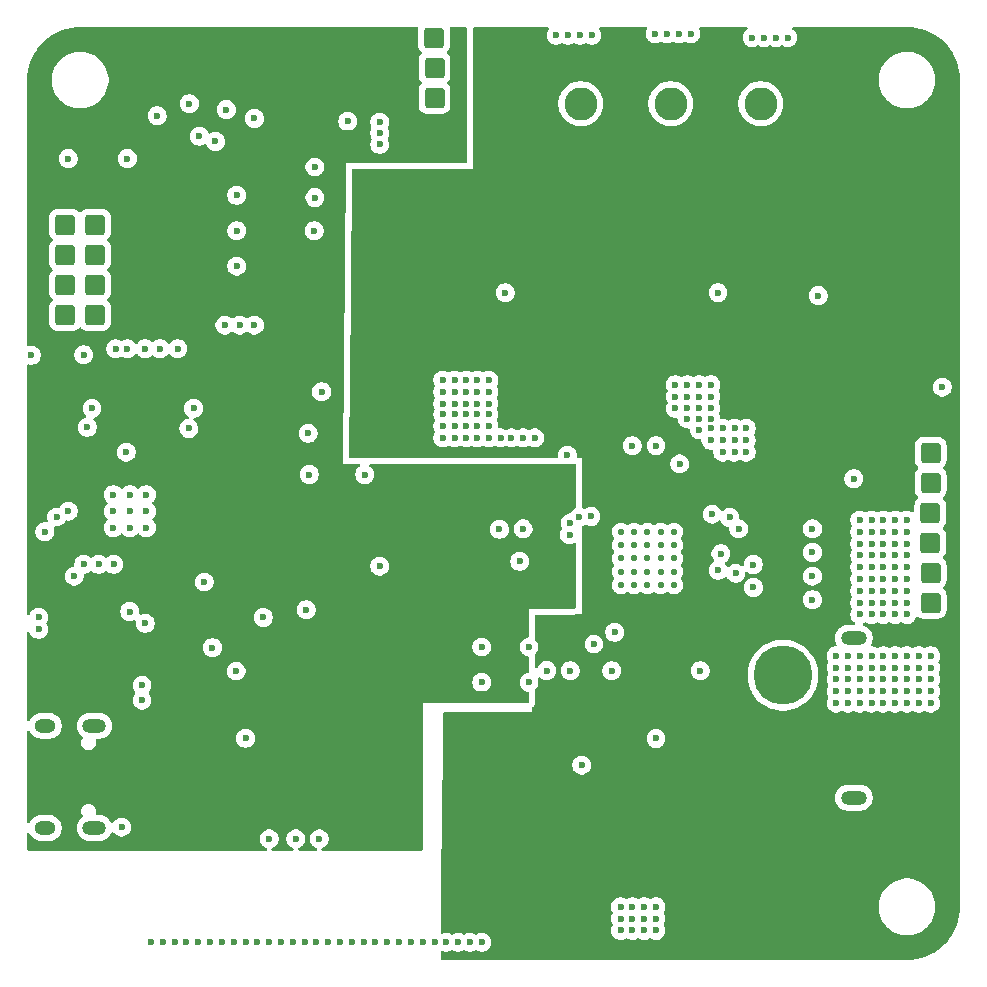
<source format=gbr>
%TF.GenerationSoftware,KiCad,Pcbnew,9.0.2-rc1*%
%TF.CreationDate,2025-08-19T16:09:16+10:00*%
%TF.ProjectId,BLDC_Version1_1_0,424c4443-5f56-4657-9273-696f6e315f31,rev?*%
%TF.SameCoordinates,Original*%
%TF.FileFunction,Copper,L3,Inr*%
%TF.FilePolarity,Positive*%
%FSLAX46Y46*%
G04 Gerber Fmt 4.6, Leading zero omitted, Abs format (unit mm)*
G04 Created by KiCad (PCBNEW 9.0.2-rc1) date 2025-08-19 16:09:16*
%MOMM*%
%LPD*%
G01*
G04 APERTURE LIST*
G04 Aperture macros list*
%AMRoundRect*
0 Rectangle with rounded corners*
0 $1 Rounding radius*
0 $2 $3 $4 $5 $6 $7 $8 $9 X,Y pos of 4 corners*
0 Add a 4 corners polygon primitive as box body*
4,1,4,$2,$3,$4,$5,$6,$7,$8,$9,$2,$3,0*
0 Add four circle primitives for the rounded corners*
1,1,$1+$1,$2,$3*
1,1,$1+$1,$4,$5*
1,1,$1+$1,$6,$7*
1,1,$1+$1,$8,$9*
0 Add four rect primitives between the rounded corners*
20,1,$1+$1,$2,$3,$4,$5,0*
20,1,$1+$1,$4,$5,$6,$7,0*
20,1,$1+$1,$6,$7,$8,$9,0*
20,1,$1+$1,$8,$9,$2,$3,0*%
G04 Aperture macros list end*
%TA.AperFunction,ComponentPad*%
%ADD10C,5.000000*%
%TD*%
%TA.AperFunction,ComponentPad*%
%ADD11O,2.200000X1.200000*%
%TD*%
%TA.AperFunction,HeatsinkPad*%
%ADD12C,0.550000*%
%TD*%
%TA.AperFunction,ComponentPad*%
%ADD13C,2.800000*%
%TD*%
%TA.AperFunction,ComponentPad*%
%ADD14RoundRect,0.255000X0.595000X0.595000X-0.595000X0.595000X-0.595000X-0.595000X0.595000X-0.595000X0*%
%TD*%
%TA.AperFunction,ComponentPad*%
%ADD15O,2.000000X1.200000*%
%TD*%
%TA.AperFunction,ComponentPad*%
%ADD16O,1.800000X1.200000*%
%TD*%
%TA.AperFunction,ComponentPad*%
%ADD17RoundRect,0.255000X-0.595000X-0.595000X0.595000X-0.595000X0.595000X0.595000X-0.595000X0.595000X0*%
%TD*%
%TA.AperFunction,ViaPad*%
%ADD18C,0.600000*%
%TD*%
G04 APERTURE END LIST*
D10*
%TO.N,GND*%
%TO.C,CN2*%
X174500000Y-115400120D03*
%TO.N,16.8V_BUS*%
X174500000Y-122600120D03*
D11*
%TO.N,unconnected-(CN2-Pad3)*%
X180500000Y-125750120D03*
%TO.N,unconnected-(CN2-Pad4)*%
X180500000Y-112250120D03*
%TD*%
D12*
%TO.N,GND*%
%TO.C,U3*%
X165275000Y-107750000D03*
X165275000Y-106625000D03*
X165275000Y-105500000D03*
X165275000Y-104375000D03*
X165275000Y-103250000D03*
X164150000Y-107750000D03*
X164150000Y-106625000D03*
X164150000Y-105500000D03*
X164150000Y-104375000D03*
X164150000Y-103250000D03*
X163025000Y-107750000D03*
X163025000Y-106625000D03*
X163025000Y-105500000D03*
X163025000Y-104375000D03*
X163025000Y-103250000D03*
X161900000Y-107750000D03*
X161900000Y-106625000D03*
X161900000Y-105500000D03*
X161900000Y-104375000D03*
X161900000Y-103250000D03*
X160775000Y-107750000D03*
X160775000Y-106625000D03*
X160775000Y-105500000D03*
X160775000Y-104375000D03*
X160775000Y-103250000D03*
%TD*%
D13*
%TO.N,W_SENSE*%
%TO.C,CN1*%
X172620000Y-67000000D03*
%TO.N,V_SENSE*%
X165000000Y-67000000D03*
%TO.N,U_SENSE*%
X157380000Y-67000000D03*
%TD*%
D14*
%TO.N,3.3V_BUS*%
%TO.C,U6*%
X123000000Y-85000000D03*
X123000000Y-82460000D03*
X122980000Y-79920000D03*
%TD*%
%TO.N,GND*%
%TO.C,U9*%
X187000000Y-109250000D03*
X187000000Y-106710000D03*
X186980000Y-104170000D03*
X186980000Y-101630000D03*
X187000000Y-99090000D03*
X187000000Y-96550000D03*
%TD*%
%TO.N,GPIO37*%
%TO.C,U8*%
X145000000Y-66500000D03*
%TO.N,GPIO36*%
X145000000Y-63960000D03*
%TO.N,GPIO35*%
X144980000Y-61420000D03*
%TD*%
D15*
%TO.N,N/C*%
%TO.C,J1*%
X116210000Y-119670000D03*
X116210000Y-128330000D03*
D16*
X112030000Y-128330000D03*
X112030000Y-119670000D03*
%TD*%
D17*
%TO.N,GPIO01*%
%TO.C,U7*%
X113710000Y-77250000D03*
%TO.N,GPIO16*%
X113710000Y-79790000D03*
%TO.N,GPIO17*%
X113730000Y-82330000D03*
%TO.N,GPIO18*%
X113730000Y-84870000D03*
%TO.N,GPIO43*%
X116250000Y-77250000D03*
%TO.N,GPIO44*%
X116250000Y-79790000D03*
%TO.N,GPIO47*%
X116250000Y-82330000D03*
%TO.N,GPIO48*%
X116250000Y-84870000D03*
%TD*%
D18*
%TO.N,DRIVER_W*%
X177500000Y-83250000D03*
X172000000Y-107962500D03*
%TO.N,DRIVER_V*%
X171981250Y-106018750D03*
X169000000Y-83000000D03*
%TO.N,GND*%
X140000000Y-138000000D03*
X140350000Y-69500000D03*
X183000000Y-109250000D03*
X180000000Y-115750000D03*
X182000000Y-116750000D03*
X119210000Y-102900000D03*
X183000000Y-107250000D03*
X163750000Y-95962500D03*
X147700000Y-91400000D03*
X181000000Y-103250000D03*
X165400000Y-91800000D03*
X147700000Y-92400000D03*
X185000000Y-115750000D03*
X181000000Y-108250000D03*
X146000000Y-138000000D03*
X185000000Y-106250000D03*
X156500000Y-115007500D03*
X181000000Y-110250000D03*
X149000000Y-138000000D03*
X180000000Y-113750000D03*
X187000000Y-116750000D03*
X162750000Y-137000000D03*
X183000000Y-110250000D03*
X149600000Y-95300000D03*
X135250000Y-129250000D03*
X169400000Y-96500000D03*
X184000000Y-114750000D03*
X131000000Y-138000000D03*
X168400000Y-90800000D03*
X163700000Y-61100000D03*
X145000000Y-138000000D03*
X184000000Y-110250000D03*
X185000000Y-109250000D03*
X120236000Y-117500000D03*
X180000000Y-117750000D03*
X126000000Y-138000000D03*
X142000000Y-138000000D03*
X184000000Y-106250000D03*
X129750000Y-68250000D03*
X128000000Y-138000000D03*
X157462500Y-123000000D03*
X186000000Y-114750000D03*
X152500000Y-95300000D03*
X185000000Y-105250000D03*
X182000000Y-115750000D03*
X167400000Y-90800000D03*
X117810000Y-100100000D03*
X186000000Y-117750000D03*
X148600000Y-90400000D03*
X184000000Y-107250000D03*
X165400000Y-90800000D03*
X183000000Y-103250000D03*
X169400000Y-95500000D03*
X137000000Y-138000000D03*
X168400000Y-95500000D03*
X168400000Y-91800000D03*
X162750000Y-135000000D03*
X171900000Y-61400000D03*
X155300000Y-61200000D03*
X186000000Y-116750000D03*
X117810000Y-102900000D03*
X166400000Y-93700000D03*
X182000000Y-102250000D03*
X183000000Y-108250000D03*
X135000000Y-138000000D03*
X145700000Y-91400000D03*
X184000000Y-109250000D03*
X138000000Y-138000000D03*
X164700000Y-61100000D03*
X165400000Y-92800000D03*
X186000000Y-113750000D03*
X146700000Y-95300000D03*
X166700000Y-61100000D03*
X161750000Y-136000000D03*
X173900000Y-61400000D03*
X149600000Y-91400000D03*
X163750000Y-136000000D03*
X146700000Y-92400000D03*
X179000000Y-115750000D03*
X150600000Y-95300000D03*
X134875000Y-74950000D03*
X146700000Y-93300000D03*
X160000000Y-115007500D03*
X119000000Y-71650000D03*
X182000000Y-117750000D03*
X166400000Y-90800000D03*
X120610000Y-100100000D03*
X185000000Y-108250000D03*
X183000000Y-102250000D03*
X166400000Y-92800000D03*
X129000000Y-120740000D03*
X184000000Y-117750000D03*
X161750000Y-137000000D03*
X156300000Y-61200000D03*
X129000000Y-138000000D03*
X168400000Y-93700000D03*
X122000000Y-138000000D03*
X182000000Y-103250000D03*
X184000000Y-105250000D03*
X149600000Y-94300000D03*
X147000000Y-138000000D03*
X181000000Y-106250000D03*
X149600000Y-90400000D03*
X146700000Y-91400000D03*
X185000000Y-110250000D03*
X130000000Y-138000000D03*
X165700000Y-61100000D03*
X183000000Y-106250000D03*
X125000000Y-138000000D03*
X183000000Y-113750000D03*
X181000000Y-105250000D03*
X152212500Y-105750000D03*
X170400000Y-96500000D03*
X167400000Y-93700000D03*
X143000000Y-138000000D03*
X148000000Y-138000000D03*
X114000000Y-71650000D03*
X134825000Y-77765000D03*
X134150000Y-109850000D03*
X147700000Y-95300000D03*
X172900000Y-61400000D03*
X131000000Y-129250000D03*
X187000000Y-115750000D03*
X145700000Y-94300000D03*
X145700000Y-92400000D03*
X111490000Y-111500000D03*
X117810000Y-101500000D03*
X184000000Y-104250000D03*
X187000000Y-114750000D03*
X145700000Y-93300000D03*
X184000000Y-116750000D03*
X120610000Y-102900000D03*
X187000000Y-113750000D03*
X167400000Y-91800000D03*
X181000000Y-117750000D03*
X119210000Y-100100000D03*
X123000000Y-138000000D03*
X167400000Y-92800000D03*
X182000000Y-113750000D03*
X111490000Y-110500000D03*
X162750000Y-136000000D03*
X158300000Y-61200000D03*
X154500000Y-115000000D03*
X153500000Y-95300000D03*
X125100000Y-69750000D03*
X147700000Y-94300000D03*
X184000000Y-115750000D03*
X149600000Y-92400000D03*
X183000000Y-105250000D03*
X171400000Y-94500000D03*
X169400000Y-94500000D03*
X149600000Y-93300000D03*
X148600000Y-93300000D03*
X185000000Y-104250000D03*
X127000000Y-138000000D03*
X120610000Y-101500000D03*
X120236000Y-116250000D03*
X182000000Y-109250000D03*
X147700000Y-93300000D03*
X183000000Y-117750000D03*
X179000000Y-113750000D03*
X145700000Y-95300000D03*
X124000000Y-138000000D03*
X151500000Y-95300000D03*
X168400000Y-94500000D03*
X186000000Y-115750000D03*
X184000000Y-103250000D03*
X182000000Y-106250000D03*
X148600000Y-91400000D03*
X183000000Y-116750000D03*
X181000000Y-114750000D03*
X185000000Y-113750000D03*
X144000000Y-138000000D03*
X185000000Y-114750000D03*
X150500000Y-103037500D03*
X181000000Y-104250000D03*
X146700000Y-90400000D03*
X145700000Y-90400000D03*
X180000000Y-116750000D03*
X183000000Y-104250000D03*
X181000000Y-115750000D03*
X141000000Y-138000000D03*
X163750000Y-137000000D03*
X147700000Y-90400000D03*
X180000000Y-114750000D03*
X182000000Y-107250000D03*
X133250000Y-129250000D03*
X160750000Y-136000000D03*
X168400000Y-92800000D03*
X161750000Y-95962500D03*
X148600000Y-95300000D03*
X185000000Y-102250000D03*
X134000000Y-138000000D03*
X139000000Y-138000000D03*
X179000000Y-117750000D03*
X184000000Y-102250000D03*
X135437500Y-91400000D03*
X161750000Y-135000000D03*
X121000000Y-138000000D03*
X133000000Y-138000000D03*
X183000000Y-115750000D03*
X148600000Y-92400000D03*
X185000000Y-107250000D03*
X160750000Y-135000000D03*
X136000000Y-138000000D03*
X171400000Y-95500000D03*
X134875000Y-72360000D03*
X182000000Y-105250000D03*
X181000000Y-116750000D03*
X167500000Y-115007500D03*
X160750000Y-137000000D03*
X184000000Y-108250000D03*
X182000000Y-108250000D03*
X174900000Y-61400000D03*
X183000000Y-114750000D03*
X182000000Y-104250000D03*
X170400000Y-95500000D03*
X185000000Y-103250000D03*
X128200000Y-115037500D03*
X187000000Y-117750000D03*
X182000000Y-110250000D03*
X181000000Y-107250000D03*
X182000000Y-114750000D03*
X185000000Y-117750000D03*
X119210000Y-101500000D03*
X184000000Y-113750000D03*
X152500000Y-103000000D03*
X167400000Y-94600000D03*
X170400000Y-94500000D03*
X132000000Y-138000000D03*
X166400000Y-91800000D03*
X146700000Y-94300000D03*
X179000000Y-114750000D03*
X157300000Y-61200000D03*
X163750000Y-135000000D03*
X185000000Y-116750000D03*
X181000000Y-102250000D03*
X179000000Y-116750000D03*
X148600000Y-94300000D03*
X181000000Y-109250000D03*
X171400000Y-96500000D03*
X181000000Y-113750000D03*
X118500000Y-128250000D03*
%TO.N,EN*%
X126200000Y-113060000D03*
X114500000Y-107000000D03*
%TO.N,CURRENT_U*%
X134300000Y-94900000D03*
X119200000Y-110000000D03*
%TO.N,BOOT*%
X124600000Y-92800000D03*
X140350000Y-106150000D03*
%TO.N,CURRENT_V*%
X125500000Y-107500000D03*
X139100000Y-98400000D03*
%TO.N,CURRENT_W*%
X130500000Y-110500000D03*
X134400000Y-98400000D03*
%TO.N,DRIVER_U*%
X151000000Y-83000000D03*
X170000000Y-102037500D03*
%TO.N,U_SENSE*%
X170750000Y-103000000D03*
%TO.N,W_SENSE*%
X170500000Y-106750000D03*
%TO.N,V_SENSE*%
X169000000Y-106500000D03*
%TO.N,16.8V_BUS*%
X153000000Y-124000000D03*
X180200000Y-95000000D03*
X176300000Y-91100000D03*
X180200000Y-91100000D03*
X173000000Y-136000000D03*
X184000000Y-123250000D03*
X157500000Y-90200000D03*
X178000000Y-129000000D03*
X176000000Y-133000000D03*
X139800000Y-92100000D03*
X157500000Y-92200000D03*
X141800000Y-94100000D03*
X159500000Y-93100000D03*
X177000000Y-133000000D03*
X171000000Y-129000000D03*
X179000000Y-124250000D03*
X181200000Y-93000000D03*
X171000000Y-133000000D03*
X180000000Y-120250000D03*
X139800000Y-90100000D03*
X171000000Y-134000000D03*
X178000000Y-134000000D03*
X177300000Y-93000000D03*
X143800000Y-95100000D03*
X187000000Y-124250000D03*
X169500000Y-115007500D03*
X179200000Y-90100000D03*
X183000000Y-120250000D03*
X143800000Y-92100000D03*
X171000000Y-132000000D03*
X187000000Y-122250000D03*
X161500000Y-92200000D03*
X175000000Y-137000000D03*
X181200000Y-95000000D03*
X172000000Y-134000000D03*
X138800000Y-93000000D03*
X178000000Y-133000000D03*
X180200000Y-90100000D03*
X172000000Y-131000000D03*
X141800000Y-91100000D03*
X161500000Y-91200000D03*
X138800000Y-95000000D03*
X138800000Y-91100000D03*
X161500000Y-93100000D03*
X162500000Y-92200000D03*
X160500000Y-92200000D03*
X177300000Y-92100000D03*
X181000000Y-121250000D03*
X186000000Y-122250000D03*
X172000000Y-137000000D03*
X139800000Y-94000000D03*
X181200000Y-90100000D03*
X178300000Y-95000000D03*
X179200000Y-95000000D03*
X160500000Y-91200000D03*
X180200000Y-92100000D03*
X173000000Y-131000000D03*
X184000000Y-122250000D03*
X140800000Y-91100000D03*
X178000000Y-136000000D03*
X138800000Y-90100000D03*
X186000000Y-120250000D03*
X179000000Y-134000000D03*
X181200000Y-94000000D03*
X175000000Y-130000000D03*
X162500000Y-90200000D03*
X178000000Y-135000000D03*
X178300000Y-90100000D03*
X176000000Y-136000000D03*
X179200000Y-92100000D03*
X158500000Y-90200000D03*
X179000000Y-131000000D03*
X176300000Y-94000000D03*
X186000000Y-123250000D03*
X180000000Y-130000000D03*
X179000000Y-129000000D03*
X159500000Y-90200000D03*
X173000000Y-134000000D03*
X158500000Y-92200000D03*
X142800000Y-90100000D03*
X174000000Y-131000000D03*
X172000000Y-130000000D03*
X184000000Y-120250000D03*
X177000000Y-129000000D03*
X174000000Y-129000000D03*
X173000000Y-132000000D03*
X174000000Y-136000000D03*
X179200000Y-91100000D03*
X160500000Y-90200000D03*
X142800000Y-91100000D03*
X142800000Y-93100000D03*
X180000000Y-131000000D03*
X139800000Y-93000000D03*
X178000000Y-132000000D03*
X183000000Y-123250000D03*
X157500000Y-91200000D03*
X176000000Y-137000000D03*
X186000000Y-124250000D03*
X175000000Y-134000000D03*
X179200000Y-93000000D03*
X181000000Y-122250000D03*
X176000000Y-129000000D03*
X167500000Y-112932500D03*
X185000000Y-123250000D03*
X185000000Y-122250000D03*
X176300000Y-95900000D03*
X180000000Y-124250000D03*
X183000000Y-122250000D03*
X179000000Y-132000000D03*
X140800000Y-92100000D03*
X174000000Y-130000000D03*
X173000000Y-135000000D03*
X177000000Y-134000000D03*
X162500000Y-93100000D03*
X182000000Y-120250000D03*
X180000000Y-132000000D03*
X172000000Y-132000000D03*
X178300000Y-94000000D03*
X159500000Y-92200000D03*
X183000000Y-121250000D03*
X138800000Y-92100000D03*
X177000000Y-130000000D03*
X140800000Y-95000000D03*
X175000000Y-135000000D03*
X176000000Y-132000000D03*
X161500000Y-90200000D03*
X171000000Y-130000000D03*
X141800000Y-95100000D03*
X187000000Y-121250000D03*
X184000000Y-121250000D03*
X159500000Y-91200000D03*
X185000000Y-120250000D03*
X141800000Y-92100000D03*
X175000000Y-133000000D03*
X139800000Y-95000000D03*
X180000000Y-137000000D03*
X187000000Y-120250000D03*
X179000000Y-136000000D03*
X171000000Y-137000000D03*
X174000000Y-135000000D03*
X174000000Y-133000000D03*
X178300000Y-93000000D03*
X174000000Y-134000000D03*
X178300000Y-91100000D03*
X177000000Y-135000000D03*
X179200000Y-94000000D03*
X143800000Y-94100000D03*
X183000000Y-124250000D03*
X179000000Y-137000000D03*
X176300000Y-92100000D03*
X141800000Y-93100000D03*
X141800000Y-90100000D03*
X180200000Y-93000000D03*
X176000000Y-131000000D03*
X171000000Y-135000000D03*
X140800000Y-90100000D03*
X176300000Y-93000000D03*
X177300000Y-95900000D03*
X179000000Y-120250000D03*
X152375000Y-123375000D03*
X175000000Y-136000000D03*
X180000000Y-134000000D03*
X178000000Y-130000000D03*
X172000000Y-133000000D03*
X177300000Y-91100000D03*
X140800000Y-93000000D03*
X172000000Y-136000000D03*
X181000000Y-120250000D03*
X180000000Y-135000000D03*
X181000000Y-123250000D03*
X175000000Y-129000000D03*
X158500000Y-91200000D03*
X179000000Y-135000000D03*
X182000000Y-123250000D03*
X176000000Y-134000000D03*
X179000000Y-130000000D03*
X179200000Y-95900000D03*
X138800000Y-94000000D03*
X177000000Y-137000000D03*
X171000000Y-131000000D03*
X172000000Y-135000000D03*
X182000000Y-122250000D03*
X142800000Y-95100000D03*
X181200000Y-91100000D03*
X185000000Y-124250000D03*
X177300000Y-90100000D03*
X178000000Y-131000000D03*
X177300000Y-95000000D03*
X178000000Y-137000000D03*
X187000000Y-123250000D03*
X139800000Y-91100000D03*
X182000000Y-121250000D03*
X178300000Y-95900000D03*
X181000000Y-124250000D03*
X176000000Y-135000000D03*
X143800000Y-90100000D03*
X180000000Y-123250000D03*
X172000000Y-129000000D03*
X177000000Y-136000000D03*
X182000000Y-124250000D03*
X180200000Y-94000000D03*
X142800000Y-94100000D03*
X174000000Y-132000000D03*
X142800000Y-92100000D03*
X181200000Y-92100000D03*
X143800000Y-91100000D03*
X179000000Y-121250000D03*
X181200000Y-95900000D03*
X186000000Y-121250000D03*
X180000000Y-121250000D03*
X180000000Y-133000000D03*
X151750000Y-122750000D03*
X177300000Y-94000000D03*
X180000000Y-136000000D03*
X184000000Y-124250000D03*
X175000000Y-132000000D03*
X173000000Y-130000000D03*
X173000000Y-133000000D03*
X177000000Y-131000000D03*
X180000000Y-129000000D03*
X180200000Y-95900000D03*
X160500000Y-93100000D03*
X171000000Y-136000000D03*
X179000000Y-123250000D03*
X179000000Y-122250000D03*
X175000000Y-131000000D03*
X180000000Y-122250000D03*
X173000000Y-129000000D03*
X140800000Y-94000000D03*
X162500000Y-91200000D03*
X174000000Y-137000000D03*
X185000000Y-121250000D03*
X179000000Y-133000000D03*
X176000000Y-130000000D03*
X158500000Y-93100000D03*
X176300000Y-90100000D03*
X143800000Y-93100000D03*
X176300000Y-95000000D03*
X173000000Y-137000000D03*
X178300000Y-92100000D03*
X177000000Y-132000000D03*
%TO.N,3.3V_BUS*%
X145000000Y-114000000D03*
X126200000Y-115000000D03*
X133035000Y-125285000D03*
X154500000Y-103000000D03*
X114037500Y-113300000D03*
X155500000Y-105750000D03*
X121650000Y-119500000D03*
X137650000Y-69500000D03*
X122400000Y-69750000D03*
X149000000Y-117000000D03*
X114037500Y-115620000D03*
X114000000Y-74350000D03*
X119000000Y-74350000D03*
X149000000Y-114000000D03*
X133785000Y-124535000D03*
X132285000Y-126035000D03*
X145000000Y-117000000D03*
X127750000Y-64000000D03*
%TO.N,DRIVER_CSN{slash}IDRV0*%
X177000000Y-103000000D03*
X149000000Y-113000000D03*
X158250000Y-101950000D03*
%TO.N,DRIVER_SCK{slash}IDRV1*%
X149000000Y-116000000D03*
X157250000Y-102000000D03*
X177000000Y-105000000D03*
%TO.N,DRIVER_SDI{slash}AMPL*%
X153000000Y-113000000D03*
X177000000Y-107000000D03*
X156500000Y-102500000D03*
%TO.N,DRIVER_SDO{slash}SINGLE*%
X156433058Y-103500000D03*
X177000000Y-109000000D03*
X153000000Y-116000000D03*
%TO.N,Net-(Q5-G)*%
X180500000Y-98750000D03*
X188000000Y-91000000D03*
%TO.N,V_HIGHSIDE_GATE*%
X165750000Y-97500000D03*
X169250000Y-105100000D03*
%TO.N,U_HIGHSIDE_GATE*%
X156250000Y-96750000D03*
X168500000Y-101750000D03*
%TO.N,GPIO48*%
X116000000Y-92800000D03*
%TO.N,GPIO36*%
X140350000Y-68550000D03*
X128500000Y-85750000D03*
%TO.N,STATUS_1*%
X116570000Y-106000000D03*
X128250000Y-77750000D03*
%TO.N,LIPO_FAULT*%
X128250000Y-74750000D03*
X115300000Y-106000000D03*
%TO.N,GPIO35*%
X137650000Y-68500000D03*
X129750000Y-85750000D03*
%TO.N,ENCODER_MISO*%
X127380000Y-67500000D03*
X121750000Y-87750000D03*
%TO.N,GPIO17*%
X113000000Y-102000000D03*
%TO.N,GPIO47*%
X115600000Y-94400000D03*
%TO.N,GPIO44*%
X118000000Y-87750000D03*
%TO.N,ENCODER_CSN*%
X121515000Y-68015000D03*
X119000000Y-87750000D03*
%TO.N,GPIO16*%
X112000000Y-103250000D03*
%TO.N,GPIO37*%
X140350000Y-70450000D03*
X127250000Y-85750000D03*
%TO.N,GPIO43*%
X115300000Y-88250000D03*
%TO.N,ENCODER_MOSI*%
X120500000Y-87750000D03*
X124250000Y-67000000D03*
%TO.N,ENCODER_CLK*%
X123250000Y-87750000D03*
X126450000Y-70200000D03*
%TO.N,STATUS_2*%
X128250000Y-80750000D03*
X117840000Y-106000000D03*
%TO.N,LIPO_VOLT_SENS*%
X120500000Y-111000000D03*
X163750000Y-120750000D03*
%TO.N,DRV_FAULT*%
X118900000Y-96500000D03*
X158500000Y-112750000D03*
%TO.N,GPIO18*%
X114000000Y-101500000D03*
%TO.N,GPIO01*%
X110850000Y-88300000D03*
%TO.N,DRV_ENABLE*%
X124200000Y-94500000D03*
X160250000Y-111750000D03*
%TD*%
%TA.AperFunction,Conductor*%
%TO.N,16.8V_BUS*%
G36*
X154639689Y-60520185D02*
G01*
X154685444Y-60572989D01*
X154695388Y-60642147D01*
X154675752Y-60693391D01*
X154590609Y-60820814D01*
X154590602Y-60820827D01*
X154530264Y-60966498D01*
X154530261Y-60966510D01*
X154499500Y-61121153D01*
X154499500Y-61278846D01*
X154530261Y-61433489D01*
X154530264Y-61433501D01*
X154590602Y-61579172D01*
X154590609Y-61579185D01*
X154678210Y-61710288D01*
X154678213Y-61710292D01*
X154789707Y-61821786D01*
X154789711Y-61821789D01*
X154920814Y-61909390D01*
X154920827Y-61909397D01*
X155066498Y-61969735D01*
X155066503Y-61969737D01*
X155221153Y-62000499D01*
X155221156Y-62000500D01*
X155221158Y-62000500D01*
X155378844Y-62000500D01*
X155378845Y-62000499D01*
X155533497Y-61969737D01*
X155679179Y-61909394D01*
X155731110Y-61874694D01*
X155797785Y-61853816D01*
X155865165Y-61872300D01*
X155868863Y-61874676D01*
X155920821Y-61909394D01*
X155920823Y-61909395D01*
X155920825Y-61909396D01*
X156066498Y-61969735D01*
X156066503Y-61969737D01*
X156221153Y-62000499D01*
X156221156Y-62000500D01*
X156221158Y-62000500D01*
X156378844Y-62000500D01*
X156378845Y-62000499D01*
X156533497Y-61969737D01*
X156679179Y-61909394D01*
X156731110Y-61874694D01*
X156797785Y-61853816D01*
X156865165Y-61872300D01*
X156868863Y-61874676D01*
X156920821Y-61909394D01*
X156920823Y-61909395D01*
X156920825Y-61909396D01*
X157066498Y-61969735D01*
X157066503Y-61969737D01*
X157221153Y-62000499D01*
X157221156Y-62000500D01*
X157221158Y-62000500D01*
X157378844Y-62000500D01*
X157378845Y-62000499D01*
X157533497Y-61969737D01*
X157679179Y-61909394D01*
X157731110Y-61874694D01*
X157797785Y-61853816D01*
X157865165Y-61872300D01*
X157868863Y-61874676D01*
X157920821Y-61909394D01*
X157920823Y-61909395D01*
X157920825Y-61909396D01*
X158066498Y-61969735D01*
X158066503Y-61969737D01*
X158221153Y-62000499D01*
X158221156Y-62000500D01*
X158221158Y-62000500D01*
X158378844Y-62000500D01*
X158378845Y-62000499D01*
X158533497Y-61969737D01*
X158679179Y-61909394D01*
X158810289Y-61821789D01*
X158921789Y-61710289D01*
X159009394Y-61579179D01*
X159069737Y-61433497D01*
X159100500Y-61278842D01*
X159100500Y-61121158D01*
X159100500Y-61121155D01*
X159100499Y-61121153D01*
X159096454Y-61100816D01*
X159069737Y-60966503D01*
X159037929Y-60889711D01*
X159009397Y-60820827D01*
X159009390Y-60820814D01*
X158924248Y-60693391D01*
X158903370Y-60626714D01*
X158921854Y-60559334D01*
X158973833Y-60512643D01*
X159027350Y-60500500D01*
X162905832Y-60500500D01*
X162972871Y-60520185D01*
X163018626Y-60572989D01*
X163028570Y-60642147D01*
X163008933Y-60693392D01*
X162990610Y-60720812D01*
X162990602Y-60720827D01*
X162930264Y-60866498D01*
X162930261Y-60866510D01*
X162899500Y-61021153D01*
X162899500Y-61178846D01*
X162930261Y-61333489D01*
X162930264Y-61333501D01*
X162990602Y-61479172D01*
X162990609Y-61479185D01*
X163078210Y-61610288D01*
X163078213Y-61610292D01*
X163189707Y-61721786D01*
X163189711Y-61721789D01*
X163320814Y-61809390D01*
X163320827Y-61809397D01*
X163428066Y-61853816D01*
X163466503Y-61869737D01*
X163621153Y-61900499D01*
X163621156Y-61900500D01*
X163621158Y-61900500D01*
X163778844Y-61900500D01*
X163778845Y-61900499D01*
X163933497Y-61869737D01*
X164079179Y-61809394D01*
X164131110Y-61774694D01*
X164197785Y-61753816D01*
X164265165Y-61772300D01*
X164268863Y-61774676D01*
X164320821Y-61809394D01*
X164320823Y-61809395D01*
X164320825Y-61809396D01*
X164428066Y-61853816D01*
X164466503Y-61869737D01*
X164621153Y-61900499D01*
X164621156Y-61900500D01*
X164621158Y-61900500D01*
X164778844Y-61900500D01*
X164778845Y-61900499D01*
X164933497Y-61869737D01*
X165079179Y-61809394D01*
X165131110Y-61774694D01*
X165197785Y-61753816D01*
X165265165Y-61772300D01*
X165268863Y-61774676D01*
X165320821Y-61809394D01*
X165320823Y-61809395D01*
X165320825Y-61809396D01*
X165428066Y-61853816D01*
X165466503Y-61869737D01*
X165621153Y-61900499D01*
X165621156Y-61900500D01*
X165621158Y-61900500D01*
X165778844Y-61900500D01*
X165778845Y-61900499D01*
X165933497Y-61869737D01*
X166079179Y-61809394D01*
X166131110Y-61774694D01*
X166197785Y-61753816D01*
X166265165Y-61772300D01*
X166268863Y-61774676D01*
X166320821Y-61809394D01*
X166320823Y-61809395D01*
X166320825Y-61809396D01*
X166428066Y-61853816D01*
X166466503Y-61869737D01*
X166621153Y-61900499D01*
X166621156Y-61900500D01*
X166621158Y-61900500D01*
X166778844Y-61900500D01*
X166778845Y-61900499D01*
X166933497Y-61869737D01*
X167079179Y-61809394D01*
X167210289Y-61721789D01*
X167321789Y-61610289D01*
X167409394Y-61479179D01*
X167469737Y-61333497D01*
X167500500Y-61178842D01*
X167500500Y-61021158D01*
X167500500Y-61021155D01*
X167500499Y-61021153D01*
X167481287Y-60924569D01*
X167469737Y-60866503D01*
X167450812Y-60820814D01*
X167409397Y-60720827D01*
X167409389Y-60720812D01*
X167391067Y-60693392D01*
X167370188Y-60626715D01*
X167388672Y-60559334D01*
X167440650Y-60512644D01*
X167494168Y-60500500D01*
X171396561Y-60500500D01*
X171463600Y-60520185D01*
X171509355Y-60572989D01*
X171519299Y-60642147D01*
X171490274Y-60705703D01*
X171465452Y-60727602D01*
X171389711Y-60778210D01*
X171389707Y-60778213D01*
X171278213Y-60889707D01*
X171278210Y-60889711D01*
X171190609Y-61020814D01*
X171190602Y-61020827D01*
X171130264Y-61166498D01*
X171130261Y-61166510D01*
X171099500Y-61321153D01*
X171099500Y-61478846D01*
X171130261Y-61633489D01*
X171130264Y-61633501D01*
X171190602Y-61779172D01*
X171190609Y-61779185D01*
X171278210Y-61910288D01*
X171278213Y-61910292D01*
X171389707Y-62021786D01*
X171389711Y-62021789D01*
X171520814Y-62109390D01*
X171520827Y-62109397D01*
X171666498Y-62169735D01*
X171666503Y-62169737D01*
X171821153Y-62200499D01*
X171821156Y-62200500D01*
X171821158Y-62200500D01*
X171978844Y-62200500D01*
X171978845Y-62200499D01*
X172133497Y-62169737D01*
X172279179Y-62109394D01*
X172331110Y-62074694D01*
X172397785Y-62053816D01*
X172465165Y-62072300D01*
X172468863Y-62074676D01*
X172520821Y-62109394D01*
X172520823Y-62109395D01*
X172520825Y-62109396D01*
X172666498Y-62169735D01*
X172666503Y-62169737D01*
X172821153Y-62200499D01*
X172821156Y-62200500D01*
X172821158Y-62200500D01*
X172978844Y-62200500D01*
X172978845Y-62200499D01*
X173133497Y-62169737D01*
X173279179Y-62109394D01*
X173331110Y-62074694D01*
X173397785Y-62053816D01*
X173465165Y-62072300D01*
X173468863Y-62074676D01*
X173520821Y-62109394D01*
X173520823Y-62109395D01*
X173520825Y-62109396D01*
X173666498Y-62169735D01*
X173666503Y-62169737D01*
X173821153Y-62200499D01*
X173821156Y-62200500D01*
X173821158Y-62200500D01*
X173978844Y-62200500D01*
X173978845Y-62200499D01*
X174133497Y-62169737D01*
X174279179Y-62109394D01*
X174331110Y-62074694D01*
X174397785Y-62053816D01*
X174465165Y-62072300D01*
X174468863Y-62074676D01*
X174520821Y-62109394D01*
X174520823Y-62109395D01*
X174520825Y-62109396D01*
X174666498Y-62169735D01*
X174666503Y-62169737D01*
X174821153Y-62200499D01*
X174821156Y-62200500D01*
X174821158Y-62200500D01*
X174978844Y-62200500D01*
X174978845Y-62200499D01*
X175133497Y-62169737D01*
X175279179Y-62109394D01*
X175410289Y-62021789D01*
X175521789Y-61910289D01*
X175609394Y-61779179D01*
X175669737Y-61633497D01*
X175700500Y-61478842D01*
X175700500Y-61321158D01*
X175700500Y-61321155D01*
X175700499Y-61321153D01*
X175698543Y-61311318D01*
X175669737Y-61166503D01*
X175668141Y-61162649D01*
X175609397Y-61020827D01*
X175609390Y-61020814D01*
X175521789Y-60889711D01*
X175521786Y-60889707D01*
X175410292Y-60778213D01*
X175410288Y-60778210D01*
X175334548Y-60727602D01*
X175289743Y-60673990D01*
X175281036Y-60604665D01*
X175311190Y-60541637D01*
X175370634Y-60504918D01*
X175403439Y-60500500D01*
X184934108Y-60500500D01*
X184997294Y-60500500D01*
X185002702Y-60500617D01*
X185386771Y-60517386D01*
X185397506Y-60518326D01*
X185775971Y-60568152D01*
X185786597Y-60570025D01*
X186159284Y-60652648D01*
X186169710Y-60655442D01*
X186533765Y-60770227D01*
X186543911Y-60773920D01*
X186896578Y-60920000D01*
X186906369Y-60924566D01*
X187091285Y-61020827D01*
X187244942Y-61100816D01*
X187254309Y-61106223D01*
X187376615Y-61184141D01*
X187576244Y-61311318D01*
X187585105Y-61317523D01*
X187887930Y-61549889D01*
X187896217Y-61556843D01*
X188177635Y-61814715D01*
X188185284Y-61822364D01*
X188443156Y-62103782D01*
X188450110Y-62112069D01*
X188682476Y-62414894D01*
X188688681Y-62423755D01*
X188893775Y-62745689D01*
X188899183Y-62755057D01*
X189075430Y-63093623D01*
X189080002Y-63103427D01*
X189226075Y-63456078D01*
X189229775Y-63466244D01*
X189344554Y-63830278D01*
X189347354Y-63840727D01*
X189429971Y-64213389D01*
X189431849Y-64224042D01*
X189481671Y-64602473D01*
X189482614Y-64613249D01*
X189499382Y-64997297D01*
X189499500Y-65002706D01*
X189499500Y-134997293D01*
X189499382Y-135002702D01*
X189482614Y-135386750D01*
X189481671Y-135397526D01*
X189431849Y-135775957D01*
X189429971Y-135786610D01*
X189347354Y-136159272D01*
X189344554Y-136169721D01*
X189229775Y-136533755D01*
X189226075Y-136543921D01*
X189080002Y-136896572D01*
X189075430Y-136906376D01*
X188899183Y-137244942D01*
X188893775Y-137254310D01*
X188688681Y-137576244D01*
X188682476Y-137585105D01*
X188450110Y-137887930D01*
X188443156Y-137896217D01*
X188185284Y-138177635D01*
X188177635Y-138185284D01*
X187896217Y-138443156D01*
X187887930Y-138450110D01*
X187585105Y-138682476D01*
X187576244Y-138688681D01*
X187254310Y-138893775D01*
X187244942Y-138899183D01*
X186906376Y-139075430D01*
X186896572Y-139080002D01*
X186543921Y-139226075D01*
X186533755Y-139229775D01*
X186169721Y-139344554D01*
X186159272Y-139347354D01*
X185786610Y-139429971D01*
X185775957Y-139431849D01*
X185397526Y-139481671D01*
X185386750Y-139482614D01*
X185002703Y-139499382D01*
X184997294Y-139499500D01*
X145631270Y-139499500D01*
X145564231Y-139479815D01*
X145518476Y-139427011D01*
X145507278Y-139374058D01*
X145513383Y-138849020D01*
X145533845Y-138782219D01*
X145587177Y-138737081D01*
X145656447Y-138727943D01*
X145684826Y-138735906D01*
X145766498Y-138769735D01*
X145766503Y-138769737D01*
X145921153Y-138800499D01*
X145921156Y-138800500D01*
X145921158Y-138800500D01*
X146078844Y-138800500D01*
X146078845Y-138800499D01*
X146233497Y-138769737D01*
X146379179Y-138709394D01*
X146431110Y-138674694D01*
X146497785Y-138653816D01*
X146565165Y-138672300D01*
X146568863Y-138674676D01*
X146620821Y-138709394D01*
X146620823Y-138709395D01*
X146620825Y-138709396D01*
X146766498Y-138769735D01*
X146766503Y-138769737D01*
X146921153Y-138800499D01*
X146921156Y-138800500D01*
X146921158Y-138800500D01*
X147078844Y-138800500D01*
X147078845Y-138800499D01*
X147233497Y-138769737D01*
X147379179Y-138709394D01*
X147431110Y-138674694D01*
X147497785Y-138653816D01*
X147565165Y-138672300D01*
X147568863Y-138674676D01*
X147620821Y-138709394D01*
X147620823Y-138709395D01*
X147620825Y-138709396D01*
X147766498Y-138769735D01*
X147766503Y-138769737D01*
X147921153Y-138800499D01*
X147921156Y-138800500D01*
X147921158Y-138800500D01*
X148078844Y-138800500D01*
X148078845Y-138800499D01*
X148233497Y-138769737D01*
X148379179Y-138709394D01*
X148431110Y-138674694D01*
X148497785Y-138653816D01*
X148565165Y-138672300D01*
X148568863Y-138674676D01*
X148620821Y-138709394D01*
X148620823Y-138709395D01*
X148620825Y-138709396D01*
X148766498Y-138769735D01*
X148766503Y-138769737D01*
X148921153Y-138800499D01*
X148921156Y-138800500D01*
X148921158Y-138800500D01*
X149078844Y-138800500D01*
X149078845Y-138800499D01*
X149233497Y-138769737D01*
X149379179Y-138709394D01*
X149510289Y-138621789D01*
X149621789Y-138510289D01*
X149709394Y-138379179D01*
X149769737Y-138233497D01*
X149800500Y-138078842D01*
X149800500Y-137921158D01*
X149800500Y-137921155D01*
X149800499Y-137921153D01*
X149793890Y-137887930D01*
X149769737Y-137766503D01*
X149746080Y-137709390D01*
X149709397Y-137620827D01*
X149709390Y-137620814D01*
X149621789Y-137489711D01*
X149621786Y-137489707D01*
X149510292Y-137378213D01*
X149510288Y-137378210D01*
X149379185Y-137290609D01*
X149379172Y-137290602D01*
X149233501Y-137230264D01*
X149233489Y-137230261D01*
X149078845Y-137199500D01*
X149078842Y-137199500D01*
X148921158Y-137199500D01*
X148921155Y-137199500D01*
X148766510Y-137230261D01*
X148766498Y-137230264D01*
X148620827Y-137290602D01*
X148620814Y-137290609D01*
X148568891Y-137325304D01*
X148502214Y-137346182D01*
X148434833Y-137327698D01*
X148431109Y-137325304D01*
X148379185Y-137290609D01*
X148379172Y-137290602D01*
X148233501Y-137230264D01*
X148233489Y-137230261D01*
X148078845Y-137199500D01*
X148078842Y-137199500D01*
X147921158Y-137199500D01*
X147921155Y-137199500D01*
X147766510Y-137230261D01*
X147766498Y-137230264D01*
X147620827Y-137290602D01*
X147620814Y-137290609D01*
X147568891Y-137325304D01*
X147502214Y-137346182D01*
X147434833Y-137327698D01*
X147431109Y-137325304D01*
X147379185Y-137290609D01*
X147379172Y-137290602D01*
X147233501Y-137230264D01*
X147233489Y-137230261D01*
X147078845Y-137199500D01*
X147078842Y-137199500D01*
X146921158Y-137199500D01*
X146921155Y-137199500D01*
X146766510Y-137230261D01*
X146766498Y-137230264D01*
X146620827Y-137290602D01*
X146620814Y-137290609D01*
X146568891Y-137325304D01*
X146502214Y-137346182D01*
X146434833Y-137327698D01*
X146431109Y-137325304D01*
X146379185Y-137290609D01*
X146379172Y-137290602D01*
X146233501Y-137230264D01*
X146233489Y-137230261D01*
X146078845Y-137199500D01*
X146078842Y-137199500D01*
X145921158Y-137199500D01*
X145921155Y-137199500D01*
X145766510Y-137230261D01*
X145766503Y-137230263D01*
X145704700Y-137255862D01*
X145635231Y-137263330D01*
X145572752Y-137232054D01*
X145537100Y-137171964D01*
X145533257Y-137139858D01*
X145533967Y-137078846D01*
X145559056Y-134921153D01*
X159949500Y-134921153D01*
X159949500Y-135078846D01*
X159980261Y-135233489D01*
X159980264Y-135233501D01*
X160040602Y-135379172D01*
X160040609Y-135379185D01*
X160075304Y-135431109D01*
X160096182Y-135497786D01*
X160077698Y-135565167D01*
X160075304Y-135568891D01*
X160040609Y-135620814D01*
X160040602Y-135620827D01*
X159980264Y-135766498D01*
X159980261Y-135766510D01*
X159949500Y-135921153D01*
X159949500Y-136078846D01*
X159980261Y-136233489D01*
X159980264Y-136233501D01*
X160040602Y-136379172D01*
X160040609Y-136379185D01*
X160075304Y-136431109D01*
X160096182Y-136497786D01*
X160077698Y-136565167D01*
X160075304Y-136568891D01*
X160040609Y-136620814D01*
X160040602Y-136620827D01*
X159980264Y-136766498D01*
X159980261Y-136766510D01*
X159949500Y-136921153D01*
X159949500Y-137078846D01*
X159980261Y-137233489D01*
X159980264Y-137233501D01*
X160040602Y-137379172D01*
X160040609Y-137379185D01*
X160128210Y-137510288D01*
X160128213Y-137510292D01*
X160239707Y-137621786D01*
X160239711Y-137621789D01*
X160370814Y-137709390D01*
X160370827Y-137709397D01*
X160508683Y-137766498D01*
X160516503Y-137769737D01*
X160671153Y-137800499D01*
X160671156Y-137800500D01*
X160671158Y-137800500D01*
X160828844Y-137800500D01*
X160828845Y-137800499D01*
X160983497Y-137769737D01*
X161129179Y-137709394D01*
X161181110Y-137674694D01*
X161247785Y-137653816D01*
X161315165Y-137672300D01*
X161318863Y-137674676D01*
X161370821Y-137709394D01*
X161370823Y-137709395D01*
X161370825Y-137709396D01*
X161508683Y-137766498D01*
X161516503Y-137769737D01*
X161671153Y-137800499D01*
X161671156Y-137800500D01*
X161671158Y-137800500D01*
X161828844Y-137800500D01*
X161828845Y-137800499D01*
X161983497Y-137769737D01*
X162129179Y-137709394D01*
X162181110Y-137674694D01*
X162247785Y-137653816D01*
X162315165Y-137672300D01*
X162318863Y-137674676D01*
X162370821Y-137709394D01*
X162370823Y-137709395D01*
X162370825Y-137709396D01*
X162508683Y-137766498D01*
X162516503Y-137769737D01*
X162671153Y-137800499D01*
X162671156Y-137800500D01*
X162671158Y-137800500D01*
X162828844Y-137800500D01*
X162828845Y-137800499D01*
X162983497Y-137769737D01*
X163129179Y-137709394D01*
X163181110Y-137674694D01*
X163247785Y-137653816D01*
X163315165Y-137672300D01*
X163318863Y-137674676D01*
X163370821Y-137709394D01*
X163370823Y-137709395D01*
X163370825Y-137709396D01*
X163508683Y-137766498D01*
X163516503Y-137769737D01*
X163671153Y-137800499D01*
X163671156Y-137800500D01*
X163671158Y-137800500D01*
X163828844Y-137800500D01*
X163828845Y-137800499D01*
X163983497Y-137769737D01*
X164129179Y-137709394D01*
X164260289Y-137621789D01*
X164371789Y-137510289D01*
X164459394Y-137379179D01*
X164519737Y-137233497D01*
X164550500Y-137078842D01*
X164550500Y-136921158D01*
X164550500Y-136921155D01*
X164550499Y-136921153D01*
X164546604Y-136901571D01*
X164519737Y-136766503D01*
X164519735Y-136766498D01*
X164459396Y-136620825D01*
X164459394Y-136620822D01*
X164459394Y-136620821D01*
X164424694Y-136568889D01*
X164403816Y-136502215D01*
X164422300Y-136434835D01*
X164424676Y-136431136D01*
X164459394Y-136379179D01*
X164519737Y-136233497D01*
X164550500Y-136078842D01*
X164550500Y-135921158D01*
X164550500Y-135921155D01*
X164550499Y-135921153D01*
X164550285Y-135920079D01*
X164519737Y-135766503D01*
X164519735Y-135766498D01*
X164459396Y-135620825D01*
X164459394Y-135620822D01*
X164459394Y-135620821D01*
X164424694Y-135568889D01*
X164403816Y-135502215D01*
X164422300Y-135434835D01*
X164424676Y-135431136D01*
X164459394Y-135379179D01*
X164519737Y-135233497D01*
X164550500Y-135078842D01*
X164550500Y-134921158D01*
X164550500Y-134921155D01*
X164550499Y-134921153D01*
X164543488Y-134885903D01*
X164539367Y-134865186D01*
X182599500Y-134865186D01*
X182599500Y-135134813D01*
X182629686Y-135402719D01*
X182629688Y-135402731D01*
X182689684Y-135665594D01*
X182689687Y-135665602D01*
X182778734Y-135920082D01*
X182895714Y-136162994D01*
X182899941Y-136169721D01*
X183039162Y-136391289D01*
X183207266Y-136602085D01*
X183397915Y-136792734D01*
X183608711Y-136960838D01*
X183837003Y-137104284D01*
X184079921Y-137221267D01*
X184271049Y-137288145D01*
X184334397Y-137310312D01*
X184334405Y-137310315D01*
X184334408Y-137310315D01*
X184334409Y-137310316D01*
X184597268Y-137370312D01*
X184865187Y-137400499D01*
X184865188Y-137400500D01*
X184865191Y-137400500D01*
X185134812Y-137400500D01*
X185134812Y-137400499D01*
X185402732Y-137370312D01*
X185665591Y-137310316D01*
X185920079Y-137221267D01*
X186162997Y-137104284D01*
X186391289Y-136960838D01*
X186602085Y-136792734D01*
X186792734Y-136602085D01*
X186960838Y-136391289D01*
X187104284Y-136162997D01*
X187221267Y-135920079D01*
X187310316Y-135665591D01*
X187370312Y-135402732D01*
X187400500Y-135134809D01*
X187400500Y-134865191D01*
X187370312Y-134597268D01*
X187310316Y-134334409D01*
X187221267Y-134079921D01*
X187104284Y-133837003D01*
X186960838Y-133608711D01*
X186792734Y-133397915D01*
X186602085Y-133207266D01*
X186391289Y-133039162D01*
X186162997Y-132895716D01*
X186162994Y-132895714D01*
X185920082Y-132778734D01*
X185665602Y-132689687D01*
X185665594Y-132689684D01*
X185468446Y-132644687D01*
X185402732Y-132629688D01*
X185402728Y-132629687D01*
X185402719Y-132629686D01*
X185134813Y-132599500D01*
X185134809Y-132599500D01*
X184865191Y-132599500D01*
X184865186Y-132599500D01*
X184597280Y-132629686D01*
X184597268Y-132629688D01*
X184334405Y-132689684D01*
X184334397Y-132689687D01*
X184079917Y-132778734D01*
X183837005Y-132895714D01*
X183608712Y-133039161D01*
X183397915Y-133207265D01*
X183207265Y-133397915D01*
X183039161Y-133608712D01*
X182895714Y-133837005D01*
X182778734Y-134079917D01*
X182689687Y-134334397D01*
X182689684Y-134334405D01*
X182629688Y-134597268D01*
X182629686Y-134597280D01*
X182599500Y-134865186D01*
X164539367Y-134865186D01*
X164519738Y-134766508D01*
X164519737Y-134766507D01*
X164519737Y-134766503D01*
X164519735Y-134766498D01*
X164459397Y-134620827D01*
X164459390Y-134620814D01*
X164371789Y-134489711D01*
X164371786Y-134489707D01*
X164260292Y-134378213D01*
X164260288Y-134378210D01*
X164129185Y-134290609D01*
X164129172Y-134290602D01*
X163983501Y-134230264D01*
X163983489Y-134230261D01*
X163828845Y-134199500D01*
X163828842Y-134199500D01*
X163671158Y-134199500D01*
X163671155Y-134199500D01*
X163516510Y-134230261D01*
X163516498Y-134230264D01*
X163370827Y-134290602D01*
X163370814Y-134290609D01*
X163318891Y-134325304D01*
X163252214Y-134346182D01*
X163184833Y-134327698D01*
X163181109Y-134325304D01*
X163129185Y-134290609D01*
X163129172Y-134290602D01*
X162983501Y-134230264D01*
X162983489Y-134230261D01*
X162828845Y-134199500D01*
X162828842Y-134199500D01*
X162671158Y-134199500D01*
X162671155Y-134199500D01*
X162516510Y-134230261D01*
X162516498Y-134230264D01*
X162370827Y-134290602D01*
X162370814Y-134290609D01*
X162318891Y-134325304D01*
X162252214Y-134346182D01*
X162184833Y-134327698D01*
X162181109Y-134325304D01*
X162129185Y-134290609D01*
X162129172Y-134290602D01*
X161983501Y-134230264D01*
X161983489Y-134230261D01*
X161828845Y-134199500D01*
X161828842Y-134199500D01*
X161671158Y-134199500D01*
X161671155Y-134199500D01*
X161516510Y-134230261D01*
X161516498Y-134230264D01*
X161370827Y-134290602D01*
X161370814Y-134290609D01*
X161318891Y-134325304D01*
X161252214Y-134346182D01*
X161184833Y-134327698D01*
X161181109Y-134325304D01*
X161129185Y-134290609D01*
X161129172Y-134290602D01*
X160983501Y-134230264D01*
X160983489Y-134230261D01*
X160828845Y-134199500D01*
X160828842Y-134199500D01*
X160671158Y-134199500D01*
X160671155Y-134199500D01*
X160516510Y-134230261D01*
X160516498Y-134230264D01*
X160370827Y-134290602D01*
X160370814Y-134290609D01*
X160239711Y-134378210D01*
X160239707Y-134378213D01*
X160128213Y-134489707D01*
X160128210Y-134489711D01*
X160040609Y-134620814D01*
X160040602Y-134620827D01*
X159980264Y-134766498D01*
X159980261Y-134766510D01*
X159949500Y-134921153D01*
X145559056Y-134921153D01*
X145562822Y-134597280D01*
X145666704Y-125663509D01*
X178899500Y-125663509D01*
X178899500Y-125836731D01*
X178926598Y-126007821D01*
X178980127Y-126172565D01*
X179058768Y-126326908D01*
X179160586Y-126467048D01*
X179283072Y-126589534D01*
X179423212Y-126691352D01*
X179577555Y-126769993D01*
X179742299Y-126823522D01*
X179913389Y-126850620D01*
X179913390Y-126850620D01*
X181086610Y-126850620D01*
X181086611Y-126850620D01*
X181257701Y-126823522D01*
X181422445Y-126769993D01*
X181576788Y-126691352D01*
X181716928Y-126589534D01*
X181839414Y-126467048D01*
X181941232Y-126326908D01*
X182019873Y-126172565D01*
X182073402Y-126007821D01*
X182100500Y-125836731D01*
X182100500Y-125663509D01*
X182073402Y-125492419D01*
X182019873Y-125327675D01*
X181941232Y-125173332D01*
X181839414Y-125033192D01*
X181716928Y-124910706D01*
X181576788Y-124808888D01*
X181422445Y-124730247D01*
X181257701Y-124676718D01*
X181257699Y-124676717D01*
X181257698Y-124676717D01*
X181126271Y-124655901D01*
X181086611Y-124649620D01*
X179913389Y-124649620D01*
X179873728Y-124655901D01*
X179742302Y-124676717D01*
X179577552Y-124730248D01*
X179423211Y-124808888D01*
X179343256Y-124866979D01*
X179283072Y-124910706D01*
X179283070Y-124910708D01*
X179283069Y-124910708D01*
X179160588Y-125033189D01*
X179160588Y-125033190D01*
X179160586Y-125033192D01*
X179116859Y-125093376D01*
X179058768Y-125173331D01*
X178980128Y-125327672D01*
X178926597Y-125492422D01*
X178900500Y-125657195D01*
X178899500Y-125663509D01*
X145666704Y-125663509D01*
X145666777Y-125657195D01*
X145698591Y-122921153D01*
X156662000Y-122921153D01*
X156662000Y-123078846D01*
X156692761Y-123233489D01*
X156692764Y-123233501D01*
X156753102Y-123379172D01*
X156753109Y-123379185D01*
X156840710Y-123510288D01*
X156840713Y-123510292D01*
X156952207Y-123621786D01*
X156952211Y-123621789D01*
X157083314Y-123709390D01*
X157083327Y-123709397D01*
X157228998Y-123769735D01*
X157229003Y-123769737D01*
X157383653Y-123800499D01*
X157383656Y-123800500D01*
X157383658Y-123800500D01*
X157541344Y-123800500D01*
X157541345Y-123800499D01*
X157695997Y-123769737D01*
X157841679Y-123709394D01*
X157972789Y-123621789D01*
X158084289Y-123510289D01*
X158171894Y-123379179D01*
X158232237Y-123233497D01*
X158263000Y-123078842D01*
X158263000Y-122921158D01*
X158263000Y-122921155D01*
X158262999Y-122921153D01*
X158232238Y-122766510D01*
X158232237Y-122766503D01*
X158232235Y-122766498D01*
X158171897Y-122620827D01*
X158171890Y-122620814D01*
X158084289Y-122489711D01*
X158084286Y-122489707D01*
X157972792Y-122378213D01*
X157972788Y-122378210D01*
X157841685Y-122290609D01*
X157841672Y-122290602D01*
X157696001Y-122230264D01*
X157695989Y-122230261D01*
X157541345Y-122199500D01*
X157541342Y-122199500D01*
X157383658Y-122199500D01*
X157383655Y-122199500D01*
X157229010Y-122230261D01*
X157228998Y-122230264D01*
X157083327Y-122290602D01*
X157083314Y-122290609D01*
X156952211Y-122378210D01*
X156952207Y-122378213D01*
X156840713Y-122489707D01*
X156840710Y-122489711D01*
X156753109Y-122620814D01*
X156753102Y-122620827D01*
X156692764Y-122766498D01*
X156692761Y-122766510D01*
X156662000Y-122921153D01*
X145698591Y-122921153D01*
X145698679Y-122913624D01*
X145724754Y-120671153D01*
X162949500Y-120671153D01*
X162949500Y-120828846D01*
X162980261Y-120983489D01*
X162980264Y-120983501D01*
X163040602Y-121129172D01*
X163040609Y-121129185D01*
X163128210Y-121260288D01*
X163128213Y-121260292D01*
X163239707Y-121371786D01*
X163239711Y-121371789D01*
X163370814Y-121459390D01*
X163370827Y-121459397D01*
X163516498Y-121519735D01*
X163516503Y-121519737D01*
X163671153Y-121550499D01*
X163671156Y-121550500D01*
X163671158Y-121550500D01*
X163828844Y-121550500D01*
X163828845Y-121550499D01*
X163983497Y-121519737D01*
X164129179Y-121459394D01*
X164260289Y-121371789D01*
X164371789Y-121260289D01*
X164459394Y-121129179D01*
X164519737Y-120983497D01*
X164550500Y-120828842D01*
X164550500Y-120671158D01*
X164550500Y-120671155D01*
X164550499Y-120671153D01*
X164526787Y-120551947D01*
X164519737Y-120516503D01*
X164464814Y-120383905D01*
X164459397Y-120370827D01*
X164459390Y-120370814D01*
X164371789Y-120239711D01*
X164371786Y-120239707D01*
X164260292Y-120128213D01*
X164260288Y-120128210D01*
X164129185Y-120040609D01*
X164129172Y-120040602D01*
X163983501Y-119980264D01*
X163983489Y-119980261D01*
X163828845Y-119949500D01*
X163828842Y-119949500D01*
X163671158Y-119949500D01*
X163671155Y-119949500D01*
X163516510Y-119980261D01*
X163516498Y-119980264D01*
X163370827Y-120040602D01*
X163370814Y-120040609D01*
X163239711Y-120128210D01*
X163239707Y-120128213D01*
X163128213Y-120239707D01*
X163128210Y-120239711D01*
X163040609Y-120370814D01*
X163040602Y-120370827D01*
X162980264Y-120516498D01*
X162980261Y-120516510D01*
X162949500Y-120671153D01*
X145724754Y-120671153D01*
X145724842Y-120663624D01*
X145748575Y-118622558D01*
X145769038Y-118555752D01*
X145822370Y-118510614D01*
X145872567Y-118500000D01*
X153250000Y-118500000D01*
X153250000Y-118184856D01*
X153269685Y-118117817D01*
X153292795Y-118091144D01*
X153311347Y-118075070D01*
X153405567Y-117966336D01*
X153465338Y-117835459D01*
X153485023Y-117768420D01*
X153485024Y-117768416D01*
X153505500Y-117626000D01*
X153505500Y-116917947D01*
X153505500Y-116917936D01*
X153505499Y-116917934D01*
X153502103Y-116859456D01*
X153502102Y-116859436D01*
X153498779Y-116830920D01*
X153488627Y-116773176D01*
X153481751Y-116755702D01*
X153475522Y-116686114D01*
X153507904Y-116624202D01*
X153509459Y-116622618D01*
X153510285Y-116621791D01*
X153510289Y-116621789D01*
X153621789Y-116510289D01*
X153709394Y-116379179D01*
X153712854Y-116370827D01*
X153727259Y-116336048D01*
X153769737Y-116233497D01*
X153800500Y-116078842D01*
X153800500Y-115921158D01*
X153800500Y-115921155D01*
X153800499Y-115921153D01*
X153771872Y-115777237D01*
X153769737Y-115766503D01*
X153750424Y-115719879D01*
X153742956Y-115650410D01*
X153774231Y-115587931D01*
X153834320Y-115552279D01*
X153904145Y-115554773D01*
X153952667Y-115584746D01*
X153989707Y-115621786D01*
X153989711Y-115621789D01*
X154120814Y-115709390D01*
X154120827Y-115709397D01*
X154258693Y-115766502D01*
X154266503Y-115769737D01*
X154421153Y-115800499D01*
X154421156Y-115800500D01*
X154421158Y-115800500D01*
X154578844Y-115800500D01*
X154578845Y-115800499D01*
X154733497Y-115769737D01*
X154879179Y-115709394D01*
X155010289Y-115621789D01*
X155121789Y-115510289D01*
X155209394Y-115379179D01*
X155212854Y-115370827D01*
X155233425Y-115321162D01*
X155269737Y-115233497D01*
X155300500Y-115078842D01*
X155300500Y-114928653D01*
X155699500Y-114928653D01*
X155699500Y-115086346D01*
X155730261Y-115240989D01*
X155730264Y-115241001D01*
X155790602Y-115386672D01*
X155790609Y-115386685D01*
X155878210Y-115517788D01*
X155878213Y-115517792D01*
X155989707Y-115629286D01*
X155989711Y-115629289D01*
X156120814Y-115716890D01*
X156120827Y-115716897D01*
X156266498Y-115777235D01*
X156266503Y-115777237D01*
X156421153Y-115807999D01*
X156421156Y-115808000D01*
X156421158Y-115808000D01*
X156578844Y-115808000D01*
X156578845Y-115807999D01*
X156733497Y-115777237D01*
X156879179Y-115716894D01*
X157010289Y-115629289D01*
X157121789Y-115517789D01*
X157209394Y-115386679D01*
X157212504Y-115379172D01*
X157230830Y-115334927D01*
X157269737Y-115240997D01*
X157300500Y-115086342D01*
X157300500Y-114928658D01*
X157300500Y-114928655D01*
X157300499Y-114928653D01*
X159199500Y-114928653D01*
X159199500Y-115086346D01*
X159230261Y-115240989D01*
X159230264Y-115241001D01*
X159290602Y-115386672D01*
X159290609Y-115386685D01*
X159378210Y-115517788D01*
X159378213Y-115517792D01*
X159489707Y-115629286D01*
X159489711Y-115629289D01*
X159620814Y-115716890D01*
X159620827Y-115716897D01*
X159766498Y-115777235D01*
X159766503Y-115777237D01*
X159921153Y-115807999D01*
X159921156Y-115808000D01*
X159921158Y-115808000D01*
X160078844Y-115808000D01*
X160078845Y-115807999D01*
X160233497Y-115777237D01*
X160379179Y-115716894D01*
X160510289Y-115629289D01*
X160621789Y-115517789D01*
X160709394Y-115386679D01*
X160712504Y-115379172D01*
X160730830Y-115334927D01*
X160769737Y-115240997D01*
X160800500Y-115086342D01*
X160800500Y-114928658D01*
X160800500Y-114928655D01*
X160800499Y-114928653D01*
X166699500Y-114928653D01*
X166699500Y-115086346D01*
X166730261Y-115240989D01*
X166730264Y-115241001D01*
X166790602Y-115386672D01*
X166790609Y-115386685D01*
X166878210Y-115517788D01*
X166878213Y-115517792D01*
X166989707Y-115629286D01*
X166989711Y-115629289D01*
X167120814Y-115716890D01*
X167120827Y-115716897D01*
X167266498Y-115777235D01*
X167266503Y-115777237D01*
X167421153Y-115807999D01*
X167421156Y-115808000D01*
X167421158Y-115808000D01*
X167578844Y-115808000D01*
X167578845Y-115807999D01*
X167733497Y-115777237D01*
X167879179Y-115716894D01*
X168010289Y-115629289D01*
X168121789Y-115517789D01*
X168209394Y-115386679D01*
X168212504Y-115379172D01*
X168230830Y-115334927D01*
X168269737Y-115240997D01*
X168271229Y-115233497D01*
X168271604Y-115231611D01*
X171499500Y-115231611D01*
X171499500Y-115568628D01*
X171537231Y-115903501D01*
X171537233Y-115903517D01*
X171612223Y-116232073D01*
X171612227Y-116232085D01*
X171723532Y-116550174D01*
X171869752Y-116853803D01*
X171889167Y-116884701D01*
X172049054Y-117139159D01*
X172259175Y-117402643D01*
X172497477Y-117640945D01*
X172760961Y-117851066D01*
X173046314Y-118030366D01*
X173349949Y-118176589D01*
X173542447Y-118243947D01*
X173668034Y-118287892D01*
X173668046Y-118287896D01*
X173996606Y-118362887D01*
X174331492Y-118400619D01*
X174331493Y-118400620D01*
X174331496Y-118400620D01*
X174668507Y-118400620D01*
X174668507Y-118400619D01*
X175003394Y-118362887D01*
X175331954Y-118287896D01*
X175650051Y-118176589D01*
X175953686Y-118030366D01*
X176239039Y-117851066D01*
X176502523Y-117640945D01*
X176740825Y-117402643D01*
X176950946Y-117139159D01*
X177130246Y-116853806D01*
X177276469Y-116550171D01*
X177387776Y-116232074D01*
X177462767Y-115903514D01*
X177500500Y-115568624D01*
X177500500Y-115231616D01*
X177462767Y-114896726D01*
X177387776Y-114568166D01*
X177276469Y-114250069D01*
X177130246Y-113946434D01*
X176957275Y-113671153D01*
X178199500Y-113671153D01*
X178199500Y-113828846D01*
X178230261Y-113983489D01*
X178230264Y-113983501D01*
X178290602Y-114129172D01*
X178290609Y-114129185D01*
X178325304Y-114181109D01*
X178346182Y-114247786D01*
X178327698Y-114315167D01*
X178325304Y-114318891D01*
X178290609Y-114370814D01*
X178290602Y-114370827D01*
X178230264Y-114516498D01*
X178230261Y-114516510D01*
X178199500Y-114671153D01*
X178199500Y-114828846D01*
X178230261Y-114983489D01*
X178230264Y-114983501D01*
X178290602Y-115129172D01*
X178290609Y-115129185D01*
X178325304Y-115181109D01*
X178346182Y-115247786D01*
X178327698Y-115315167D01*
X178325304Y-115318891D01*
X178290609Y-115370814D01*
X178290602Y-115370827D01*
X178230264Y-115516498D01*
X178230261Y-115516510D01*
X178199500Y-115671153D01*
X178199500Y-115828846D01*
X178230261Y-115983489D01*
X178230264Y-115983501D01*
X178290602Y-116129172D01*
X178290609Y-116129185D01*
X178325304Y-116181109D01*
X178346182Y-116247786D01*
X178327698Y-116315167D01*
X178325304Y-116318891D01*
X178290609Y-116370814D01*
X178290602Y-116370827D01*
X178230264Y-116516498D01*
X178230261Y-116516510D01*
X178199500Y-116671153D01*
X178199500Y-116828846D01*
X178230261Y-116983489D01*
X178230264Y-116983501D01*
X178290602Y-117129172D01*
X178290609Y-117129185D01*
X178325304Y-117181109D01*
X178346182Y-117247786D01*
X178327698Y-117315167D01*
X178325304Y-117318891D01*
X178290609Y-117370814D01*
X178290602Y-117370827D01*
X178230264Y-117516498D01*
X178230261Y-117516510D01*
X178199500Y-117671153D01*
X178199500Y-117828846D01*
X178230261Y-117983489D01*
X178230264Y-117983501D01*
X178290602Y-118129172D01*
X178290609Y-118129185D01*
X178378210Y-118260288D01*
X178378213Y-118260292D01*
X178489707Y-118371786D01*
X178489711Y-118371789D01*
X178620814Y-118459390D01*
X178620827Y-118459397D01*
X178718853Y-118500000D01*
X178766503Y-118519737D01*
X178921153Y-118550499D01*
X178921156Y-118550500D01*
X178921158Y-118550500D01*
X179078844Y-118550500D01*
X179078845Y-118550499D01*
X179233497Y-118519737D01*
X179379179Y-118459394D01*
X179431110Y-118424694D01*
X179497785Y-118403816D01*
X179565165Y-118422300D01*
X179568863Y-118424676D01*
X179620821Y-118459394D01*
X179620823Y-118459395D01*
X179620825Y-118459396D01*
X179718853Y-118500000D01*
X179766503Y-118519737D01*
X179921153Y-118550499D01*
X179921156Y-118550500D01*
X179921158Y-118550500D01*
X180078844Y-118550500D01*
X180078845Y-118550499D01*
X180233497Y-118519737D01*
X180379179Y-118459394D01*
X180431110Y-118424694D01*
X180497785Y-118403816D01*
X180565165Y-118422300D01*
X180568863Y-118424676D01*
X180620821Y-118459394D01*
X180620823Y-118459395D01*
X180620825Y-118459396D01*
X180718853Y-118500000D01*
X180766503Y-118519737D01*
X180921153Y-118550499D01*
X180921156Y-118550500D01*
X180921158Y-118550500D01*
X181078844Y-118550500D01*
X181078845Y-118550499D01*
X181233497Y-118519737D01*
X181379179Y-118459394D01*
X181431110Y-118424694D01*
X181497785Y-118403816D01*
X181565165Y-118422300D01*
X181568863Y-118424676D01*
X181620821Y-118459394D01*
X181620823Y-118459395D01*
X181620825Y-118459396D01*
X181718853Y-118500000D01*
X181766503Y-118519737D01*
X181921153Y-118550499D01*
X181921156Y-118550500D01*
X181921158Y-118550500D01*
X182078844Y-118550500D01*
X182078845Y-118550499D01*
X182233497Y-118519737D01*
X182379179Y-118459394D01*
X182431110Y-118424694D01*
X182497785Y-118403816D01*
X182565165Y-118422300D01*
X182568863Y-118424676D01*
X182620821Y-118459394D01*
X182620823Y-118459395D01*
X182620825Y-118459396D01*
X182718853Y-118500000D01*
X182766503Y-118519737D01*
X182921153Y-118550499D01*
X182921156Y-118550500D01*
X182921158Y-118550500D01*
X183078844Y-118550500D01*
X183078845Y-118550499D01*
X183233497Y-118519737D01*
X183379179Y-118459394D01*
X183431110Y-118424694D01*
X183497785Y-118403816D01*
X183565165Y-118422300D01*
X183568863Y-118424676D01*
X183620821Y-118459394D01*
X183620823Y-118459395D01*
X183620825Y-118459396D01*
X183718853Y-118500000D01*
X183766503Y-118519737D01*
X183921153Y-118550499D01*
X183921156Y-118550500D01*
X183921158Y-118550500D01*
X184078844Y-118550500D01*
X184078845Y-118550499D01*
X184233497Y-118519737D01*
X184379179Y-118459394D01*
X184431110Y-118424694D01*
X184497785Y-118403816D01*
X184565165Y-118422300D01*
X184568863Y-118424676D01*
X184620821Y-118459394D01*
X184620823Y-118459395D01*
X184620825Y-118459396D01*
X184718853Y-118500000D01*
X184766503Y-118519737D01*
X184921153Y-118550499D01*
X184921156Y-118550500D01*
X184921158Y-118550500D01*
X185078844Y-118550500D01*
X185078845Y-118550499D01*
X185233497Y-118519737D01*
X185379179Y-118459394D01*
X185431110Y-118424694D01*
X185497785Y-118403816D01*
X185565165Y-118422300D01*
X185568863Y-118424676D01*
X185620821Y-118459394D01*
X185620823Y-118459395D01*
X185620825Y-118459396D01*
X185718853Y-118500000D01*
X185766503Y-118519737D01*
X185921153Y-118550499D01*
X185921156Y-118550500D01*
X185921158Y-118550500D01*
X186078844Y-118550500D01*
X186078845Y-118550499D01*
X186233497Y-118519737D01*
X186379179Y-118459394D01*
X186431110Y-118424694D01*
X186497785Y-118403816D01*
X186565165Y-118422300D01*
X186568863Y-118424676D01*
X186620821Y-118459394D01*
X186620823Y-118459395D01*
X186620825Y-118459396D01*
X186718853Y-118500000D01*
X186766503Y-118519737D01*
X186921153Y-118550499D01*
X186921156Y-118550500D01*
X186921158Y-118550500D01*
X187078844Y-118550500D01*
X187078845Y-118550499D01*
X187233497Y-118519737D01*
X187379179Y-118459394D01*
X187510289Y-118371789D01*
X187621789Y-118260289D01*
X187709394Y-118129179D01*
X187769737Y-117983497D01*
X187800500Y-117828842D01*
X187800500Y-117671158D01*
X187800500Y-117671155D01*
X187800499Y-117671153D01*
X187794490Y-117640945D01*
X187769737Y-117516503D01*
X187750865Y-117470941D01*
X187709396Y-117370825D01*
X187709394Y-117370822D01*
X187709394Y-117370821D01*
X187674694Y-117318889D01*
X187653816Y-117252215D01*
X187672300Y-117184835D01*
X187674676Y-117181136D01*
X187709394Y-117129179D01*
X187769737Y-116983497D01*
X187800500Y-116828842D01*
X187800500Y-116671158D01*
X187800500Y-116671155D01*
X187800499Y-116671153D01*
X187778064Y-116558366D01*
X187769737Y-116516503D01*
X187767162Y-116510287D01*
X187709396Y-116370825D01*
X187709394Y-116370822D01*
X187709394Y-116370821D01*
X187674694Y-116318889D01*
X187653816Y-116252215D01*
X187672300Y-116184835D01*
X187674676Y-116181136D01*
X187709394Y-116129179D01*
X187769737Y-115983497D01*
X187800500Y-115828842D01*
X187800500Y-115671158D01*
X187800500Y-115671155D01*
X187800499Y-115671153D01*
X187780105Y-115568626D01*
X187769737Y-115516503D01*
X187767163Y-115510288D01*
X187709396Y-115370825D01*
X187709394Y-115370822D01*
X187709394Y-115370821D01*
X187674694Y-115318889D01*
X187653816Y-115252215D01*
X187672300Y-115184835D01*
X187674676Y-115181136D01*
X187709394Y-115129179D01*
X187769737Y-114983497D01*
X187800500Y-114828842D01*
X187800500Y-114671158D01*
X187800500Y-114671155D01*
X187800499Y-114671153D01*
X187769738Y-114516510D01*
X187769737Y-114516503D01*
X187761746Y-114497211D01*
X187709396Y-114370825D01*
X187709394Y-114370822D01*
X187709394Y-114370821D01*
X187674694Y-114318889D01*
X187653816Y-114252215D01*
X187672300Y-114184835D01*
X187674676Y-114181136D01*
X187709394Y-114129179D01*
X187769737Y-113983497D01*
X187800500Y-113828842D01*
X187800500Y-113671158D01*
X187800500Y-113671155D01*
X187800499Y-113671153D01*
X187769738Y-113516510D01*
X187769737Y-113516503D01*
X187720485Y-113397597D01*
X187709397Y-113370827D01*
X187709390Y-113370814D01*
X187621789Y-113239711D01*
X187621786Y-113239707D01*
X187510292Y-113128213D01*
X187510288Y-113128210D01*
X187379185Y-113040609D01*
X187379172Y-113040602D01*
X187233501Y-112980264D01*
X187233489Y-112980261D01*
X187078845Y-112949500D01*
X187078842Y-112949500D01*
X186921158Y-112949500D01*
X186921155Y-112949500D01*
X186766510Y-112980261D01*
X186766498Y-112980264D01*
X186620827Y-113040602D01*
X186620814Y-113040609D01*
X186568891Y-113075304D01*
X186502214Y-113096182D01*
X186434833Y-113077698D01*
X186431109Y-113075304D01*
X186379185Y-113040609D01*
X186379172Y-113040602D01*
X186233501Y-112980264D01*
X186233489Y-112980261D01*
X186078845Y-112949500D01*
X186078842Y-112949500D01*
X185921158Y-112949500D01*
X185921155Y-112949500D01*
X185766510Y-112980261D01*
X185766498Y-112980264D01*
X185620827Y-113040602D01*
X185620814Y-113040609D01*
X185568891Y-113075304D01*
X185502214Y-113096182D01*
X185434833Y-113077698D01*
X185431109Y-113075304D01*
X185379185Y-113040609D01*
X185379172Y-113040602D01*
X185233501Y-112980264D01*
X185233489Y-112980261D01*
X185078845Y-112949500D01*
X185078842Y-112949500D01*
X184921158Y-112949500D01*
X184921155Y-112949500D01*
X184766510Y-112980261D01*
X184766498Y-112980264D01*
X184620827Y-113040602D01*
X184620814Y-113040609D01*
X184568891Y-113075304D01*
X184502214Y-113096182D01*
X184434833Y-113077698D01*
X184431109Y-113075304D01*
X184379185Y-113040609D01*
X184379172Y-113040602D01*
X184233501Y-112980264D01*
X184233489Y-112980261D01*
X184078845Y-112949500D01*
X184078842Y-112949500D01*
X183921158Y-112949500D01*
X183921155Y-112949500D01*
X183766510Y-112980261D01*
X183766498Y-112980264D01*
X183620827Y-113040602D01*
X183620814Y-113040609D01*
X183568891Y-113075304D01*
X183502214Y-113096182D01*
X183434833Y-113077698D01*
X183431109Y-113075304D01*
X183379185Y-113040609D01*
X183379172Y-113040602D01*
X183233501Y-112980264D01*
X183233489Y-112980261D01*
X183078845Y-112949500D01*
X183078842Y-112949500D01*
X182921158Y-112949500D01*
X182921155Y-112949500D01*
X182766510Y-112980261D01*
X182766498Y-112980264D01*
X182620827Y-113040602D01*
X182620814Y-113040609D01*
X182568891Y-113075304D01*
X182502214Y-113096182D01*
X182434833Y-113077698D01*
X182431109Y-113075304D01*
X182379185Y-113040609D01*
X182379172Y-113040602D01*
X182233501Y-112980264D01*
X182233489Y-112980261D01*
X182078846Y-112949500D01*
X182072782Y-112948903D01*
X182072959Y-112947104D01*
X182014079Y-112929815D01*
X181968324Y-112877011D01*
X181958380Y-112807853D01*
X181970633Y-112769206D01*
X182019870Y-112672570D01*
X182019873Y-112672565D01*
X182073402Y-112507821D01*
X182100500Y-112336731D01*
X182100500Y-112163509D01*
X182073402Y-111992419D01*
X182019873Y-111827675D01*
X181941232Y-111673332D01*
X181839414Y-111533192D01*
X181716928Y-111410706D01*
X181576788Y-111308888D01*
X181540778Y-111290540D01*
X181422449Y-111230248D01*
X181351416Y-111207168D01*
X181334986Y-111195932D01*
X181316277Y-111189137D01*
X181306734Y-111176613D01*
X181293741Y-111167729D01*
X181285993Y-111149396D01*
X181273929Y-111133564D01*
X181272671Y-111117872D01*
X181266543Y-111103371D01*
X181269937Y-111083758D01*
X181268347Y-111063918D01*
X181275773Y-111050036D01*
X181278458Y-111034524D01*
X181291917Y-111019859D01*
X181301306Y-111002310D01*
X181318937Y-110990419D01*
X181325703Y-110983049D01*
X181329378Y-110980918D01*
X181335643Y-110977427D01*
X181379179Y-110959394D01*
X181435279Y-110921908D01*
X181439643Y-110919477D01*
X181469031Y-110912819D01*
X181497785Y-110903816D01*
X181502757Y-110905180D01*
X181507786Y-110904041D01*
X181536109Y-110914329D01*
X181565165Y-110922300D01*
X181568863Y-110924676D01*
X181620821Y-110959394D01*
X181620823Y-110959395D01*
X181620825Y-110959396D01*
X181724430Y-111002310D01*
X181766503Y-111019737D01*
X181918825Y-111050036D01*
X181921153Y-111050499D01*
X181921156Y-111050500D01*
X181921158Y-111050500D01*
X182078844Y-111050500D01*
X182078845Y-111050499D01*
X182233497Y-111019737D01*
X182379179Y-110959394D01*
X182431110Y-110924694D01*
X182497785Y-110903816D01*
X182565165Y-110922300D01*
X182568863Y-110924676D01*
X182620821Y-110959394D01*
X182620823Y-110959395D01*
X182620825Y-110959396D01*
X182724430Y-111002310D01*
X182766503Y-111019737D01*
X182918825Y-111050036D01*
X182921153Y-111050499D01*
X182921156Y-111050500D01*
X182921158Y-111050500D01*
X183078844Y-111050500D01*
X183078845Y-111050499D01*
X183233497Y-111019737D01*
X183379179Y-110959394D01*
X183431110Y-110924694D01*
X183497785Y-110903816D01*
X183565165Y-110922300D01*
X183568863Y-110924676D01*
X183620821Y-110959394D01*
X183620823Y-110959395D01*
X183620825Y-110959396D01*
X183724430Y-111002310D01*
X183766503Y-111019737D01*
X183918825Y-111050036D01*
X183921153Y-111050499D01*
X183921156Y-111050500D01*
X183921158Y-111050500D01*
X184078844Y-111050500D01*
X184078845Y-111050499D01*
X184233497Y-111019737D01*
X184379179Y-110959394D01*
X184431110Y-110924694D01*
X184497785Y-110903816D01*
X184565165Y-110922300D01*
X184568863Y-110924676D01*
X184620821Y-110959394D01*
X184620823Y-110959395D01*
X184620825Y-110959396D01*
X184724430Y-111002310D01*
X184766503Y-111019737D01*
X184918825Y-111050036D01*
X184921153Y-111050499D01*
X184921156Y-111050500D01*
X184921158Y-111050500D01*
X185078844Y-111050500D01*
X185078845Y-111050499D01*
X185233497Y-111019737D01*
X185379179Y-110959394D01*
X185510289Y-110871789D01*
X185621789Y-110760289D01*
X185709394Y-110629179D01*
X185761085Y-110504385D01*
X185804925Y-110449981D01*
X185871219Y-110427916D01*
X185938919Y-110445195D01*
X185940687Y-110446264D01*
X186034914Y-110504385D01*
X186074906Y-110529053D01*
X186083538Y-110534377D01*
X186251185Y-110589929D01*
X186354658Y-110600500D01*
X186354663Y-110600500D01*
X187645337Y-110600500D01*
X187645342Y-110600500D01*
X187748815Y-110589929D01*
X187916462Y-110534377D01*
X188066778Y-110441660D01*
X188191660Y-110316778D01*
X188284377Y-110166462D01*
X188339929Y-109998815D01*
X188350500Y-109895342D01*
X188350500Y-108604658D01*
X188339929Y-108501185D01*
X188284377Y-108333538D01*
X188284373Y-108333532D01*
X188284372Y-108333529D01*
X188191662Y-108183225D01*
X188191659Y-108183221D01*
X188076119Y-108067681D01*
X188042634Y-108006358D01*
X188047618Y-107936666D01*
X188076119Y-107892319D01*
X188115063Y-107853375D01*
X188191660Y-107776778D01*
X188284377Y-107626462D01*
X188339929Y-107458815D01*
X188350500Y-107355342D01*
X188350500Y-106064658D01*
X188339929Y-105961185D01*
X188284377Y-105793538D01*
X188284373Y-105793532D01*
X188284372Y-105793529D01*
X188191662Y-105643225D01*
X188191661Y-105643224D01*
X188191660Y-105643222D01*
X188066778Y-105518340D01*
X188066777Y-105518339D01*
X188066118Y-105517680D01*
X188032634Y-105456357D01*
X188037618Y-105386665D01*
X188066115Y-105342322D01*
X188171660Y-105236778D01*
X188264377Y-105086462D01*
X188319929Y-104918815D01*
X188330500Y-104815342D01*
X188330500Y-103524658D01*
X188319929Y-103421185D01*
X188264377Y-103253538D01*
X188264373Y-103253532D01*
X188264372Y-103253529D01*
X188171662Y-103103225D01*
X188171659Y-103103221D01*
X188056119Y-102987681D01*
X188022634Y-102926358D01*
X188027618Y-102856666D01*
X188056119Y-102812319D01*
X188112794Y-102755644D01*
X188171660Y-102696778D01*
X188264377Y-102546462D01*
X188319929Y-102378815D01*
X188330500Y-102275342D01*
X188330500Y-100984658D01*
X188319929Y-100881185D01*
X188264377Y-100713538D01*
X188264373Y-100713532D01*
X188264372Y-100713529D01*
X188171662Y-100563225D01*
X188171659Y-100563221D01*
X188066119Y-100457681D01*
X188032634Y-100396358D01*
X188037618Y-100326666D01*
X188066119Y-100282319D01*
X188108703Y-100239735D01*
X188191660Y-100156778D01*
X188284377Y-100006462D01*
X188339929Y-99838815D01*
X188350500Y-99735342D01*
X188350500Y-98444658D01*
X188339929Y-98341185D01*
X188284377Y-98173538D01*
X188284373Y-98173532D01*
X188284372Y-98173529D01*
X188191662Y-98023225D01*
X188191659Y-98023221D01*
X188076119Y-97907681D01*
X188042634Y-97846358D01*
X188047618Y-97776666D01*
X188076119Y-97732319D01*
X188191660Y-97616778D01*
X188284377Y-97466462D01*
X188339929Y-97298815D01*
X188350500Y-97195342D01*
X188350500Y-95904658D01*
X188339929Y-95801185D01*
X188284377Y-95633538D01*
X188284373Y-95633532D01*
X188284372Y-95633529D01*
X188191662Y-95483225D01*
X188191659Y-95483221D01*
X188066778Y-95358340D01*
X188066774Y-95358337D01*
X187916470Y-95265627D01*
X187916464Y-95265624D01*
X187916462Y-95265623D01*
X187878676Y-95253102D01*
X187748816Y-95210071D01*
X187645349Y-95199500D01*
X187645342Y-95199500D01*
X186354658Y-95199500D01*
X186354650Y-95199500D01*
X186251183Y-95210071D01*
X186083540Y-95265622D01*
X186083529Y-95265627D01*
X185933225Y-95358337D01*
X185933221Y-95358340D01*
X185808340Y-95483221D01*
X185808337Y-95483225D01*
X185715627Y-95633529D01*
X185715622Y-95633540D01*
X185660071Y-95801183D01*
X185649500Y-95904650D01*
X185649500Y-97195349D01*
X185660071Y-97298816D01*
X185715622Y-97466459D01*
X185715627Y-97466470D01*
X185808337Y-97616774D01*
X185808338Y-97616775D01*
X185808340Y-97616778D01*
X185923881Y-97732319D01*
X185957365Y-97793642D01*
X185952381Y-97863334D01*
X185923881Y-97907681D01*
X185808337Y-98023225D01*
X185715627Y-98173529D01*
X185715622Y-98173540D01*
X185660071Y-98341183D01*
X185649500Y-98444650D01*
X185649500Y-99735349D01*
X185660071Y-99838816D01*
X185715622Y-100006459D01*
X185715627Y-100006470D01*
X185808337Y-100156774D01*
X185808340Y-100156778D01*
X185913880Y-100262318D01*
X185947365Y-100323641D01*
X185942381Y-100393333D01*
X185913881Y-100437680D01*
X185788337Y-100563225D01*
X185695627Y-100713529D01*
X185695622Y-100713540D01*
X185640071Y-100881183D01*
X185629500Y-100984650D01*
X185629500Y-101475877D01*
X185609815Y-101542916D01*
X185557011Y-101588671D01*
X185487853Y-101598615D01*
X185436609Y-101578979D01*
X185379185Y-101540609D01*
X185379172Y-101540602D01*
X185233501Y-101480264D01*
X185233489Y-101480261D01*
X185078845Y-101449500D01*
X185078842Y-101449500D01*
X184921158Y-101449500D01*
X184921155Y-101449500D01*
X184766510Y-101480261D01*
X184766498Y-101480264D01*
X184620827Y-101540602D01*
X184620814Y-101540609D01*
X184568891Y-101575304D01*
X184502214Y-101596182D01*
X184434833Y-101577698D01*
X184431109Y-101575304D01*
X184379185Y-101540609D01*
X184379172Y-101540602D01*
X184233501Y-101480264D01*
X184233489Y-101480261D01*
X184078845Y-101449500D01*
X184078842Y-101449500D01*
X183921158Y-101449500D01*
X183921155Y-101449500D01*
X183766510Y-101480261D01*
X183766498Y-101480264D01*
X183620827Y-101540602D01*
X183620814Y-101540609D01*
X183568891Y-101575304D01*
X183502214Y-101596182D01*
X183434833Y-101577698D01*
X183431109Y-101575304D01*
X183379185Y-101540609D01*
X183379172Y-101540602D01*
X183233501Y-101480264D01*
X183233489Y-101480261D01*
X183078845Y-101449500D01*
X183078842Y-101449500D01*
X182921158Y-101449500D01*
X182921155Y-101449500D01*
X182766510Y-101480261D01*
X182766498Y-101480264D01*
X182620827Y-101540602D01*
X182620814Y-101540609D01*
X182568891Y-101575304D01*
X182502214Y-101596182D01*
X182434833Y-101577698D01*
X182431109Y-101575304D01*
X182379185Y-101540609D01*
X182379172Y-101540602D01*
X182233501Y-101480264D01*
X182233489Y-101480261D01*
X182078845Y-101449500D01*
X182078842Y-101449500D01*
X181921158Y-101449500D01*
X181921155Y-101449500D01*
X181766510Y-101480261D01*
X181766498Y-101480264D01*
X181620827Y-101540602D01*
X181620814Y-101540609D01*
X181568891Y-101575304D01*
X181502214Y-101596182D01*
X181434833Y-101577698D01*
X181431109Y-101575304D01*
X181379185Y-101540609D01*
X181379172Y-101540602D01*
X181233501Y-101480264D01*
X181233489Y-101480261D01*
X181078845Y-101449500D01*
X181078842Y-101449500D01*
X180921158Y-101449500D01*
X180921155Y-101449500D01*
X180766510Y-101480261D01*
X180766498Y-101480264D01*
X180620827Y-101540602D01*
X180620814Y-101540609D01*
X180489711Y-101628210D01*
X180489707Y-101628213D01*
X180378213Y-101739707D01*
X180378210Y-101739711D01*
X180290609Y-101870814D01*
X180290602Y-101870827D01*
X180230264Y-102016498D01*
X180230261Y-102016510D01*
X180199500Y-102171153D01*
X180199500Y-102328846D01*
X180230261Y-102483489D01*
X180230264Y-102483501D01*
X180290602Y-102629172D01*
X180290609Y-102629185D01*
X180325304Y-102681109D01*
X180346182Y-102747786D01*
X180327698Y-102815167D01*
X180325304Y-102818891D01*
X180290609Y-102870814D01*
X180290602Y-102870827D01*
X180230264Y-103016498D01*
X180230261Y-103016510D01*
X180199500Y-103171153D01*
X180199500Y-103328846D01*
X180230261Y-103483489D01*
X180230264Y-103483501D01*
X180290602Y-103629172D01*
X180290609Y-103629185D01*
X180325304Y-103681109D01*
X180346182Y-103747786D01*
X180327698Y-103815167D01*
X180325304Y-103818891D01*
X180290609Y-103870814D01*
X180290602Y-103870827D01*
X180230264Y-104016498D01*
X180230261Y-104016510D01*
X180199500Y-104171153D01*
X180199500Y-104328846D01*
X180230261Y-104483489D01*
X180230264Y-104483501D01*
X180290602Y-104629172D01*
X180290609Y-104629185D01*
X180325304Y-104681109D01*
X180346182Y-104747786D01*
X180327698Y-104815167D01*
X180325304Y-104818891D01*
X180290609Y-104870814D01*
X180290602Y-104870827D01*
X180230264Y-105016498D01*
X180230261Y-105016510D01*
X180199500Y-105171153D01*
X180199500Y-105328846D01*
X180230261Y-105483489D01*
X180230264Y-105483501D01*
X180290602Y-105629172D01*
X180290609Y-105629185D01*
X180325304Y-105681109D01*
X180346182Y-105747786D01*
X180327698Y-105815167D01*
X180325304Y-105818891D01*
X180290609Y-105870814D01*
X180290602Y-105870827D01*
X180230264Y-106016498D01*
X180230261Y-106016510D01*
X180199500Y-106171153D01*
X180199500Y-106328846D01*
X180230261Y-106483489D01*
X180230264Y-106483501D01*
X180290602Y-106629172D01*
X180290609Y-106629185D01*
X180325304Y-106681109D01*
X180346182Y-106747786D01*
X180327698Y-106815167D01*
X180325304Y-106818891D01*
X180290609Y-106870814D01*
X180290602Y-106870827D01*
X180230264Y-107016498D01*
X180230261Y-107016510D01*
X180199500Y-107171153D01*
X180199500Y-107328846D01*
X180230261Y-107483489D01*
X180230264Y-107483501D01*
X180290602Y-107629172D01*
X180290609Y-107629185D01*
X180325304Y-107681109D01*
X180346182Y-107747786D01*
X180327698Y-107815167D01*
X180325304Y-107818891D01*
X180290609Y-107870814D01*
X180290602Y-107870827D01*
X180230264Y-108016498D01*
X180230261Y-108016510D01*
X180199500Y-108171153D01*
X180199500Y-108328846D01*
X180230261Y-108483489D01*
X180230264Y-108483501D01*
X180290602Y-108629172D01*
X180290609Y-108629185D01*
X180325304Y-108681109D01*
X180346182Y-108747786D01*
X180327698Y-108815167D01*
X180325304Y-108818891D01*
X180290609Y-108870814D01*
X180290602Y-108870827D01*
X180230264Y-109016498D01*
X180230261Y-109016510D01*
X180199500Y-109171153D01*
X180199500Y-109328846D01*
X180230261Y-109483489D01*
X180230264Y-109483501D01*
X180290602Y-109629172D01*
X180290609Y-109629185D01*
X180325304Y-109681109D01*
X180346182Y-109747786D01*
X180327698Y-109815167D01*
X180325304Y-109818891D01*
X180290609Y-109870814D01*
X180290602Y-109870827D01*
X180230264Y-110016498D01*
X180230261Y-110016510D01*
X180199500Y-110171153D01*
X180199500Y-110328846D01*
X180230261Y-110483489D01*
X180230264Y-110483501D01*
X180290602Y-110629172D01*
X180290609Y-110629185D01*
X180378210Y-110760288D01*
X180378213Y-110760292D01*
X180489707Y-110871786D01*
X180489711Y-110871789D01*
X180565631Y-110922518D01*
X180610436Y-110976131D01*
X180619143Y-111045456D01*
X180588988Y-111108483D01*
X180529545Y-111145202D01*
X180496740Y-111149620D01*
X179913389Y-111149620D01*
X179873728Y-111155901D01*
X179742302Y-111176717D01*
X179577552Y-111230248D01*
X179423211Y-111308888D01*
X179343256Y-111366979D01*
X179283072Y-111410706D01*
X179283070Y-111410708D01*
X179283069Y-111410708D01*
X179160588Y-111533189D01*
X179160588Y-111533190D01*
X179160586Y-111533192D01*
X179122626Y-111585439D01*
X179058768Y-111673331D01*
X178980128Y-111827672D01*
X178926597Y-111992422D01*
X178899500Y-112163509D01*
X178899500Y-112336730D01*
X178923729Y-112489711D01*
X178926598Y-112507821D01*
X178979668Y-112671153D01*
X178980129Y-112672570D01*
X179029367Y-112769206D01*
X179042263Y-112837875D01*
X179015986Y-112902615D01*
X178958880Y-112942872D01*
X178927142Y-112948131D01*
X178927218Y-112948903D01*
X178921153Y-112949500D01*
X178766510Y-112980261D01*
X178766498Y-112980264D01*
X178620827Y-113040602D01*
X178620814Y-113040609D01*
X178489711Y-113128210D01*
X178489707Y-113128213D01*
X178378213Y-113239707D01*
X178378210Y-113239711D01*
X178290609Y-113370814D01*
X178290602Y-113370827D01*
X178230264Y-113516498D01*
X178230261Y-113516510D01*
X178199500Y-113671153D01*
X176957275Y-113671153D01*
X176950946Y-113661081D01*
X176740825Y-113397597D01*
X176502523Y-113159295D01*
X176239039Y-112949174D01*
X175999360Y-112798573D01*
X175953683Y-112769872D01*
X175650054Y-112623652D01*
X175331965Y-112512347D01*
X175331953Y-112512343D01*
X175003397Y-112437353D01*
X175003381Y-112437351D01*
X174668508Y-112399620D01*
X174668504Y-112399620D01*
X174331496Y-112399620D01*
X174331491Y-112399620D01*
X173996618Y-112437351D01*
X173996602Y-112437353D01*
X173668046Y-112512343D01*
X173668034Y-112512347D01*
X173349945Y-112623652D01*
X173046316Y-112769872D01*
X172760962Y-112949173D01*
X172497477Y-113159294D01*
X172259174Y-113397597D01*
X172049053Y-113661082D01*
X171869752Y-113946436D01*
X171723532Y-114250065D01*
X171612227Y-114568154D01*
X171612223Y-114568166D01*
X171537233Y-114896722D01*
X171537231Y-114896738D01*
X171499500Y-115231611D01*
X168271604Y-115231611D01*
X168277108Y-115203944D01*
X168277108Y-115203942D01*
X168291979Y-115129179D01*
X168300500Y-115086342D01*
X168300500Y-114928658D01*
X168300500Y-114928655D01*
X168300499Y-114928653D01*
X168294355Y-114897764D01*
X168269737Y-114774003D01*
X168266633Y-114766510D01*
X168209397Y-114628327D01*
X168209390Y-114628314D01*
X168121789Y-114497211D01*
X168121786Y-114497207D01*
X168010292Y-114385713D01*
X168010288Y-114385710D01*
X167879185Y-114298109D01*
X167879172Y-114298102D01*
X167733501Y-114237764D01*
X167733489Y-114237761D01*
X167578845Y-114207000D01*
X167578842Y-114207000D01*
X167421158Y-114207000D01*
X167421155Y-114207000D01*
X167266510Y-114237761D01*
X167266498Y-114237764D01*
X167120827Y-114298102D01*
X167120814Y-114298109D01*
X166989711Y-114385710D01*
X166989707Y-114385713D01*
X166878213Y-114497207D01*
X166878210Y-114497211D01*
X166790609Y-114628314D01*
X166790602Y-114628327D01*
X166730264Y-114773998D01*
X166730261Y-114774010D01*
X166699500Y-114928653D01*
X160800499Y-114928653D01*
X160794355Y-114897764D01*
X160769737Y-114774003D01*
X160766633Y-114766510D01*
X160709397Y-114628327D01*
X160709390Y-114628314D01*
X160621789Y-114497211D01*
X160621786Y-114497207D01*
X160510292Y-114385713D01*
X160510288Y-114385710D01*
X160379185Y-114298109D01*
X160379172Y-114298102D01*
X160233501Y-114237764D01*
X160233489Y-114237761D01*
X160078845Y-114207000D01*
X160078842Y-114207000D01*
X159921158Y-114207000D01*
X159921155Y-114207000D01*
X159766510Y-114237761D01*
X159766498Y-114237764D01*
X159620827Y-114298102D01*
X159620814Y-114298109D01*
X159489711Y-114385710D01*
X159489707Y-114385713D01*
X159378213Y-114497207D01*
X159378210Y-114497211D01*
X159290609Y-114628314D01*
X159290602Y-114628327D01*
X159230264Y-114773998D01*
X159230261Y-114774010D01*
X159199500Y-114928653D01*
X157300499Y-114928653D01*
X157294355Y-114897764D01*
X157269737Y-114774003D01*
X157266633Y-114766510D01*
X157209397Y-114628327D01*
X157209390Y-114628314D01*
X157121789Y-114497211D01*
X157121786Y-114497207D01*
X157010292Y-114385713D01*
X157010288Y-114385710D01*
X156879185Y-114298109D01*
X156879172Y-114298102D01*
X156733501Y-114237764D01*
X156733489Y-114237761D01*
X156578845Y-114207000D01*
X156578842Y-114207000D01*
X156421158Y-114207000D01*
X156421155Y-114207000D01*
X156266510Y-114237761D01*
X156266498Y-114237764D01*
X156120827Y-114298102D01*
X156120814Y-114298109D01*
X155989711Y-114385710D01*
X155989707Y-114385713D01*
X155878213Y-114497207D01*
X155878210Y-114497211D01*
X155790609Y-114628314D01*
X155790602Y-114628327D01*
X155730264Y-114773998D01*
X155730261Y-114774010D01*
X155699500Y-114928653D01*
X155300500Y-114928653D01*
X155300500Y-114921158D01*
X155300500Y-114921155D01*
X155300499Y-114921153D01*
X155295846Y-114897763D01*
X155269737Y-114766503D01*
X155259274Y-114741243D01*
X155209397Y-114620827D01*
X155209390Y-114620814D01*
X155121789Y-114489711D01*
X155121786Y-114489707D01*
X155010292Y-114378213D01*
X155010288Y-114378210D01*
X154879185Y-114290609D01*
X154879172Y-114290602D01*
X154733501Y-114230264D01*
X154733489Y-114230261D01*
X154578845Y-114199500D01*
X154578842Y-114199500D01*
X154421158Y-114199500D01*
X154421155Y-114199500D01*
X154266510Y-114230261D01*
X154266498Y-114230264D01*
X154120827Y-114290602D01*
X154120814Y-114290609D01*
X153989711Y-114378210D01*
X153989707Y-114378213D01*
X153878213Y-114489707D01*
X153878210Y-114489711D01*
X153790609Y-114620814D01*
X153790602Y-114620827D01*
X153744061Y-114733190D01*
X153700220Y-114787594D01*
X153633926Y-114809659D01*
X153566227Y-114792380D01*
X153518616Y-114741243D01*
X153505500Y-114685738D01*
X153505500Y-113917936D01*
X153505499Y-113917934D01*
X153502103Y-113859456D01*
X153502102Y-113859436D01*
X153498779Y-113830920D01*
X153488627Y-113773176D01*
X153481751Y-113755702D01*
X153475522Y-113686114D01*
X153507904Y-113624202D01*
X153509459Y-113622618D01*
X153510285Y-113621791D01*
X153510289Y-113621789D01*
X153621789Y-113510289D01*
X153709394Y-113379179D01*
X153712854Y-113370827D01*
X153763707Y-113248055D01*
X153769737Y-113233497D01*
X153800500Y-113078842D01*
X153800500Y-112921158D01*
X153800500Y-112921155D01*
X153800499Y-112921153D01*
X153800322Y-112920263D01*
X153769737Y-112766503D01*
X153730242Y-112671153D01*
X157699500Y-112671153D01*
X157699500Y-112828846D01*
X157730261Y-112983489D01*
X157730264Y-112983501D01*
X157790602Y-113129172D01*
X157790609Y-113129185D01*
X157878210Y-113260288D01*
X157878213Y-113260292D01*
X157989707Y-113371786D01*
X157989711Y-113371789D01*
X158120814Y-113459390D01*
X158120827Y-113459397D01*
X158243693Y-113510289D01*
X158266503Y-113519737D01*
X158421153Y-113550499D01*
X158421156Y-113550500D01*
X158421158Y-113550500D01*
X158578844Y-113550500D01*
X158578845Y-113550499D01*
X158733497Y-113519737D01*
X158879179Y-113459394D01*
X159010289Y-113371789D01*
X159121789Y-113260289D01*
X159209394Y-113129179D01*
X159269737Y-112983497D01*
X159300500Y-112828842D01*
X159300500Y-112671158D01*
X159300500Y-112671155D01*
X159300499Y-112671153D01*
X159269738Y-112516510D01*
X159269737Y-112516503D01*
X159266139Y-112507817D01*
X159209397Y-112370827D01*
X159209390Y-112370814D01*
X159121789Y-112239711D01*
X159121786Y-112239707D01*
X159010292Y-112128213D01*
X159010288Y-112128210D01*
X158879185Y-112040609D01*
X158879172Y-112040602D01*
X158733501Y-111980264D01*
X158733489Y-111980261D01*
X158578845Y-111949500D01*
X158578842Y-111949500D01*
X158421158Y-111949500D01*
X158421155Y-111949500D01*
X158266510Y-111980261D01*
X158266498Y-111980264D01*
X158120827Y-112040602D01*
X158120814Y-112040609D01*
X157989711Y-112128210D01*
X157989707Y-112128213D01*
X157878213Y-112239707D01*
X157878210Y-112239711D01*
X157790609Y-112370814D01*
X157790602Y-112370827D01*
X157730264Y-112516498D01*
X157730261Y-112516510D01*
X157699500Y-112671153D01*
X153730242Y-112671153D01*
X153710567Y-112623652D01*
X153709397Y-112620827D01*
X153709390Y-112620814D01*
X153621789Y-112489711D01*
X153621786Y-112489707D01*
X153507886Y-112375807D01*
X153474401Y-112314484D01*
X153476591Y-112253188D01*
X153485022Y-112224474D01*
X153485023Y-112224472D01*
X153485024Y-112224468D01*
X153505500Y-112082052D01*
X153505500Y-111671153D01*
X159449500Y-111671153D01*
X159449500Y-111828846D01*
X159480261Y-111983489D01*
X159480264Y-111983501D01*
X159540602Y-112129172D01*
X159540609Y-112129185D01*
X159628210Y-112260288D01*
X159628213Y-112260292D01*
X159739707Y-112371786D01*
X159739711Y-112371789D01*
X159870814Y-112459390D01*
X159870827Y-112459397D01*
X159998662Y-112512347D01*
X160016503Y-112519737D01*
X160171153Y-112550499D01*
X160171156Y-112550500D01*
X160171158Y-112550500D01*
X160328844Y-112550500D01*
X160328845Y-112550499D01*
X160483497Y-112519737D01*
X160629179Y-112459394D01*
X160760289Y-112371789D01*
X160871789Y-112260289D01*
X160959394Y-112129179D01*
X161019737Y-111983497D01*
X161050500Y-111828842D01*
X161050500Y-111671158D01*
X161050500Y-111671155D01*
X161050499Y-111671153D01*
X161019737Y-111516503D01*
X160995243Y-111457369D01*
X160959397Y-111370827D01*
X160959390Y-111370814D01*
X160871789Y-111239711D01*
X160871786Y-111239707D01*
X160760292Y-111128213D01*
X160760288Y-111128210D01*
X160629185Y-111040609D01*
X160629172Y-111040602D01*
X160483501Y-110980264D01*
X160483489Y-110980261D01*
X160328845Y-110949500D01*
X160328842Y-110949500D01*
X160171158Y-110949500D01*
X160171155Y-110949500D01*
X160016510Y-110980261D01*
X160016498Y-110980264D01*
X159870827Y-111040602D01*
X159870814Y-111040609D01*
X159739711Y-111128210D01*
X159739707Y-111128213D01*
X159628213Y-111239707D01*
X159628210Y-111239711D01*
X159540609Y-111370814D01*
X159540602Y-111370827D01*
X159480264Y-111516498D01*
X159480261Y-111516510D01*
X159449500Y-111671153D01*
X153505500Y-111671153D01*
X153505500Y-110379500D01*
X153525185Y-110312461D01*
X153577989Y-110266706D01*
X153629500Y-110255500D01*
X156875990Y-110255500D01*
X156876000Y-110255500D01*
X156920543Y-110250710D01*
X156933798Y-110250000D01*
X157500000Y-110250000D01*
X157500000Y-109673122D01*
X157501262Y-109655475D01*
X157505500Y-109626000D01*
X157505500Y-108921153D01*
X176199500Y-108921153D01*
X176199500Y-109078846D01*
X176230261Y-109233489D01*
X176230264Y-109233501D01*
X176290602Y-109379172D01*
X176290609Y-109379185D01*
X176378210Y-109510288D01*
X176378213Y-109510292D01*
X176489707Y-109621786D01*
X176489711Y-109621789D01*
X176620814Y-109709390D01*
X176620827Y-109709397D01*
X176763314Y-109768416D01*
X176766503Y-109769737D01*
X176921153Y-109800499D01*
X176921156Y-109800500D01*
X176921158Y-109800500D01*
X177078844Y-109800500D01*
X177078845Y-109800499D01*
X177233497Y-109769737D01*
X177379179Y-109709394D01*
X177510289Y-109621789D01*
X177621789Y-109510289D01*
X177709394Y-109379179D01*
X177769737Y-109233497D01*
X177800500Y-109078842D01*
X177800500Y-108921158D01*
X177800500Y-108921155D01*
X177800499Y-108921153D01*
X177790486Y-108870814D01*
X177769737Y-108766503D01*
X177734366Y-108681109D01*
X177709397Y-108620827D01*
X177709390Y-108620814D01*
X177621789Y-108489711D01*
X177621786Y-108489707D01*
X177510292Y-108378213D01*
X177510288Y-108378210D01*
X177379185Y-108290609D01*
X177379172Y-108290602D01*
X177233501Y-108230264D01*
X177233489Y-108230261D01*
X177078845Y-108199500D01*
X177078842Y-108199500D01*
X176921158Y-108199500D01*
X176921155Y-108199500D01*
X176766510Y-108230261D01*
X176766498Y-108230264D01*
X176620827Y-108290602D01*
X176620814Y-108290609D01*
X176489711Y-108378210D01*
X176489707Y-108378213D01*
X176378213Y-108489707D01*
X176378210Y-108489711D01*
X176290609Y-108620814D01*
X176290602Y-108620827D01*
X176230264Y-108766498D01*
X176230261Y-108766510D01*
X176199500Y-108921153D01*
X157505500Y-108921153D01*
X157505500Y-104315914D01*
X157500469Y-104258247D01*
X157500000Y-104247471D01*
X157500000Y-103173615D01*
X159999500Y-103173615D01*
X159999500Y-103326384D01*
X160029300Y-103476197D01*
X160029302Y-103476205D01*
X160087759Y-103617334D01*
X160087764Y-103617343D01*
X160172133Y-103743609D01*
X160193011Y-103810286D01*
X160174527Y-103877667D01*
X160172133Y-103881391D01*
X160087764Y-104007656D01*
X160087759Y-104007665D01*
X160029302Y-104148794D01*
X160029300Y-104148802D01*
X159999500Y-104298615D01*
X159999500Y-104451384D01*
X160029300Y-104601197D01*
X160029302Y-104601205D01*
X160087759Y-104742334D01*
X160087764Y-104742343D01*
X160172133Y-104868609D01*
X160193011Y-104935286D01*
X160174527Y-105002667D01*
X160172133Y-105006391D01*
X160087764Y-105132656D01*
X160087759Y-105132665D01*
X160029302Y-105273794D01*
X160029300Y-105273802D01*
X159999500Y-105423615D01*
X159999500Y-105576384D01*
X160029300Y-105726197D01*
X160029302Y-105726205D01*
X160087759Y-105867334D01*
X160087764Y-105867343D01*
X160172133Y-105993609D01*
X160193011Y-106060286D01*
X160174527Y-106127667D01*
X160172133Y-106131391D01*
X160087764Y-106257656D01*
X160087759Y-106257665D01*
X160029302Y-106398794D01*
X160029300Y-106398802D01*
X159999500Y-106548615D01*
X159999500Y-106701384D01*
X160029300Y-106851197D01*
X160029302Y-106851205D01*
X160087759Y-106992334D01*
X160087764Y-106992343D01*
X160172133Y-107118609D01*
X160193011Y-107185286D01*
X160174527Y-107252667D01*
X160172133Y-107256391D01*
X160087764Y-107382656D01*
X160087759Y-107382665D01*
X160029302Y-107523794D01*
X160029300Y-107523802D01*
X159999500Y-107673615D01*
X159999500Y-107826384D01*
X160029300Y-107976197D01*
X160029302Y-107976205D01*
X160087759Y-108117334D01*
X160087764Y-108117343D01*
X160172629Y-108244351D01*
X160172632Y-108244355D01*
X160280644Y-108352367D01*
X160280648Y-108352370D01*
X160407656Y-108437235D01*
X160407662Y-108437238D01*
X160407663Y-108437239D01*
X160548795Y-108495698D01*
X160698615Y-108525499D01*
X160698619Y-108525500D01*
X160698620Y-108525500D01*
X160851381Y-108525500D01*
X160851382Y-108525499D01*
X161001205Y-108495698D01*
X161142337Y-108437239D01*
X161268610Y-108352865D01*
X161335286Y-108331988D01*
X161402666Y-108350472D01*
X161406373Y-108352854D01*
X161532663Y-108437239D01*
X161673795Y-108495698D01*
X161823615Y-108525499D01*
X161823619Y-108525500D01*
X161823620Y-108525500D01*
X161976381Y-108525500D01*
X161976382Y-108525499D01*
X162126205Y-108495698D01*
X162267337Y-108437239D01*
X162393610Y-108352865D01*
X162460286Y-108331988D01*
X162527666Y-108350472D01*
X162531373Y-108352854D01*
X162657663Y-108437239D01*
X162798795Y-108495698D01*
X162948615Y-108525499D01*
X162948619Y-108525500D01*
X162948620Y-108525500D01*
X163101381Y-108525500D01*
X163101382Y-108525499D01*
X163251205Y-108495698D01*
X163392337Y-108437239D01*
X163518610Y-108352865D01*
X163585286Y-108331988D01*
X163652666Y-108350472D01*
X163656373Y-108352854D01*
X163782663Y-108437239D01*
X163923795Y-108495698D01*
X164073615Y-108525499D01*
X164073619Y-108525500D01*
X164073620Y-108525500D01*
X164226381Y-108525500D01*
X164226382Y-108525499D01*
X164376205Y-108495698D01*
X164517337Y-108437239D01*
X164643610Y-108352865D01*
X164710286Y-108331988D01*
X164777666Y-108350472D01*
X164781373Y-108352854D01*
X164907663Y-108437239D01*
X165048795Y-108495698D01*
X165198615Y-108525499D01*
X165198619Y-108525500D01*
X165198620Y-108525500D01*
X165351381Y-108525500D01*
X165351382Y-108525499D01*
X165501205Y-108495698D01*
X165642337Y-108437239D01*
X165769352Y-108352370D01*
X165877370Y-108244352D01*
X165962239Y-108117337D01*
X166020698Y-107976205D01*
X166039107Y-107883658D01*
X166039108Y-107883653D01*
X171199500Y-107883653D01*
X171199500Y-108041346D01*
X171230261Y-108195989D01*
X171230264Y-108196001D01*
X171290602Y-108341672D01*
X171290609Y-108341685D01*
X171378210Y-108472788D01*
X171378213Y-108472792D01*
X171489707Y-108584286D01*
X171489711Y-108584289D01*
X171620814Y-108671890D01*
X171620827Y-108671897D01*
X171766498Y-108732235D01*
X171766503Y-108732237D01*
X171921153Y-108762999D01*
X171921156Y-108763000D01*
X171921158Y-108763000D01*
X172078844Y-108763000D01*
X172078845Y-108762999D01*
X172233497Y-108732237D01*
X172379179Y-108671894D01*
X172510289Y-108584289D01*
X172621789Y-108472789D01*
X172709394Y-108341679D01*
X172769737Y-108195997D01*
X172800500Y-108041342D01*
X172800500Y-107883658D01*
X172800500Y-107883655D01*
X172800499Y-107883653D01*
X172789107Y-107826381D01*
X172769737Y-107729003D01*
X172746797Y-107673620D01*
X172709397Y-107583327D01*
X172709390Y-107583314D01*
X172621789Y-107452211D01*
X172621786Y-107452207D01*
X172510292Y-107340713D01*
X172510288Y-107340710D01*
X172379185Y-107253109D01*
X172379172Y-107253102D01*
X172233501Y-107192764D01*
X172233489Y-107192761D01*
X172078845Y-107162000D01*
X172078842Y-107162000D01*
X171921158Y-107162000D01*
X171921155Y-107162000D01*
X171766510Y-107192761D01*
X171766498Y-107192764D01*
X171620827Y-107253102D01*
X171620814Y-107253109D01*
X171489711Y-107340710D01*
X171489707Y-107340713D01*
X171378213Y-107452207D01*
X171378210Y-107452211D01*
X171290609Y-107583314D01*
X171290602Y-107583327D01*
X171230264Y-107728998D01*
X171230261Y-107729010D01*
X171199500Y-107883653D01*
X166039108Y-107883653D01*
X166045131Y-107853375D01*
X166050499Y-107826384D01*
X166050500Y-107826381D01*
X166050500Y-107673619D01*
X166050499Y-107673615D01*
X166040190Y-107621789D01*
X166020698Y-107523795D01*
X165962239Y-107382663D01*
X165877865Y-107256389D01*
X165856988Y-107189714D01*
X165875472Y-107122334D01*
X165877866Y-107118609D01*
X165962239Y-106992337D01*
X166020698Y-106851205D01*
X166050500Y-106701380D01*
X166050500Y-106548620D01*
X166044112Y-106516503D01*
X166028747Y-106439257D01*
X166025145Y-106421153D01*
X168199500Y-106421153D01*
X168199500Y-106578846D01*
X168230261Y-106733489D01*
X168230264Y-106733501D01*
X168290602Y-106879172D01*
X168290609Y-106879185D01*
X168378210Y-107010288D01*
X168378213Y-107010292D01*
X168489707Y-107121786D01*
X168489711Y-107121789D01*
X168620814Y-107209390D01*
X168620827Y-107209397D01*
X168746436Y-107261425D01*
X168766503Y-107269737D01*
X168893508Y-107295000D01*
X168921153Y-107300499D01*
X168921156Y-107300500D01*
X168921158Y-107300500D01*
X169078844Y-107300500D01*
X169078845Y-107300499D01*
X169233497Y-107269737D01*
X169379179Y-107209394D01*
X169510289Y-107121789D01*
X169575115Y-107056962D01*
X169636436Y-107023479D01*
X169706128Y-107028463D01*
X169762062Y-107070334D01*
X169777356Y-107097191D01*
X169790606Y-107129179D01*
X169790609Y-107129185D01*
X169878210Y-107260288D01*
X169878213Y-107260292D01*
X169989707Y-107371786D01*
X169989711Y-107371789D01*
X170120814Y-107459390D01*
X170120827Y-107459397D01*
X170266498Y-107519735D01*
X170266503Y-107519737D01*
X170421153Y-107550499D01*
X170421156Y-107550500D01*
X170421158Y-107550500D01*
X170578844Y-107550500D01*
X170578845Y-107550499D01*
X170733497Y-107519737D01*
X170879179Y-107459394D01*
X171010289Y-107371789D01*
X171121789Y-107260289D01*
X171209394Y-107129179D01*
X171213465Y-107119352D01*
X171239306Y-107056964D01*
X171269737Y-106983497D01*
X171282138Y-106921153D01*
X176199500Y-106921153D01*
X176199500Y-107078846D01*
X176230261Y-107233489D01*
X176230264Y-107233501D01*
X176290602Y-107379172D01*
X176290609Y-107379185D01*
X176378210Y-107510288D01*
X176378213Y-107510292D01*
X176489707Y-107621786D01*
X176489711Y-107621789D01*
X176620814Y-107709390D01*
X176620827Y-107709397D01*
X176713508Y-107747786D01*
X176766503Y-107769737D01*
X176893508Y-107795000D01*
X176921153Y-107800499D01*
X176921156Y-107800500D01*
X176921158Y-107800500D01*
X177078844Y-107800500D01*
X177078845Y-107800499D01*
X177233497Y-107769737D01*
X177379179Y-107709394D01*
X177510289Y-107621789D01*
X177621789Y-107510289D01*
X177709394Y-107379179D01*
X177769737Y-107233497D01*
X177800500Y-107078842D01*
X177800500Y-106921158D01*
X177800500Y-106921155D01*
X177800499Y-106921153D01*
X177780229Y-106819249D01*
X177769737Y-106766503D01*
X177749985Y-106718816D01*
X177709397Y-106620827D01*
X177709390Y-106620814D01*
X177621789Y-106489711D01*
X177621786Y-106489707D01*
X177510292Y-106378213D01*
X177510288Y-106378210D01*
X177379185Y-106290609D01*
X177379172Y-106290602D01*
X177233501Y-106230264D01*
X177233489Y-106230261D01*
X177078845Y-106199500D01*
X177078842Y-106199500D01*
X176921158Y-106199500D01*
X176921155Y-106199500D01*
X176766510Y-106230261D01*
X176766498Y-106230264D01*
X176620827Y-106290602D01*
X176620814Y-106290609D01*
X176489711Y-106378210D01*
X176489707Y-106378213D01*
X176378213Y-106489707D01*
X176378210Y-106489711D01*
X176290609Y-106620814D01*
X176290602Y-106620827D01*
X176230264Y-106766498D01*
X176230261Y-106766510D01*
X176199500Y-106921153D01*
X171282138Y-106921153D01*
X171300500Y-106828842D01*
X171300500Y-106758628D01*
X171320185Y-106691589D01*
X171372989Y-106645834D01*
X171442147Y-106635890D01*
X171493390Y-106655525D01*
X171602071Y-106728144D01*
X171602073Y-106728145D01*
X171602077Y-106728147D01*
X171730119Y-106781183D01*
X171747753Y-106788487D01*
X171865699Y-106811948D01*
X171902403Y-106819249D01*
X171902406Y-106819250D01*
X171902408Y-106819250D01*
X172060094Y-106819250D01*
X172189803Y-106793449D01*
X172189803Y-106793448D01*
X172214747Y-106788487D01*
X172360429Y-106728144D01*
X172491539Y-106640539D01*
X172603039Y-106529039D01*
X172690644Y-106397929D01*
X172750987Y-106252247D01*
X172781750Y-106097592D01*
X172781750Y-105939908D01*
X172781750Y-105939905D01*
X172781749Y-105939903D01*
X172769478Y-105878213D01*
X172750987Y-105785253D01*
X172745778Y-105772678D01*
X172690647Y-105639577D01*
X172690640Y-105639564D01*
X172603039Y-105508461D01*
X172603036Y-105508457D01*
X172491542Y-105396963D01*
X172491538Y-105396960D01*
X172360435Y-105309359D01*
X172360422Y-105309352D01*
X172214751Y-105249014D01*
X172214739Y-105249011D01*
X172060095Y-105218250D01*
X172060092Y-105218250D01*
X171902408Y-105218250D01*
X171902405Y-105218250D01*
X171747760Y-105249011D01*
X171747748Y-105249014D01*
X171602077Y-105309352D01*
X171602064Y-105309359D01*
X171470961Y-105396960D01*
X171470957Y-105396963D01*
X171359463Y-105508457D01*
X171359460Y-105508461D01*
X171271859Y-105639564D01*
X171271852Y-105639577D01*
X171211514Y-105785248D01*
X171211511Y-105785260D01*
X171180750Y-105939903D01*
X171180750Y-106010121D01*
X171161065Y-106077160D01*
X171108261Y-106122915D01*
X171039103Y-106132859D01*
X170987859Y-106113223D01*
X170879185Y-106040609D01*
X170879172Y-106040602D01*
X170733501Y-105980264D01*
X170733489Y-105980261D01*
X170578845Y-105949500D01*
X170578842Y-105949500D01*
X170421158Y-105949500D01*
X170421155Y-105949500D01*
X170266510Y-105980261D01*
X170266498Y-105980264D01*
X170120827Y-106040602D01*
X170120814Y-106040609D01*
X169989711Y-106128210D01*
X169924885Y-106193036D01*
X169863561Y-106226520D01*
X169793870Y-106221535D01*
X169737936Y-106179664D01*
X169732056Y-106171080D01*
X169726589Y-106162334D01*
X169709394Y-106120821D01*
X169621789Y-105989711D01*
X169613514Y-105981436D01*
X169606030Y-105969463D01*
X169600261Y-105948866D01*
X169590012Y-105930095D01*
X169591027Y-105915892D01*
X169587188Y-105902182D01*
X169593470Y-105881738D01*
X169594996Y-105860403D01*
X169603529Y-105849003D01*
X169607712Y-105835394D01*
X169624050Y-105821591D01*
X169636868Y-105804470D01*
X169642266Y-105800648D01*
X169760289Y-105721789D01*
X169871789Y-105610289D01*
X169959394Y-105479179D01*
X170019737Y-105333497D01*
X170050500Y-105178842D01*
X170050500Y-105021158D01*
X170050500Y-105021155D01*
X170034209Y-104939258D01*
X170034209Y-104939257D01*
X170030608Y-104921153D01*
X176199500Y-104921153D01*
X176199500Y-105078846D01*
X176230261Y-105233489D01*
X176230264Y-105233501D01*
X176290602Y-105379172D01*
X176290609Y-105379185D01*
X176378210Y-105510288D01*
X176378213Y-105510292D01*
X176489707Y-105621786D01*
X176489711Y-105621789D01*
X176620814Y-105709390D01*
X176620827Y-105709397D01*
X176713508Y-105747786D01*
X176766503Y-105769737D01*
X176915447Y-105799364D01*
X176921153Y-105800499D01*
X176921156Y-105800500D01*
X176921158Y-105800500D01*
X177078844Y-105800500D01*
X177078845Y-105800499D01*
X177233497Y-105769737D01*
X177379179Y-105709394D01*
X177510289Y-105621789D01*
X177621789Y-105510289D01*
X177709394Y-105379179D01*
X177769737Y-105233497D01*
X177800500Y-105078842D01*
X177800500Y-104921158D01*
X177800500Y-104921155D01*
X177800499Y-104921153D01*
X177789627Y-104866498D01*
X177769737Y-104766503D01*
X177769735Y-104766498D01*
X177709397Y-104620827D01*
X177709390Y-104620814D01*
X177621789Y-104489711D01*
X177621786Y-104489707D01*
X177510292Y-104378213D01*
X177510288Y-104378210D01*
X177379185Y-104290609D01*
X177379172Y-104290602D01*
X177233501Y-104230264D01*
X177233489Y-104230261D01*
X177078845Y-104199500D01*
X177078842Y-104199500D01*
X176921158Y-104199500D01*
X176921155Y-104199500D01*
X176766510Y-104230261D01*
X176766498Y-104230264D01*
X176620827Y-104290602D01*
X176620814Y-104290609D01*
X176489711Y-104378210D01*
X176489707Y-104378213D01*
X176378213Y-104489707D01*
X176378210Y-104489711D01*
X176290609Y-104620814D01*
X176290602Y-104620827D01*
X176230264Y-104766498D01*
X176230261Y-104766510D01*
X176199500Y-104921153D01*
X170030608Y-104921153D01*
X170020596Y-104870821D01*
X170019737Y-104866503D01*
X170000016Y-104818891D01*
X169959397Y-104720827D01*
X169959390Y-104720814D01*
X169871789Y-104589711D01*
X169871786Y-104589707D01*
X169760292Y-104478213D01*
X169760288Y-104478210D01*
X169629185Y-104390609D01*
X169629172Y-104390602D01*
X169483501Y-104330264D01*
X169483489Y-104330261D01*
X169328845Y-104299500D01*
X169328842Y-104299500D01*
X169171158Y-104299500D01*
X169171155Y-104299500D01*
X169016510Y-104330261D01*
X169016498Y-104330264D01*
X168870827Y-104390602D01*
X168870814Y-104390609D01*
X168739711Y-104478210D01*
X168739707Y-104478213D01*
X168628213Y-104589707D01*
X168628210Y-104589711D01*
X168540609Y-104720814D01*
X168540602Y-104720827D01*
X168480264Y-104866498D01*
X168480261Y-104866510D01*
X168449500Y-105021153D01*
X168449500Y-105178846D01*
X168480261Y-105333489D01*
X168480264Y-105333501D01*
X168540602Y-105479172D01*
X168540609Y-105479185D01*
X168628210Y-105610288D01*
X168632076Y-105614999D01*
X168630646Y-105616171D01*
X168659987Y-105669904D01*
X168655003Y-105739596D01*
X168613131Y-105795529D01*
X168607712Y-105799364D01*
X168489711Y-105878210D01*
X168489707Y-105878213D01*
X168378213Y-105989707D01*
X168378210Y-105989711D01*
X168290609Y-106120814D01*
X168290602Y-106120827D01*
X168230264Y-106266498D01*
X168230261Y-106266510D01*
X168199500Y-106421153D01*
X166025145Y-106421153D01*
X166020699Y-106398802D01*
X166020698Y-106398795D01*
X165962239Y-106257663D01*
X165877865Y-106131389D01*
X165856988Y-106064714D01*
X165875472Y-105997334D01*
X165877866Y-105993609D01*
X165880471Y-105989711D01*
X165962239Y-105867337D01*
X166020698Y-105726205D01*
X166050500Y-105576380D01*
X166050500Y-105423620D01*
X166020698Y-105273795D01*
X165962239Y-105132663D01*
X165877865Y-105006389D01*
X165856988Y-104939714D01*
X165875472Y-104872334D01*
X165877866Y-104868609D01*
X165879269Y-104866510D01*
X165962239Y-104742337D01*
X166020698Y-104601205D01*
X166050500Y-104451380D01*
X166050500Y-104298620D01*
X166020698Y-104148795D01*
X165962239Y-104007663D01*
X165877865Y-103881389D01*
X165856988Y-103814714D01*
X165875472Y-103747334D01*
X165877866Y-103743609D01*
X165900728Y-103709394D01*
X165962239Y-103617337D01*
X166020698Y-103476205D01*
X166050500Y-103326380D01*
X166050500Y-103173620D01*
X166020698Y-103023795D01*
X165962239Y-102882663D01*
X165962238Y-102882662D01*
X165962235Y-102882656D01*
X165877370Y-102755648D01*
X165877367Y-102755644D01*
X165769355Y-102647632D01*
X165769351Y-102647629D01*
X165642343Y-102562764D01*
X165642334Y-102562759D01*
X165501205Y-102504302D01*
X165501197Y-102504300D01*
X165351384Y-102474500D01*
X165351380Y-102474500D01*
X165198620Y-102474500D01*
X165198615Y-102474500D01*
X165048802Y-102504300D01*
X165048794Y-102504302D01*
X164907665Y-102562759D01*
X164907656Y-102562764D01*
X164781391Y-102647133D01*
X164714714Y-102668011D01*
X164647333Y-102649527D01*
X164643609Y-102647133D01*
X164517343Y-102562764D01*
X164517334Y-102562759D01*
X164376205Y-102504302D01*
X164376197Y-102504300D01*
X164226384Y-102474500D01*
X164226380Y-102474500D01*
X164073620Y-102474500D01*
X164073615Y-102474500D01*
X163923802Y-102504300D01*
X163923794Y-102504302D01*
X163782665Y-102562759D01*
X163782656Y-102562764D01*
X163656391Y-102647133D01*
X163589714Y-102668011D01*
X163522333Y-102649527D01*
X163518609Y-102647133D01*
X163392343Y-102562764D01*
X163392334Y-102562759D01*
X163251205Y-102504302D01*
X163251197Y-102504300D01*
X163101384Y-102474500D01*
X163101380Y-102474500D01*
X162948620Y-102474500D01*
X162948615Y-102474500D01*
X162798802Y-102504300D01*
X162798794Y-102504302D01*
X162657665Y-102562759D01*
X162657656Y-102562764D01*
X162531391Y-102647133D01*
X162464714Y-102668011D01*
X162397333Y-102649527D01*
X162393609Y-102647133D01*
X162267343Y-102562764D01*
X162267334Y-102562759D01*
X162126205Y-102504302D01*
X162126197Y-102504300D01*
X161976384Y-102474500D01*
X161976380Y-102474500D01*
X161823620Y-102474500D01*
X161823615Y-102474500D01*
X161673802Y-102504300D01*
X161673794Y-102504302D01*
X161532665Y-102562759D01*
X161532656Y-102562764D01*
X161406391Y-102647133D01*
X161339714Y-102668011D01*
X161272333Y-102649527D01*
X161268609Y-102647133D01*
X161142343Y-102562764D01*
X161142334Y-102562759D01*
X161001205Y-102504302D01*
X161001197Y-102504300D01*
X160851384Y-102474500D01*
X160851380Y-102474500D01*
X160698620Y-102474500D01*
X160698615Y-102474500D01*
X160548802Y-102504300D01*
X160548794Y-102504302D01*
X160407665Y-102562759D01*
X160407656Y-102562764D01*
X160280648Y-102647629D01*
X160280644Y-102647632D01*
X160172632Y-102755644D01*
X160172629Y-102755648D01*
X160087764Y-102882656D01*
X160087759Y-102882665D01*
X160029302Y-103023794D01*
X160029300Y-103023802D01*
X159999500Y-103173615D01*
X157500000Y-103173615D01*
X157500000Y-102845755D01*
X157503492Y-102833860D01*
X157502393Y-102821509D01*
X157513152Y-102800962D01*
X157519685Y-102778716D01*
X157529841Y-102769093D01*
X157534806Y-102759613D01*
X157552723Y-102747414D01*
X157562688Y-102737973D01*
X157569398Y-102734155D01*
X157629179Y-102709394D01*
X157722246Y-102647208D01*
X157726102Y-102645015D01*
X157755946Y-102637977D01*
X157785199Y-102628817D01*
X157789632Y-102630033D01*
X157794107Y-102628978D01*
X157823016Y-102639191D01*
X157852579Y-102647301D01*
X157856306Y-102649696D01*
X157870813Y-102659389D01*
X157870815Y-102659390D01*
X157870821Y-102659394D01*
X157870823Y-102659395D01*
X157870827Y-102659397D01*
X157997686Y-102711943D01*
X158016503Y-102719737D01*
X158153030Y-102746894D01*
X158171153Y-102750499D01*
X158171156Y-102750500D01*
X158171158Y-102750500D01*
X158328844Y-102750500D01*
X158328845Y-102750499D01*
X158483497Y-102719737D01*
X158629179Y-102659394D01*
X158760289Y-102571789D01*
X158871789Y-102460289D01*
X158959394Y-102329179D01*
X159019737Y-102183497D01*
X159050500Y-102028842D01*
X159050500Y-101871158D01*
X159050500Y-101871155D01*
X159050499Y-101871153D01*
X159044107Y-101839019D01*
X159019737Y-101716503D01*
X159000953Y-101671153D01*
X167699500Y-101671153D01*
X167699500Y-101828846D01*
X167730261Y-101983489D01*
X167730264Y-101983501D01*
X167790602Y-102129172D01*
X167790609Y-102129185D01*
X167878210Y-102260288D01*
X167878213Y-102260292D01*
X167989707Y-102371786D01*
X167989711Y-102371789D01*
X168120814Y-102459390D01*
X168120827Y-102459397D01*
X168266498Y-102519735D01*
X168266503Y-102519737D01*
X168400843Y-102546459D01*
X168421153Y-102550499D01*
X168421156Y-102550500D01*
X168421158Y-102550500D01*
X168578844Y-102550500D01*
X168578845Y-102550499D01*
X168733497Y-102519737D01*
X168879179Y-102459394D01*
X169010289Y-102371789D01*
X169064130Y-102317948D01*
X169125453Y-102284462D01*
X169195145Y-102289446D01*
X169251078Y-102331317D01*
X169266373Y-102358176D01*
X169290602Y-102416672D01*
X169290609Y-102416685D01*
X169378210Y-102547788D01*
X169378213Y-102547792D01*
X169489707Y-102659286D01*
X169489711Y-102659289D01*
X169620814Y-102746890D01*
X169620827Y-102746897D01*
X169766498Y-102807235D01*
X169766503Y-102807237D01*
X169849693Y-102823784D01*
X169911602Y-102856168D01*
X169946176Y-102916884D01*
X169949500Y-102945401D01*
X169949500Y-103078846D01*
X169980261Y-103233489D01*
X169980264Y-103233501D01*
X170040602Y-103379172D01*
X170040609Y-103379185D01*
X170128210Y-103510288D01*
X170128213Y-103510292D01*
X170239707Y-103621786D01*
X170239711Y-103621789D01*
X170370814Y-103709390D01*
X170370827Y-103709397D01*
X170516498Y-103769735D01*
X170516503Y-103769737D01*
X170671153Y-103800499D01*
X170671156Y-103800500D01*
X170671158Y-103800500D01*
X170828844Y-103800500D01*
X170828845Y-103800499D01*
X170983497Y-103769737D01*
X171129179Y-103709394D01*
X171260289Y-103621789D01*
X171371789Y-103510289D01*
X171459394Y-103379179D01*
X171519737Y-103233497D01*
X171550500Y-103078842D01*
X171550500Y-102921158D01*
X171550500Y-102921155D01*
X171550499Y-102921153D01*
X176199500Y-102921153D01*
X176199500Y-103078846D01*
X176230261Y-103233489D01*
X176230264Y-103233501D01*
X176290602Y-103379172D01*
X176290609Y-103379185D01*
X176378210Y-103510288D01*
X176378213Y-103510292D01*
X176489707Y-103621786D01*
X176489711Y-103621789D01*
X176620814Y-103709390D01*
X176620827Y-103709397D01*
X176766498Y-103769735D01*
X176766503Y-103769737D01*
X176921153Y-103800499D01*
X176921156Y-103800500D01*
X176921158Y-103800500D01*
X177078844Y-103800500D01*
X177078845Y-103800499D01*
X177233497Y-103769737D01*
X177379179Y-103709394D01*
X177510289Y-103621789D01*
X177621789Y-103510289D01*
X177709394Y-103379179D01*
X177769737Y-103233497D01*
X177800500Y-103078842D01*
X177800500Y-102921158D01*
X177800500Y-102921155D01*
X177800499Y-102921153D01*
X177790486Y-102870814D01*
X177769737Y-102766503D01*
X177765239Y-102755644D01*
X177709397Y-102620827D01*
X177709390Y-102620814D01*
X177621789Y-102489711D01*
X177621786Y-102489707D01*
X177510292Y-102378213D01*
X177510288Y-102378210D01*
X177379185Y-102290609D01*
X177379172Y-102290602D01*
X177233501Y-102230264D01*
X177233489Y-102230261D01*
X177078845Y-102199500D01*
X177078842Y-102199500D01*
X176921158Y-102199500D01*
X176921155Y-102199500D01*
X176766510Y-102230261D01*
X176766498Y-102230264D01*
X176620827Y-102290602D01*
X176620814Y-102290609D01*
X176489711Y-102378210D01*
X176489707Y-102378213D01*
X176378213Y-102489707D01*
X176378210Y-102489711D01*
X176290609Y-102620814D01*
X176290602Y-102620827D01*
X176230264Y-102766498D01*
X176230261Y-102766510D01*
X176199500Y-102921153D01*
X171550499Y-102921153D01*
X171540486Y-102870814D01*
X171519737Y-102766503D01*
X171515239Y-102755644D01*
X171459397Y-102620827D01*
X171459390Y-102620814D01*
X171371789Y-102489711D01*
X171371786Y-102489707D01*
X171260292Y-102378213D01*
X171260288Y-102378210D01*
X171129185Y-102290609D01*
X171129172Y-102290602D01*
X170983501Y-102230264D01*
X170983491Y-102230261D01*
X170900308Y-102213715D01*
X170838397Y-102181330D01*
X170803823Y-102120614D01*
X170800500Y-102092098D01*
X170800500Y-101958655D01*
X170800499Y-101958653D01*
X170791606Y-101913947D01*
X170769737Y-101804003D01*
X170749389Y-101754878D01*
X170709397Y-101658327D01*
X170709390Y-101658314D01*
X170621789Y-101527211D01*
X170621786Y-101527207D01*
X170510292Y-101415713D01*
X170510288Y-101415710D01*
X170379185Y-101328109D01*
X170379172Y-101328102D01*
X170233501Y-101267764D01*
X170233489Y-101267761D01*
X170078845Y-101237000D01*
X170078842Y-101237000D01*
X169921158Y-101237000D01*
X169921155Y-101237000D01*
X169766510Y-101267761D01*
X169766498Y-101267764D01*
X169620827Y-101328102D01*
X169620814Y-101328109D01*
X169489711Y-101415710D01*
X169489706Y-101415714D01*
X169435867Y-101469553D01*
X169374544Y-101503037D01*
X169304852Y-101498052D01*
X169248919Y-101456181D01*
X169233627Y-101429326D01*
X169209394Y-101370821D01*
X169209390Y-101370814D01*
X169121789Y-101239711D01*
X169121786Y-101239707D01*
X169010292Y-101128213D01*
X169010288Y-101128210D01*
X168879185Y-101040609D01*
X168879172Y-101040602D01*
X168733501Y-100980264D01*
X168733489Y-100980261D01*
X168578845Y-100949500D01*
X168578842Y-100949500D01*
X168421158Y-100949500D01*
X168421155Y-100949500D01*
X168266510Y-100980261D01*
X168266498Y-100980264D01*
X168120827Y-101040602D01*
X168120814Y-101040609D01*
X167989711Y-101128210D01*
X167989707Y-101128213D01*
X167878213Y-101239707D01*
X167878210Y-101239711D01*
X167790609Y-101370814D01*
X167790602Y-101370827D01*
X167730264Y-101516498D01*
X167730261Y-101516510D01*
X167699500Y-101671153D01*
X159000953Y-101671153D01*
X158995640Y-101658327D01*
X158959397Y-101570827D01*
X158959390Y-101570814D01*
X158871789Y-101439711D01*
X158871786Y-101439707D01*
X158760292Y-101328213D01*
X158760288Y-101328210D01*
X158629185Y-101240609D01*
X158629172Y-101240602D01*
X158483501Y-101180264D01*
X158483489Y-101180261D01*
X158328845Y-101149500D01*
X158328842Y-101149500D01*
X158171158Y-101149500D01*
X158171155Y-101149500D01*
X158016510Y-101180261D01*
X158016498Y-101180264D01*
X157870827Y-101240602D01*
X157870814Y-101240609D01*
X157781476Y-101300304D01*
X157770188Y-101303838D01*
X157761043Y-101311342D01*
X157737455Y-101314087D01*
X157714799Y-101321182D01*
X157701639Y-101318257D01*
X157691642Y-101319421D01*
X157672450Y-101311769D01*
X157658057Y-101308570D01*
X157650599Y-101304918D01*
X157629179Y-101290606D01*
X157578455Y-101269595D01*
X157574972Y-101267890D01*
X157551944Y-101246824D01*
X157527644Y-101227242D01*
X157526377Y-101223436D01*
X157523419Y-101220730D01*
X157515436Y-101190563D01*
X157505579Y-101160948D01*
X157505500Y-101156522D01*
X157505500Y-98671153D01*
X179699500Y-98671153D01*
X179699500Y-98828846D01*
X179730261Y-98983489D01*
X179730264Y-98983501D01*
X179790602Y-99129172D01*
X179790609Y-99129185D01*
X179878210Y-99260288D01*
X179878213Y-99260292D01*
X179989707Y-99371786D01*
X179989711Y-99371789D01*
X180120814Y-99459390D01*
X180120827Y-99459397D01*
X180266498Y-99519735D01*
X180266503Y-99519737D01*
X180421153Y-99550499D01*
X180421156Y-99550500D01*
X180421158Y-99550500D01*
X180578844Y-99550500D01*
X180578845Y-99550499D01*
X180733497Y-99519737D01*
X180879179Y-99459394D01*
X181010289Y-99371789D01*
X181121789Y-99260289D01*
X181209394Y-99129179D01*
X181269737Y-98983497D01*
X181300500Y-98828842D01*
X181300500Y-98671158D01*
X181300500Y-98671155D01*
X181300499Y-98671153D01*
X181292142Y-98629138D01*
X181269737Y-98516503D01*
X181269735Y-98516498D01*
X181209397Y-98370827D01*
X181209390Y-98370814D01*
X181121789Y-98239711D01*
X181121786Y-98239707D01*
X181010292Y-98128213D01*
X181010288Y-98128210D01*
X180879185Y-98040609D01*
X180879172Y-98040602D01*
X180733501Y-97980264D01*
X180733489Y-97980261D01*
X180578845Y-97949500D01*
X180578842Y-97949500D01*
X180421158Y-97949500D01*
X180421155Y-97949500D01*
X180266510Y-97980261D01*
X180266498Y-97980264D01*
X180120827Y-98040602D01*
X180120814Y-98040609D01*
X179989711Y-98128210D01*
X179989707Y-98128213D01*
X179878213Y-98239707D01*
X179878210Y-98239711D01*
X179790609Y-98370814D01*
X179790602Y-98370827D01*
X179730264Y-98516498D01*
X179730261Y-98516510D01*
X179699500Y-98671153D01*
X157505500Y-98671153D01*
X157505500Y-97624010D01*
X157505500Y-97624000D01*
X157500710Y-97579446D01*
X157500000Y-97566193D01*
X157500000Y-97421153D01*
X164949500Y-97421153D01*
X164949500Y-97578846D01*
X164980261Y-97733489D01*
X164980264Y-97733501D01*
X165040602Y-97879172D01*
X165040609Y-97879185D01*
X165128210Y-98010288D01*
X165128213Y-98010292D01*
X165239707Y-98121786D01*
X165239711Y-98121789D01*
X165370814Y-98209390D01*
X165370827Y-98209397D01*
X165493633Y-98260264D01*
X165516503Y-98269737D01*
X165671153Y-98300499D01*
X165671156Y-98300500D01*
X165671158Y-98300500D01*
X165828844Y-98300500D01*
X165828845Y-98300499D01*
X165983497Y-98269737D01*
X166123013Y-98211948D01*
X166129172Y-98209397D01*
X166129172Y-98209396D01*
X166129179Y-98209394D01*
X166260289Y-98121789D01*
X166371789Y-98010289D01*
X166459394Y-97879179D01*
X166519737Y-97733497D01*
X166550500Y-97578842D01*
X166550500Y-97421158D01*
X166550500Y-97421155D01*
X166550499Y-97421153D01*
X166519738Y-97266510D01*
X166519737Y-97266503D01*
X166496080Y-97209390D01*
X166459397Y-97120827D01*
X166459390Y-97120814D01*
X166371789Y-96989711D01*
X166371786Y-96989707D01*
X166260292Y-96878213D01*
X166260288Y-96878210D01*
X166129185Y-96790609D01*
X166129172Y-96790602D01*
X165983501Y-96730264D01*
X165983489Y-96730261D01*
X165828845Y-96699500D01*
X165828842Y-96699500D01*
X165671158Y-96699500D01*
X165671155Y-96699500D01*
X165516510Y-96730261D01*
X165516498Y-96730264D01*
X165370827Y-96790602D01*
X165370814Y-96790609D01*
X165239711Y-96878210D01*
X165239707Y-96878213D01*
X165128213Y-96989707D01*
X165128210Y-96989711D01*
X165040609Y-97120814D01*
X165040602Y-97120827D01*
X164980264Y-97266498D01*
X164980261Y-97266510D01*
X164949500Y-97421153D01*
X157500000Y-97421153D01*
X157500000Y-97000000D01*
X157167549Y-97000000D01*
X157100510Y-96980315D01*
X157054755Y-96927511D01*
X157044811Y-96858353D01*
X157045932Y-96851808D01*
X157050500Y-96828844D01*
X157050500Y-96671155D01*
X157050499Y-96671153D01*
X157019737Y-96516503D01*
X157019735Y-96516498D01*
X156959397Y-96370827D01*
X156959390Y-96370814D01*
X156871789Y-96239711D01*
X156871786Y-96239707D01*
X156760292Y-96128213D01*
X156760288Y-96128210D01*
X156629185Y-96040609D01*
X156629172Y-96040602D01*
X156512140Y-95992127D01*
X156483501Y-95980264D01*
X156483489Y-95980261D01*
X156328845Y-95949500D01*
X156328842Y-95949500D01*
X156171158Y-95949500D01*
X156171155Y-95949500D01*
X156016510Y-95980261D01*
X156016498Y-95980264D01*
X155870827Y-96040602D01*
X155870814Y-96040609D01*
X155739711Y-96128210D01*
X155739707Y-96128213D01*
X155628213Y-96239707D01*
X155628210Y-96239711D01*
X155540609Y-96370814D01*
X155540602Y-96370827D01*
X155480264Y-96516498D01*
X155480261Y-96516510D01*
X155449500Y-96671153D01*
X155449500Y-96828843D01*
X155452974Y-96846307D01*
X155446747Y-96915899D01*
X155403885Y-96971077D01*
X155337996Y-96994322D01*
X155331357Y-96994500D01*
X139602687Y-96994500D01*
X139535221Y-96999022D01*
X139533159Y-96999230D01*
X139533152Y-96999160D01*
X139533151Y-96999161D01*
X139533148Y-96999129D01*
X139533145Y-96999095D01*
X139519652Y-97000000D01*
X138644432Y-97000000D01*
X138626786Y-96998738D01*
X138597310Y-96994500D01*
X138597309Y-96994500D01*
X137885827Y-96994500D01*
X137818788Y-96974815D01*
X137773033Y-96922011D01*
X137761833Y-96869260D01*
X137762063Y-96846307D01*
X137827314Y-90321153D01*
X144899500Y-90321153D01*
X144899500Y-90478846D01*
X144930261Y-90633489D01*
X144930264Y-90633501D01*
X144990602Y-90779172D01*
X144990609Y-90779185D01*
X145025304Y-90831109D01*
X145046182Y-90897786D01*
X145027698Y-90965167D01*
X145025304Y-90968891D01*
X144990609Y-91020814D01*
X144990602Y-91020827D01*
X144930264Y-91166498D01*
X144930261Y-91166510D01*
X144899500Y-91321153D01*
X144899500Y-91478846D01*
X144930261Y-91633489D01*
X144930264Y-91633501D01*
X144990602Y-91779172D01*
X144990609Y-91779185D01*
X145025304Y-91831109D01*
X145046182Y-91897786D01*
X145027698Y-91965167D01*
X145025304Y-91968891D01*
X144990609Y-92020814D01*
X144990602Y-92020827D01*
X144930264Y-92166498D01*
X144930261Y-92166510D01*
X144899500Y-92321153D01*
X144899500Y-92478846D01*
X144930261Y-92633489D01*
X144930264Y-92633501D01*
X144990604Y-92779177D01*
X144990605Y-92779179D01*
X144991899Y-92781115D01*
X144992264Y-92782282D01*
X144993476Y-92784549D01*
X144993045Y-92784778D01*
X145012773Y-92847794D01*
X144994285Y-92915173D01*
X144991899Y-92918885D01*
X144990605Y-92920820D01*
X144990604Y-92920822D01*
X144930264Y-93066498D01*
X144930261Y-93066510D01*
X144899500Y-93221153D01*
X144899500Y-93378846D01*
X144930261Y-93533489D01*
X144930264Y-93533501D01*
X144990602Y-93679172D01*
X144990609Y-93679185D01*
X145025304Y-93731109D01*
X145046182Y-93797786D01*
X145027698Y-93865167D01*
X145025304Y-93868891D01*
X144990609Y-93920814D01*
X144990602Y-93920827D01*
X144930264Y-94066498D01*
X144930261Y-94066510D01*
X144899500Y-94221153D01*
X144899500Y-94378846D01*
X144930261Y-94533489D01*
X144930264Y-94533501D01*
X144990602Y-94679172D01*
X144990609Y-94679185D01*
X145025304Y-94731109D01*
X145046182Y-94797786D01*
X145027698Y-94865167D01*
X145025304Y-94868891D01*
X144990609Y-94920814D01*
X144990602Y-94920827D01*
X144930264Y-95066498D01*
X144930261Y-95066510D01*
X144899500Y-95221153D01*
X144899500Y-95378846D01*
X144930261Y-95533489D01*
X144930264Y-95533501D01*
X144990602Y-95679172D01*
X144990609Y-95679185D01*
X145078210Y-95810288D01*
X145078213Y-95810292D01*
X145189707Y-95921786D01*
X145189711Y-95921789D01*
X145320814Y-96009390D01*
X145320827Y-96009397D01*
X145464463Y-96068892D01*
X145466503Y-96069737D01*
X145621153Y-96100499D01*
X145621156Y-96100500D01*
X145621158Y-96100500D01*
X145778844Y-96100500D01*
X145778845Y-96100499D01*
X145933497Y-96069737D01*
X146079179Y-96009394D01*
X146131110Y-95974694D01*
X146197785Y-95953816D01*
X146265165Y-95972300D01*
X146268863Y-95974676D01*
X146320821Y-96009394D01*
X146320823Y-96009395D01*
X146320825Y-96009396D01*
X146464463Y-96068892D01*
X146466503Y-96069737D01*
X146621153Y-96100499D01*
X146621156Y-96100500D01*
X146621158Y-96100500D01*
X146778844Y-96100500D01*
X146778845Y-96100499D01*
X146933497Y-96069737D01*
X147079179Y-96009394D01*
X147131110Y-95974694D01*
X147197785Y-95953816D01*
X147265165Y-95972300D01*
X147268863Y-95974676D01*
X147320821Y-96009394D01*
X147320823Y-96009395D01*
X147320825Y-96009396D01*
X147464463Y-96068892D01*
X147466503Y-96069737D01*
X147621153Y-96100499D01*
X147621156Y-96100500D01*
X147621158Y-96100500D01*
X147778844Y-96100500D01*
X147778845Y-96100499D01*
X147933497Y-96069737D01*
X148079179Y-96009394D01*
X148081110Y-96008103D01*
X148082276Y-96007737D01*
X148084546Y-96006525D01*
X148084776Y-96006955D01*
X148147786Y-95987226D01*
X148215166Y-96005710D01*
X148218850Y-96008077D01*
X148220821Y-96009394D01*
X148220824Y-96009395D01*
X148220827Y-96009397D01*
X148364463Y-96068892D01*
X148366503Y-96069737D01*
X148521153Y-96100499D01*
X148521156Y-96100500D01*
X148521158Y-96100500D01*
X148678844Y-96100500D01*
X148678845Y-96100499D01*
X148833497Y-96069737D01*
X148979179Y-96009394D01*
X149031110Y-95974694D01*
X149097785Y-95953816D01*
X149165165Y-95972300D01*
X149168863Y-95974676D01*
X149220821Y-96009394D01*
X149220823Y-96009395D01*
X149220825Y-96009396D01*
X149364463Y-96068892D01*
X149366503Y-96069737D01*
X149521153Y-96100499D01*
X149521156Y-96100500D01*
X149521158Y-96100500D01*
X149678844Y-96100500D01*
X149678845Y-96100499D01*
X149833497Y-96069737D01*
X149979179Y-96009394D01*
X150031110Y-95974694D01*
X150097785Y-95953816D01*
X150165165Y-95972300D01*
X150168863Y-95974676D01*
X150220821Y-96009394D01*
X150220823Y-96009395D01*
X150220825Y-96009396D01*
X150364463Y-96068892D01*
X150366503Y-96069737D01*
X150521153Y-96100499D01*
X150521156Y-96100500D01*
X150521158Y-96100500D01*
X150678844Y-96100500D01*
X150678845Y-96100499D01*
X150833497Y-96069737D01*
X150979179Y-96009394D01*
X150981110Y-96008103D01*
X150982276Y-96007737D01*
X150984546Y-96006525D01*
X150984776Y-96006955D01*
X151047786Y-95987226D01*
X151115166Y-96005710D01*
X151118850Y-96008077D01*
X151120821Y-96009394D01*
X151120824Y-96009395D01*
X151120827Y-96009397D01*
X151264463Y-96068892D01*
X151266503Y-96069737D01*
X151421153Y-96100499D01*
X151421156Y-96100500D01*
X151421158Y-96100500D01*
X151578844Y-96100500D01*
X151578845Y-96100499D01*
X151733497Y-96069737D01*
X151879179Y-96009394D01*
X151931110Y-95974694D01*
X151997785Y-95953816D01*
X152065165Y-95972300D01*
X152068863Y-95974676D01*
X152120821Y-96009394D01*
X152120823Y-96009395D01*
X152120825Y-96009396D01*
X152264463Y-96068892D01*
X152266503Y-96069737D01*
X152421153Y-96100499D01*
X152421156Y-96100500D01*
X152421158Y-96100500D01*
X152578844Y-96100500D01*
X152578845Y-96100499D01*
X152733497Y-96069737D01*
X152879179Y-96009394D01*
X152931110Y-95974694D01*
X152997785Y-95953816D01*
X153065165Y-95972300D01*
X153068863Y-95974676D01*
X153120821Y-96009394D01*
X153120823Y-96009395D01*
X153120825Y-96009396D01*
X153264463Y-96068892D01*
X153266503Y-96069737D01*
X153421153Y-96100499D01*
X153421156Y-96100500D01*
X153421158Y-96100500D01*
X153578844Y-96100500D01*
X153578845Y-96100499D01*
X153733497Y-96069737D01*
X153879179Y-96009394D01*
X154010289Y-95921789D01*
X154048425Y-95883653D01*
X160949500Y-95883653D01*
X160949500Y-96041346D01*
X160980261Y-96195989D01*
X160980264Y-96196001D01*
X161040602Y-96341672D01*
X161040609Y-96341685D01*
X161128210Y-96472788D01*
X161128213Y-96472792D01*
X161239707Y-96584286D01*
X161239711Y-96584289D01*
X161370814Y-96671890D01*
X161370827Y-96671897D01*
X161511732Y-96730261D01*
X161516503Y-96732237D01*
X161663240Y-96761425D01*
X161671153Y-96762999D01*
X161671156Y-96763000D01*
X161671158Y-96763000D01*
X161828844Y-96763000D01*
X161828845Y-96762999D01*
X161983497Y-96732237D01*
X162129179Y-96671894D01*
X162260289Y-96584289D01*
X162371789Y-96472789D01*
X162459394Y-96341679D01*
X162519737Y-96195997D01*
X162550500Y-96041342D01*
X162550500Y-95883658D01*
X162550500Y-95883655D01*
X162550499Y-95883653D01*
X162949500Y-95883653D01*
X162949500Y-96041346D01*
X162980261Y-96195989D01*
X162980264Y-96196001D01*
X163040602Y-96341672D01*
X163040609Y-96341685D01*
X163128210Y-96472788D01*
X163128213Y-96472792D01*
X163239707Y-96584286D01*
X163239711Y-96584289D01*
X163370814Y-96671890D01*
X163370827Y-96671897D01*
X163511732Y-96730261D01*
X163516503Y-96732237D01*
X163663240Y-96761425D01*
X163671153Y-96762999D01*
X163671156Y-96763000D01*
X163671158Y-96763000D01*
X163828844Y-96763000D01*
X163828845Y-96762999D01*
X163983497Y-96732237D01*
X164129179Y-96671894D01*
X164260289Y-96584289D01*
X164371789Y-96472789D01*
X164459394Y-96341679D01*
X164519737Y-96195997D01*
X164550500Y-96041342D01*
X164550500Y-95883658D01*
X164550500Y-95883655D01*
X164550499Y-95883653D01*
X164534095Y-95801185D01*
X164519737Y-95729003D01*
X164499102Y-95679185D01*
X164459397Y-95583327D01*
X164459390Y-95583314D01*
X164371789Y-95452211D01*
X164371786Y-95452207D01*
X164260292Y-95340713D01*
X164260288Y-95340710D01*
X164129185Y-95253109D01*
X164129172Y-95253102D01*
X163983501Y-95192764D01*
X163983489Y-95192761D01*
X163828845Y-95162000D01*
X163828842Y-95162000D01*
X163671158Y-95162000D01*
X163671155Y-95162000D01*
X163516510Y-95192761D01*
X163516498Y-95192764D01*
X163370827Y-95253102D01*
X163370814Y-95253109D01*
X163239711Y-95340710D01*
X163239707Y-95340713D01*
X163128213Y-95452207D01*
X163128210Y-95452211D01*
X163040609Y-95583314D01*
X163040602Y-95583327D01*
X162980264Y-95728998D01*
X162980261Y-95729010D01*
X162949500Y-95883653D01*
X162550499Y-95883653D01*
X162534095Y-95801185D01*
X162519737Y-95729003D01*
X162499102Y-95679185D01*
X162459397Y-95583327D01*
X162459390Y-95583314D01*
X162371789Y-95452211D01*
X162371786Y-95452207D01*
X162260292Y-95340713D01*
X162260288Y-95340710D01*
X162129185Y-95253109D01*
X162129172Y-95253102D01*
X161983501Y-95192764D01*
X161983489Y-95192761D01*
X161828845Y-95162000D01*
X161828842Y-95162000D01*
X161671158Y-95162000D01*
X161671155Y-95162000D01*
X161516510Y-95192761D01*
X161516498Y-95192764D01*
X161370827Y-95253102D01*
X161370814Y-95253109D01*
X161239711Y-95340710D01*
X161239707Y-95340713D01*
X161128213Y-95452207D01*
X161128210Y-95452211D01*
X161040609Y-95583314D01*
X161040602Y-95583327D01*
X160980264Y-95728998D01*
X160980261Y-95729010D01*
X160949500Y-95883653D01*
X154048425Y-95883653D01*
X154121789Y-95810289D01*
X154209394Y-95679179D01*
X154269737Y-95533497D01*
X154300500Y-95378842D01*
X154300500Y-95221158D01*
X154300500Y-95221155D01*
X154300499Y-95221153D01*
X154293042Y-95183663D01*
X154269737Y-95066503D01*
X154269735Y-95066498D01*
X154209397Y-94920827D01*
X154209390Y-94920814D01*
X154121789Y-94789711D01*
X154121786Y-94789707D01*
X154010292Y-94678213D01*
X154010288Y-94678210D01*
X153879185Y-94590609D01*
X153879172Y-94590602D01*
X153733501Y-94530264D01*
X153733489Y-94530261D01*
X153578845Y-94499500D01*
X153578842Y-94499500D01*
X153421158Y-94499500D01*
X153421155Y-94499500D01*
X153266510Y-94530261D01*
X153266498Y-94530264D01*
X153120827Y-94590602D01*
X153120814Y-94590609D01*
X153068891Y-94625304D01*
X153002214Y-94646182D01*
X152934833Y-94627698D01*
X152931109Y-94625304D01*
X152879185Y-94590609D01*
X152879172Y-94590602D01*
X152733501Y-94530264D01*
X152733489Y-94530261D01*
X152578845Y-94499500D01*
X152578842Y-94499500D01*
X152421158Y-94499500D01*
X152421155Y-94499500D01*
X152266510Y-94530261D01*
X152266498Y-94530264D01*
X152120827Y-94590602D01*
X152120814Y-94590609D01*
X152068891Y-94625304D01*
X152002214Y-94646182D01*
X151934833Y-94627698D01*
X151931109Y-94625304D01*
X151879185Y-94590609D01*
X151879172Y-94590602D01*
X151733501Y-94530264D01*
X151733489Y-94530261D01*
X151578845Y-94499500D01*
X151578842Y-94499500D01*
X151421158Y-94499500D01*
X151421155Y-94499500D01*
X151266510Y-94530261D01*
X151266498Y-94530264D01*
X151120822Y-94590604D01*
X151120820Y-94590605D01*
X151118885Y-94591899D01*
X151117717Y-94592264D01*
X151115451Y-94593476D01*
X151115221Y-94593045D01*
X151052206Y-94612773D01*
X150984827Y-94594285D01*
X150981115Y-94591899D01*
X150979179Y-94590605D01*
X150979177Y-94590604D01*
X150833501Y-94530264D01*
X150833489Y-94530261D01*
X150678845Y-94499500D01*
X150678842Y-94499500D01*
X150524500Y-94499500D01*
X150457461Y-94479815D01*
X150411706Y-94427011D01*
X150400500Y-94375500D01*
X150400500Y-94221155D01*
X150400499Y-94221153D01*
X150380543Y-94120827D01*
X150369737Y-94066503D01*
X150337929Y-93989711D01*
X150309396Y-93920825D01*
X150309394Y-93920822D01*
X150309394Y-93920821D01*
X150274694Y-93868889D01*
X150253816Y-93802215D01*
X150272300Y-93734835D01*
X150274676Y-93731136D01*
X150309394Y-93679179D01*
X150369737Y-93533497D01*
X150400500Y-93378842D01*
X150400500Y-93221158D01*
X150400500Y-93221155D01*
X150400499Y-93221153D01*
X150393275Y-93184834D01*
X150369737Y-93066503D01*
X150337243Y-92988055D01*
X150309397Y-92920827D01*
X150309394Y-92920822D01*
X150309394Y-92920821D01*
X150308103Y-92918889D01*
X150307737Y-92917723D01*
X150306525Y-92915454D01*
X150306955Y-92915223D01*
X150287226Y-92852214D01*
X150305710Y-92784834D01*
X150308100Y-92781115D01*
X150309394Y-92779179D01*
X150369737Y-92633497D01*
X150400500Y-92478842D01*
X150400500Y-92321158D01*
X150400500Y-92321155D01*
X150400499Y-92321153D01*
X150382588Y-92231108D01*
X150369737Y-92166503D01*
X150369735Y-92166498D01*
X150309396Y-92020825D01*
X150309394Y-92020822D01*
X150309394Y-92020821D01*
X150274694Y-91968889D01*
X150253816Y-91902215D01*
X150272300Y-91834835D01*
X150274676Y-91831136D01*
X150309394Y-91779179D01*
X150369737Y-91633497D01*
X150400500Y-91478842D01*
X150400500Y-91321158D01*
X150400500Y-91321155D01*
X150400499Y-91321153D01*
X150382588Y-91231108D01*
X150369737Y-91166503D01*
X150333427Y-91078842D01*
X150309396Y-91020825D01*
X150309394Y-91020822D01*
X150309394Y-91020821D01*
X150274694Y-90968889D01*
X150271014Y-90957137D01*
X150263276Y-90947552D01*
X150260768Y-90924417D01*
X150253816Y-90902215D01*
X150256890Y-90888637D01*
X150255747Y-90878089D01*
X150263800Y-90858119D01*
X150266864Y-90844592D01*
X150270351Y-90837608D01*
X150309394Y-90779179D01*
X150333429Y-90721153D01*
X164599500Y-90721153D01*
X164599500Y-90878846D01*
X164630261Y-91033489D01*
X164630264Y-91033501D01*
X164690602Y-91179172D01*
X164690609Y-91179185D01*
X164725304Y-91231109D01*
X164746182Y-91297786D01*
X164727698Y-91365167D01*
X164725304Y-91368891D01*
X164690609Y-91420814D01*
X164690602Y-91420827D01*
X164630264Y-91566498D01*
X164630261Y-91566510D01*
X164599500Y-91721153D01*
X164599500Y-91878846D01*
X164630261Y-92033489D01*
X164630264Y-92033501D01*
X164690602Y-92179172D01*
X164690609Y-92179185D01*
X164725304Y-92231109D01*
X164746182Y-92297786D01*
X164727698Y-92365167D01*
X164725304Y-92368891D01*
X164690609Y-92420814D01*
X164690602Y-92420827D01*
X164630264Y-92566498D01*
X164630261Y-92566510D01*
X164599500Y-92721153D01*
X164599500Y-92878846D01*
X164630261Y-93033489D01*
X164630264Y-93033501D01*
X164690602Y-93179172D01*
X164690609Y-93179185D01*
X164778210Y-93310288D01*
X164778213Y-93310292D01*
X164889707Y-93421786D01*
X164889711Y-93421789D01*
X165020814Y-93509390D01*
X165020827Y-93509397D01*
X165166498Y-93569735D01*
X165166503Y-93569737D01*
X165317096Y-93599692D01*
X165321153Y-93600499D01*
X165321156Y-93600500D01*
X165475500Y-93600500D01*
X165542539Y-93620185D01*
X165588294Y-93672989D01*
X165599500Y-93724500D01*
X165599500Y-93778846D01*
X165630261Y-93933489D01*
X165630264Y-93933501D01*
X165690602Y-94079172D01*
X165690609Y-94079185D01*
X165778210Y-94210288D01*
X165778213Y-94210292D01*
X165889707Y-94321786D01*
X165889711Y-94321789D01*
X166020814Y-94409390D01*
X166020827Y-94409397D01*
X166166498Y-94469735D01*
X166166503Y-94469737D01*
X166316131Y-94499500D01*
X166321153Y-94500499D01*
X166321156Y-94500500D01*
X166475500Y-94500500D01*
X166542539Y-94520185D01*
X166588294Y-94572989D01*
X166599500Y-94624500D01*
X166599500Y-94678846D01*
X166630261Y-94833489D01*
X166630264Y-94833501D01*
X166690602Y-94979172D01*
X166690609Y-94979185D01*
X166778210Y-95110288D01*
X166778213Y-95110292D01*
X166889707Y-95221786D01*
X166889711Y-95221789D01*
X167020814Y-95309390D01*
X167020827Y-95309397D01*
X167138988Y-95358340D01*
X167166503Y-95369737D01*
X167321153Y-95400499D01*
X167321156Y-95400500D01*
X167475500Y-95400500D01*
X167542539Y-95420185D01*
X167588294Y-95472989D01*
X167599500Y-95524500D01*
X167599500Y-95578846D01*
X167630261Y-95733489D01*
X167630264Y-95733501D01*
X167690602Y-95879172D01*
X167690609Y-95879185D01*
X167778210Y-96010288D01*
X167778213Y-96010292D01*
X167889707Y-96121786D01*
X167889711Y-96121789D01*
X168020814Y-96209390D01*
X168020827Y-96209397D01*
X168094013Y-96239711D01*
X168166503Y-96269737D01*
X168321153Y-96300499D01*
X168321156Y-96300500D01*
X168475500Y-96300500D01*
X168542539Y-96320185D01*
X168588294Y-96372989D01*
X168599500Y-96424500D01*
X168599500Y-96578846D01*
X168630261Y-96733489D01*
X168630264Y-96733501D01*
X168690602Y-96879172D01*
X168690609Y-96879185D01*
X168778210Y-97010288D01*
X168778213Y-97010292D01*
X168889707Y-97121786D01*
X168889711Y-97121789D01*
X169020814Y-97209390D01*
X169020827Y-97209397D01*
X169158683Y-97266498D01*
X169166503Y-97269737D01*
X169312687Y-97298815D01*
X169321153Y-97300499D01*
X169321156Y-97300500D01*
X169321158Y-97300500D01*
X169478844Y-97300500D01*
X169478845Y-97300499D01*
X169633497Y-97269737D01*
X169779179Y-97209394D01*
X169831110Y-97174694D01*
X169897785Y-97153816D01*
X169965165Y-97172300D01*
X169968863Y-97174676D01*
X170020821Y-97209394D01*
X170020823Y-97209395D01*
X170020825Y-97209396D01*
X170129126Y-97254255D01*
X170166503Y-97269737D01*
X170312687Y-97298815D01*
X170321153Y-97300499D01*
X170321156Y-97300500D01*
X170321158Y-97300500D01*
X170478844Y-97300500D01*
X170478845Y-97300499D01*
X170633497Y-97269737D01*
X170779179Y-97209394D01*
X170831110Y-97174694D01*
X170897785Y-97153816D01*
X170965165Y-97172300D01*
X170968863Y-97174676D01*
X171020821Y-97209394D01*
X171020823Y-97209395D01*
X171020825Y-97209396D01*
X171129126Y-97254255D01*
X171166503Y-97269737D01*
X171312687Y-97298815D01*
X171321153Y-97300499D01*
X171321156Y-97300500D01*
X171321158Y-97300500D01*
X171478844Y-97300500D01*
X171478845Y-97300499D01*
X171633497Y-97269737D01*
X171779179Y-97209394D01*
X171910289Y-97121789D01*
X172021789Y-97010289D01*
X172109394Y-96879179D01*
X172169737Y-96733497D01*
X172200500Y-96578842D01*
X172200500Y-96421158D01*
X172200500Y-96421155D01*
X172200499Y-96421153D01*
X172199066Y-96413947D01*
X172169737Y-96266503D01*
X172169735Y-96266498D01*
X172109396Y-96120825D01*
X172109394Y-96120822D01*
X172109394Y-96120821D01*
X172074694Y-96068889D01*
X172053816Y-96002215D01*
X172072300Y-95934835D01*
X172074676Y-95931136D01*
X172109394Y-95879179D01*
X172169737Y-95733497D01*
X172200500Y-95578842D01*
X172200500Y-95421158D01*
X172200500Y-95421155D01*
X172200499Y-95421153D01*
X172196391Y-95400499D01*
X172169737Y-95266503D01*
X172169374Y-95265627D01*
X172109396Y-95120825D01*
X172109394Y-95120822D01*
X172109394Y-95120821D01*
X172074694Y-95068889D01*
X172053816Y-95002215D01*
X172072300Y-94934835D01*
X172074676Y-94931136D01*
X172109394Y-94879179D01*
X172169737Y-94733497D01*
X172200500Y-94578842D01*
X172200500Y-94421158D01*
X172200500Y-94421155D01*
X172200499Y-94421153D01*
X172198159Y-94409390D01*
X172169737Y-94266503D01*
X172150955Y-94221158D01*
X172109397Y-94120827D01*
X172109390Y-94120814D01*
X172021789Y-93989711D01*
X172021786Y-93989707D01*
X171910292Y-93878213D01*
X171910288Y-93878210D01*
X171779185Y-93790609D01*
X171779172Y-93790602D01*
X171633501Y-93730264D01*
X171633489Y-93730261D01*
X171478845Y-93699500D01*
X171478842Y-93699500D01*
X171321158Y-93699500D01*
X171321155Y-93699500D01*
X171166510Y-93730261D01*
X171166498Y-93730264D01*
X171020827Y-93790602D01*
X171020814Y-93790609D01*
X170968891Y-93825304D01*
X170902214Y-93846182D01*
X170834833Y-93827698D01*
X170831109Y-93825304D01*
X170779185Y-93790609D01*
X170779172Y-93790602D01*
X170633501Y-93730264D01*
X170633489Y-93730261D01*
X170478845Y-93699500D01*
X170478842Y-93699500D01*
X170321158Y-93699500D01*
X170321155Y-93699500D01*
X170166510Y-93730261D01*
X170166498Y-93730264D01*
X170020827Y-93790602D01*
X170020814Y-93790609D01*
X169968891Y-93825304D01*
X169902214Y-93846182D01*
X169834833Y-93827698D01*
X169831109Y-93825304D01*
X169779185Y-93790609D01*
X169779172Y-93790602D01*
X169633501Y-93730264D01*
X169633489Y-93730261D01*
X169478845Y-93699500D01*
X169478842Y-93699500D01*
X169321158Y-93699500D01*
X169317848Y-93699500D01*
X169250809Y-93679815D01*
X169205054Y-93627011D01*
X169196231Y-93599692D01*
X169169738Y-93466508D01*
X169169737Y-93466507D01*
X169169737Y-93466503D01*
X169133427Y-93378842D01*
X169109397Y-93320827D01*
X169109395Y-93320824D01*
X169109394Y-93320821D01*
X169108103Y-93318889D01*
X169107737Y-93317723D01*
X169106525Y-93315454D01*
X169106955Y-93315223D01*
X169087226Y-93252214D01*
X169105710Y-93184834D01*
X169108077Y-93181149D01*
X169109394Y-93179179D01*
X169169737Y-93033497D01*
X169200500Y-92878842D01*
X169200500Y-92721158D01*
X169200500Y-92721155D01*
X169200499Y-92721153D01*
X169183061Y-92633489D01*
X169169737Y-92566503D01*
X169133427Y-92478842D01*
X169109396Y-92420825D01*
X169109394Y-92420822D01*
X169109394Y-92420821D01*
X169074694Y-92368889D01*
X169053816Y-92302215D01*
X169072300Y-92234835D01*
X169074676Y-92231136D01*
X169109394Y-92179179D01*
X169169737Y-92033497D01*
X169200500Y-91878842D01*
X169200500Y-91721158D01*
X169200500Y-91721155D01*
X169200499Y-91721153D01*
X169193042Y-91683663D01*
X169169737Y-91566503D01*
X169169735Y-91566498D01*
X169109396Y-91420825D01*
X169109394Y-91420822D01*
X169109394Y-91420821D01*
X169074694Y-91368889D01*
X169053816Y-91302215D01*
X169072300Y-91234835D01*
X169074676Y-91231136D01*
X169109394Y-91179179D01*
X169169737Y-91033497D01*
X169192083Y-90921158D01*
X169192084Y-90921153D01*
X187199500Y-90921153D01*
X187199500Y-91078846D01*
X187230261Y-91233489D01*
X187230264Y-91233501D01*
X187290602Y-91379172D01*
X187290609Y-91379185D01*
X187378210Y-91510288D01*
X187378213Y-91510292D01*
X187489707Y-91621786D01*
X187489711Y-91621789D01*
X187620814Y-91709390D01*
X187620827Y-91709397D01*
X187766498Y-91769735D01*
X187766503Y-91769737D01*
X187921153Y-91800499D01*
X187921156Y-91800500D01*
X187921158Y-91800500D01*
X188078844Y-91800500D01*
X188078845Y-91800499D01*
X188233497Y-91769737D01*
X188379179Y-91709394D01*
X188510289Y-91621789D01*
X188621789Y-91510289D01*
X188709394Y-91379179D01*
X188769737Y-91233497D01*
X188800500Y-91078842D01*
X188800500Y-90921158D01*
X188800500Y-90921155D01*
X188800499Y-90921153D01*
X188794031Y-90888637D01*
X188769737Y-90766503D01*
X188750955Y-90721158D01*
X188709397Y-90620827D01*
X188709390Y-90620814D01*
X188621789Y-90489711D01*
X188621786Y-90489707D01*
X188510292Y-90378213D01*
X188510288Y-90378210D01*
X188379185Y-90290609D01*
X188379172Y-90290602D01*
X188233501Y-90230264D01*
X188233489Y-90230261D01*
X188078845Y-90199500D01*
X188078842Y-90199500D01*
X187921158Y-90199500D01*
X187921155Y-90199500D01*
X187766510Y-90230261D01*
X187766498Y-90230264D01*
X187620827Y-90290602D01*
X187620814Y-90290609D01*
X187489711Y-90378210D01*
X187489707Y-90378213D01*
X187378213Y-90489707D01*
X187378210Y-90489711D01*
X187290609Y-90620814D01*
X187290602Y-90620827D01*
X187230264Y-90766498D01*
X187230261Y-90766510D01*
X187199500Y-90921153D01*
X169192084Y-90921153D01*
X169198107Y-90890875D01*
X169198107Y-90890874D01*
X169200500Y-90878844D01*
X169200500Y-90721155D01*
X169200499Y-90721153D01*
X169180543Y-90620827D01*
X169169737Y-90566503D01*
X169137929Y-90489711D01*
X169109397Y-90420827D01*
X169109390Y-90420814D01*
X169021789Y-90289711D01*
X169021786Y-90289707D01*
X168910292Y-90178213D01*
X168910288Y-90178210D01*
X168779185Y-90090609D01*
X168779172Y-90090602D01*
X168633501Y-90030264D01*
X168633489Y-90030261D01*
X168478845Y-89999500D01*
X168478842Y-89999500D01*
X168321158Y-89999500D01*
X168321155Y-89999500D01*
X168166510Y-90030261D01*
X168166498Y-90030264D01*
X168020827Y-90090602D01*
X168020814Y-90090609D01*
X167968891Y-90125304D01*
X167902214Y-90146182D01*
X167834833Y-90127698D01*
X167831109Y-90125304D01*
X167779185Y-90090609D01*
X167779172Y-90090602D01*
X167633501Y-90030264D01*
X167633489Y-90030261D01*
X167478845Y-89999500D01*
X167478842Y-89999500D01*
X167321158Y-89999500D01*
X167321155Y-89999500D01*
X167166510Y-90030261D01*
X167166498Y-90030264D01*
X167020827Y-90090602D01*
X167020814Y-90090609D01*
X166968891Y-90125304D01*
X166902214Y-90146182D01*
X166834833Y-90127698D01*
X166831109Y-90125304D01*
X166779185Y-90090609D01*
X166779172Y-90090602D01*
X166633501Y-90030264D01*
X166633489Y-90030261D01*
X166478845Y-89999500D01*
X166478842Y-89999500D01*
X166321158Y-89999500D01*
X166321155Y-89999500D01*
X166166510Y-90030261D01*
X166166498Y-90030264D01*
X166020827Y-90090602D01*
X166020814Y-90090609D01*
X165968891Y-90125304D01*
X165902214Y-90146182D01*
X165834833Y-90127698D01*
X165831109Y-90125304D01*
X165779185Y-90090609D01*
X165779172Y-90090602D01*
X165633501Y-90030264D01*
X165633489Y-90030261D01*
X165478845Y-89999500D01*
X165478842Y-89999500D01*
X165321158Y-89999500D01*
X165321155Y-89999500D01*
X165166510Y-90030261D01*
X165166498Y-90030264D01*
X165020827Y-90090602D01*
X165020814Y-90090609D01*
X164889711Y-90178210D01*
X164889707Y-90178213D01*
X164778213Y-90289707D01*
X164778210Y-90289711D01*
X164690609Y-90420814D01*
X164690602Y-90420827D01*
X164630264Y-90566498D01*
X164630261Y-90566510D01*
X164599500Y-90721153D01*
X150333429Y-90721153D01*
X150369737Y-90633497D01*
X150400500Y-90478842D01*
X150400500Y-90321158D01*
X150400500Y-90321155D01*
X150400499Y-90321153D01*
X150382419Y-90230261D01*
X150369737Y-90166503D01*
X150338298Y-90090602D01*
X150309397Y-90020827D01*
X150309390Y-90020814D01*
X150221789Y-89889711D01*
X150221786Y-89889707D01*
X150110292Y-89778213D01*
X150110288Y-89778210D01*
X149979185Y-89690609D01*
X149979172Y-89690602D01*
X149833501Y-89630264D01*
X149833489Y-89630261D01*
X149678845Y-89599500D01*
X149678842Y-89599500D01*
X149521158Y-89599500D01*
X149521155Y-89599500D01*
X149366510Y-89630261D01*
X149366498Y-89630264D01*
X149220827Y-89690602D01*
X149220814Y-89690609D01*
X149168891Y-89725304D01*
X149102214Y-89746182D01*
X149034833Y-89727698D01*
X149031109Y-89725304D01*
X148979185Y-89690609D01*
X148979172Y-89690602D01*
X148833501Y-89630264D01*
X148833489Y-89630261D01*
X148678845Y-89599500D01*
X148678842Y-89599500D01*
X148521158Y-89599500D01*
X148521155Y-89599500D01*
X148366510Y-89630261D01*
X148366498Y-89630264D01*
X148220822Y-89690604D01*
X148220820Y-89690605D01*
X148218885Y-89691899D01*
X148217717Y-89692264D01*
X148215451Y-89693476D01*
X148215221Y-89693045D01*
X148152206Y-89712773D01*
X148084827Y-89694285D01*
X148081115Y-89691899D01*
X148079179Y-89690605D01*
X148079177Y-89690604D01*
X147933501Y-89630264D01*
X147933489Y-89630261D01*
X147778845Y-89599500D01*
X147778842Y-89599500D01*
X147621158Y-89599500D01*
X147621155Y-89599500D01*
X147466510Y-89630261D01*
X147466498Y-89630264D01*
X147320827Y-89690602D01*
X147320814Y-89690609D01*
X147268891Y-89725304D01*
X147202214Y-89746182D01*
X147134833Y-89727698D01*
X147131109Y-89725304D01*
X147079185Y-89690609D01*
X147079172Y-89690602D01*
X146933501Y-89630264D01*
X146933489Y-89630261D01*
X146778845Y-89599500D01*
X146778842Y-89599500D01*
X146621158Y-89599500D01*
X146621155Y-89599500D01*
X146466510Y-89630261D01*
X146466498Y-89630264D01*
X146320827Y-89690602D01*
X146320814Y-89690609D01*
X146268891Y-89725304D01*
X146202214Y-89746182D01*
X146134833Y-89727698D01*
X146131109Y-89725304D01*
X146079185Y-89690609D01*
X146079172Y-89690602D01*
X145933501Y-89630264D01*
X145933489Y-89630261D01*
X145778845Y-89599500D01*
X145778842Y-89599500D01*
X145621158Y-89599500D01*
X145621155Y-89599500D01*
X145466510Y-89630261D01*
X145466498Y-89630264D01*
X145320827Y-89690602D01*
X145320814Y-89690609D01*
X145189711Y-89778210D01*
X145189707Y-89778213D01*
X145078213Y-89889707D01*
X145078210Y-89889711D01*
X144990609Y-90020814D01*
X144990602Y-90020827D01*
X144930264Y-90166498D01*
X144930261Y-90166510D01*
X144899500Y-90321153D01*
X137827314Y-90321153D01*
X137901314Y-82921153D01*
X150199500Y-82921153D01*
X150199500Y-83078846D01*
X150230261Y-83233489D01*
X150230264Y-83233501D01*
X150290602Y-83379172D01*
X150290609Y-83379185D01*
X150378210Y-83510288D01*
X150378213Y-83510292D01*
X150489707Y-83621786D01*
X150489711Y-83621789D01*
X150620814Y-83709390D01*
X150620827Y-83709397D01*
X150766498Y-83769735D01*
X150766503Y-83769737D01*
X150921153Y-83800499D01*
X150921156Y-83800500D01*
X150921158Y-83800500D01*
X151078844Y-83800500D01*
X151078845Y-83800499D01*
X151233497Y-83769737D01*
X151379179Y-83709394D01*
X151510289Y-83621789D01*
X151621789Y-83510289D01*
X151709394Y-83379179D01*
X151769737Y-83233497D01*
X151800500Y-83078842D01*
X151800500Y-82921158D01*
X151800500Y-82921155D01*
X151800499Y-82921153D01*
X168199500Y-82921153D01*
X168199500Y-83078846D01*
X168230261Y-83233489D01*
X168230264Y-83233501D01*
X168290602Y-83379172D01*
X168290609Y-83379185D01*
X168378210Y-83510288D01*
X168378213Y-83510292D01*
X168489707Y-83621786D01*
X168489711Y-83621789D01*
X168620814Y-83709390D01*
X168620827Y-83709397D01*
X168766498Y-83769735D01*
X168766503Y-83769737D01*
X168921153Y-83800499D01*
X168921156Y-83800500D01*
X168921158Y-83800500D01*
X169078844Y-83800500D01*
X169078845Y-83800499D01*
X169233497Y-83769737D01*
X169379179Y-83709394D01*
X169510289Y-83621789D01*
X169621789Y-83510289D01*
X169709394Y-83379179D01*
X169769737Y-83233497D01*
X169782138Y-83171153D01*
X176699500Y-83171153D01*
X176699500Y-83328846D01*
X176730261Y-83483489D01*
X176730264Y-83483501D01*
X176790602Y-83629172D01*
X176790609Y-83629185D01*
X176878210Y-83760288D01*
X176878213Y-83760292D01*
X176989707Y-83871786D01*
X176989711Y-83871789D01*
X177120814Y-83959390D01*
X177120827Y-83959397D01*
X177266498Y-84019735D01*
X177266503Y-84019737D01*
X177421153Y-84050499D01*
X177421156Y-84050500D01*
X177421158Y-84050500D01*
X177578844Y-84050500D01*
X177578845Y-84050499D01*
X177733497Y-84019737D01*
X177879179Y-83959394D01*
X178010289Y-83871789D01*
X178121789Y-83760289D01*
X178209394Y-83629179D01*
X178269737Y-83483497D01*
X178300500Y-83328842D01*
X178300500Y-83171158D01*
X178300500Y-83171155D01*
X178300499Y-83171153D01*
X178294476Y-83140874D01*
X178269737Y-83016503D01*
X178269735Y-83016498D01*
X178209397Y-82870827D01*
X178209390Y-82870814D01*
X178121789Y-82739711D01*
X178121786Y-82739707D01*
X178010292Y-82628213D01*
X178010288Y-82628210D01*
X177879185Y-82540609D01*
X177879172Y-82540602D01*
X177733501Y-82480264D01*
X177733489Y-82480261D01*
X177578845Y-82449500D01*
X177578842Y-82449500D01*
X177421158Y-82449500D01*
X177421155Y-82449500D01*
X177266510Y-82480261D01*
X177266498Y-82480264D01*
X177120827Y-82540602D01*
X177120814Y-82540609D01*
X176989711Y-82628210D01*
X176989707Y-82628213D01*
X176878213Y-82739707D01*
X176878210Y-82739711D01*
X176790609Y-82870814D01*
X176790602Y-82870827D01*
X176730264Y-83016498D01*
X176730261Y-83016510D01*
X176699500Y-83171153D01*
X169782138Y-83171153D01*
X169788161Y-83140874D01*
X169800500Y-83078844D01*
X169800500Y-82921155D01*
X169800499Y-82921153D01*
X169769738Y-82766510D01*
X169769737Y-82766503D01*
X169769735Y-82766498D01*
X169709397Y-82620827D01*
X169709390Y-82620814D01*
X169621789Y-82489711D01*
X169621786Y-82489707D01*
X169510292Y-82378213D01*
X169510288Y-82378210D01*
X169379185Y-82290609D01*
X169379172Y-82290602D01*
X169233501Y-82230264D01*
X169233489Y-82230261D01*
X169078845Y-82199500D01*
X169078842Y-82199500D01*
X168921158Y-82199500D01*
X168921155Y-82199500D01*
X168766510Y-82230261D01*
X168766498Y-82230264D01*
X168620827Y-82290602D01*
X168620814Y-82290609D01*
X168489711Y-82378210D01*
X168489707Y-82378213D01*
X168378213Y-82489707D01*
X168378210Y-82489711D01*
X168290609Y-82620814D01*
X168290602Y-82620827D01*
X168230264Y-82766498D01*
X168230261Y-82766510D01*
X168199500Y-82921153D01*
X151800499Y-82921153D01*
X151769738Y-82766510D01*
X151769737Y-82766503D01*
X151769735Y-82766498D01*
X151709397Y-82620827D01*
X151709390Y-82620814D01*
X151621789Y-82489711D01*
X151621786Y-82489707D01*
X151510292Y-82378213D01*
X151510288Y-82378210D01*
X151379185Y-82290609D01*
X151379172Y-82290602D01*
X151233501Y-82230264D01*
X151233489Y-82230261D01*
X151078845Y-82199500D01*
X151078842Y-82199500D01*
X150921158Y-82199500D01*
X150921155Y-82199500D01*
X150766510Y-82230261D01*
X150766498Y-82230264D01*
X150620827Y-82290602D01*
X150620814Y-82290609D01*
X150489711Y-82378210D01*
X150489707Y-82378213D01*
X150378213Y-82489707D01*
X150378210Y-82489711D01*
X150290609Y-82620814D01*
X150290602Y-82620827D01*
X150230264Y-82766498D01*
X150230261Y-82766510D01*
X150199500Y-82921153D01*
X137901314Y-82921153D01*
X138004243Y-72628258D01*
X138024597Y-72561421D01*
X138077856Y-72516196D01*
X138128237Y-72505500D01*
X147625990Y-72505500D01*
X147626000Y-72505500D01*
X147670543Y-72500710D01*
X147683798Y-72500000D01*
X148250000Y-72500000D01*
X148250000Y-71923122D01*
X148251262Y-71905475D01*
X148255500Y-71876000D01*
X148255500Y-66875441D01*
X155479500Y-66875441D01*
X155479500Y-67124558D01*
X155479501Y-67124575D01*
X155512017Y-67371561D01*
X155576498Y-67612207D01*
X155671830Y-67842361D01*
X155671837Y-67842376D01*
X155796400Y-68058126D01*
X155948060Y-68255774D01*
X155948066Y-68255781D01*
X156124218Y-68431933D01*
X156124225Y-68431939D01*
X156321873Y-68583599D01*
X156537623Y-68708162D01*
X156537638Y-68708169D01*
X156636825Y-68749253D01*
X156767793Y-68803502D01*
X157008435Y-68867982D01*
X157255435Y-68900500D01*
X157255442Y-68900500D01*
X157504558Y-68900500D01*
X157504565Y-68900500D01*
X157751565Y-68867982D01*
X157992207Y-68803502D01*
X158222373Y-68708164D01*
X158438127Y-68583599D01*
X158635776Y-68431938D01*
X158811938Y-68255776D01*
X158963599Y-68058127D01*
X159088164Y-67842373D01*
X159183502Y-67612207D01*
X159247982Y-67371565D01*
X159280500Y-67124565D01*
X159280500Y-66875441D01*
X163099500Y-66875441D01*
X163099500Y-67124558D01*
X163099501Y-67124575D01*
X163132017Y-67371561D01*
X163196498Y-67612207D01*
X163291830Y-67842361D01*
X163291837Y-67842376D01*
X163416400Y-68058126D01*
X163568060Y-68255774D01*
X163568066Y-68255781D01*
X163744218Y-68431933D01*
X163744225Y-68431939D01*
X163941873Y-68583599D01*
X164157623Y-68708162D01*
X164157638Y-68708169D01*
X164256825Y-68749253D01*
X164387793Y-68803502D01*
X164628435Y-68867982D01*
X164875435Y-68900500D01*
X164875442Y-68900500D01*
X165124558Y-68900500D01*
X165124565Y-68900500D01*
X165371565Y-68867982D01*
X165612207Y-68803502D01*
X165842373Y-68708164D01*
X166058127Y-68583599D01*
X166255776Y-68431938D01*
X166431938Y-68255776D01*
X166583599Y-68058127D01*
X166708164Y-67842373D01*
X166803502Y-67612207D01*
X166867982Y-67371565D01*
X166900500Y-67124565D01*
X166900500Y-66875441D01*
X170719500Y-66875441D01*
X170719500Y-67124558D01*
X170719501Y-67124575D01*
X170752017Y-67371561D01*
X170816498Y-67612207D01*
X170911830Y-67842361D01*
X170911837Y-67842376D01*
X171036400Y-68058126D01*
X171188060Y-68255774D01*
X171188066Y-68255781D01*
X171364218Y-68431933D01*
X171364225Y-68431939D01*
X171561873Y-68583599D01*
X171777623Y-68708162D01*
X171777638Y-68708169D01*
X171876825Y-68749253D01*
X172007793Y-68803502D01*
X172248435Y-68867982D01*
X172495435Y-68900500D01*
X172495442Y-68900500D01*
X172744558Y-68900500D01*
X172744565Y-68900500D01*
X172991565Y-68867982D01*
X173232207Y-68803502D01*
X173462373Y-68708164D01*
X173678127Y-68583599D01*
X173875776Y-68431938D01*
X174051938Y-68255776D01*
X174203599Y-68058127D01*
X174328164Y-67842373D01*
X174423502Y-67612207D01*
X174487982Y-67371565D01*
X174520500Y-67124565D01*
X174520500Y-66875435D01*
X174487982Y-66628435D01*
X174423502Y-66387793D01*
X174369253Y-66256825D01*
X174328169Y-66157638D01*
X174328162Y-66157623D01*
X174203599Y-65941873D01*
X174051939Y-65744225D01*
X174051933Y-65744218D01*
X173875781Y-65568066D01*
X173875774Y-65568060D01*
X173678126Y-65416400D01*
X173462376Y-65291837D01*
X173462361Y-65291830D01*
X173232207Y-65196498D01*
X173001996Y-65134813D01*
X172991565Y-65132018D01*
X172991564Y-65132017D01*
X172991561Y-65132017D01*
X172744575Y-65099501D01*
X172744570Y-65099500D01*
X172744565Y-65099500D01*
X172495435Y-65099500D01*
X172495429Y-65099500D01*
X172495424Y-65099501D01*
X172248438Y-65132017D01*
X172007792Y-65196498D01*
X171777638Y-65291830D01*
X171777623Y-65291837D01*
X171561873Y-65416400D01*
X171364225Y-65568060D01*
X171364218Y-65568066D01*
X171188066Y-65744218D01*
X171188060Y-65744225D01*
X171036400Y-65941873D01*
X170911837Y-66157623D01*
X170911830Y-66157638D01*
X170816498Y-66387792D01*
X170752017Y-66628438D01*
X170719501Y-66875424D01*
X170719500Y-66875441D01*
X166900500Y-66875441D01*
X166900500Y-66875435D01*
X166867982Y-66628435D01*
X166803502Y-66387793D01*
X166749253Y-66256825D01*
X166708169Y-66157638D01*
X166708162Y-66157623D01*
X166583599Y-65941873D01*
X166431939Y-65744225D01*
X166431933Y-65744218D01*
X166255781Y-65568066D01*
X166255774Y-65568060D01*
X166058126Y-65416400D01*
X165842376Y-65291837D01*
X165842361Y-65291830D01*
X165612207Y-65196498D01*
X165381996Y-65134813D01*
X165371565Y-65132018D01*
X165371564Y-65132017D01*
X165371561Y-65132017D01*
X165124575Y-65099501D01*
X165124570Y-65099500D01*
X165124565Y-65099500D01*
X164875435Y-65099500D01*
X164875429Y-65099500D01*
X164875424Y-65099501D01*
X164628438Y-65132017D01*
X164387792Y-65196498D01*
X164157638Y-65291830D01*
X164157623Y-65291837D01*
X163941873Y-65416400D01*
X163744225Y-65568060D01*
X163744218Y-65568066D01*
X163568066Y-65744218D01*
X163568060Y-65744225D01*
X163416400Y-65941873D01*
X163291837Y-66157623D01*
X163291830Y-66157638D01*
X163196498Y-66387792D01*
X163132017Y-66628438D01*
X163099501Y-66875424D01*
X163099500Y-66875441D01*
X159280500Y-66875441D01*
X159280500Y-66875435D01*
X159247982Y-66628435D01*
X159183502Y-66387793D01*
X159129253Y-66256825D01*
X159088169Y-66157638D01*
X159088162Y-66157623D01*
X158963599Y-65941873D01*
X158811939Y-65744225D01*
X158811933Y-65744218D01*
X158635781Y-65568066D01*
X158635774Y-65568060D01*
X158438126Y-65416400D01*
X158222376Y-65291837D01*
X158222361Y-65291830D01*
X157992207Y-65196498D01*
X157761996Y-65134813D01*
X157751565Y-65132018D01*
X157751564Y-65132017D01*
X157751561Y-65132017D01*
X157504575Y-65099501D01*
X157504570Y-65099500D01*
X157504565Y-65099500D01*
X157255435Y-65099500D01*
X157255429Y-65099500D01*
X157255424Y-65099501D01*
X157008438Y-65132017D01*
X156767792Y-65196498D01*
X156537638Y-65291830D01*
X156537623Y-65291837D01*
X156321873Y-65416400D01*
X156124225Y-65568060D01*
X156124218Y-65568066D01*
X155948066Y-65744218D01*
X155948060Y-65744225D01*
X155796400Y-65941873D01*
X155671837Y-66157623D01*
X155671830Y-66157638D01*
X155576498Y-66387792D01*
X155512017Y-66628438D01*
X155479501Y-66875424D01*
X155479500Y-66875441D01*
X148255500Y-66875441D01*
X148255500Y-64865186D01*
X182599500Y-64865186D01*
X182599500Y-65134813D01*
X182629686Y-65402719D01*
X182629688Y-65402731D01*
X182689684Y-65665594D01*
X182689687Y-65665602D01*
X182778734Y-65920082D01*
X182895714Y-66162994D01*
X182895716Y-66162997D01*
X183039162Y-66391289D01*
X183207266Y-66602085D01*
X183397915Y-66792734D01*
X183608711Y-66960838D01*
X183837003Y-67104284D01*
X184079921Y-67221267D01*
X184258236Y-67283662D01*
X184334397Y-67310312D01*
X184334405Y-67310315D01*
X184334408Y-67310315D01*
X184334409Y-67310316D01*
X184597268Y-67370312D01*
X184865187Y-67400499D01*
X184865188Y-67400500D01*
X184865191Y-67400500D01*
X185134812Y-67400500D01*
X185134812Y-67400499D01*
X185402732Y-67370312D01*
X185665591Y-67310316D01*
X185920079Y-67221267D01*
X186162997Y-67104284D01*
X186391289Y-66960838D01*
X186602085Y-66792734D01*
X186792734Y-66602085D01*
X186960838Y-66391289D01*
X187104284Y-66162997D01*
X187221267Y-65920079D01*
X187310316Y-65665591D01*
X187370312Y-65402732D01*
X187400500Y-65134809D01*
X187400500Y-64865191D01*
X187370312Y-64597268D01*
X187310316Y-64334409D01*
X187221267Y-64079921D01*
X187104284Y-63837003D01*
X186960838Y-63608711D01*
X186792734Y-63397915D01*
X186602085Y-63207266D01*
X186391289Y-63039162D01*
X186162997Y-62895716D01*
X186162994Y-62895714D01*
X185920082Y-62778734D01*
X185665602Y-62689687D01*
X185665594Y-62689684D01*
X185468446Y-62644687D01*
X185402732Y-62629688D01*
X185402728Y-62629687D01*
X185402719Y-62629686D01*
X185134813Y-62599500D01*
X185134809Y-62599500D01*
X184865191Y-62599500D01*
X184865186Y-62599500D01*
X184597280Y-62629686D01*
X184597268Y-62629688D01*
X184334405Y-62689684D01*
X184334397Y-62689687D01*
X184079917Y-62778734D01*
X183837005Y-62895714D01*
X183608712Y-63039161D01*
X183397915Y-63207265D01*
X183207265Y-63397915D01*
X183039161Y-63608712D01*
X182895714Y-63837005D01*
X182778734Y-64079917D01*
X182689687Y-64334397D01*
X182689684Y-64334405D01*
X182629688Y-64597268D01*
X182629686Y-64597280D01*
X182599500Y-64865186D01*
X148255500Y-64865186D01*
X148255500Y-60624500D01*
X148275185Y-60557461D01*
X148327989Y-60511706D01*
X148379500Y-60500500D01*
X154572650Y-60500500D01*
X154639689Y-60520185D01*
G37*
%TD.AperFunction*%
%TD*%
%TA.AperFunction,Conductor*%
%TO.N,3.3V_BUS*%
G36*
X143591949Y-60520185D02*
G01*
X143637704Y-60572989D01*
X143647648Y-60642147D01*
X143642616Y-60663504D01*
X143640071Y-60671183D01*
X143629500Y-60774650D01*
X143629500Y-62065349D01*
X143640071Y-62168816D01*
X143695622Y-62336459D01*
X143695627Y-62336470D01*
X143788337Y-62486774D01*
X143788340Y-62486778D01*
X143913880Y-62612318D01*
X143947365Y-62673641D01*
X143942381Y-62743333D01*
X143913881Y-62787679D01*
X143808340Y-62893221D01*
X143808337Y-62893225D01*
X143715627Y-63043529D01*
X143715622Y-63043540D01*
X143660071Y-63211183D01*
X143649500Y-63314650D01*
X143649500Y-64605349D01*
X143660071Y-64708816D01*
X143715622Y-64876459D01*
X143715627Y-64876470D01*
X143808337Y-65026774D01*
X143808338Y-65026775D01*
X143808340Y-65026778D01*
X143881062Y-65099500D01*
X143923881Y-65142319D01*
X143957365Y-65203642D01*
X143952381Y-65273334D01*
X143923881Y-65317681D01*
X143808337Y-65433225D01*
X143715627Y-65583529D01*
X143715622Y-65583540D01*
X143660071Y-65751183D01*
X143649500Y-65854650D01*
X143649500Y-67145349D01*
X143660071Y-67248816D01*
X143715622Y-67416459D01*
X143715627Y-67416470D01*
X143808337Y-67566774D01*
X143808340Y-67566778D01*
X143933221Y-67691659D01*
X143933225Y-67691662D01*
X144083529Y-67784372D01*
X144083532Y-67784373D01*
X144083538Y-67784377D01*
X144251185Y-67839929D01*
X144354658Y-67850500D01*
X144354663Y-67850500D01*
X145645337Y-67850500D01*
X145645342Y-67850500D01*
X145748815Y-67839929D01*
X145916462Y-67784377D01*
X146066778Y-67691660D01*
X146191660Y-67566778D01*
X146284377Y-67416462D01*
X146339929Y-67248815D01*
X146350500Y-67145342D01*
X146350500Y-65854658D01*
X146339929Y-65751185D01*
X146284377Y-65583538D01*
X146284373Y-65583532D01*
X146284372Y-65583529D01*
X146191662Y-65433225D01*
X146191659Y-65433221D01*
X146076119Y-65317681D01*
X146042634Y-65256358D01*
X146047618Y-65186666D01*
X146076119Y-65142319D01*
X146118938Y-65099500D01*
X146191660Y-65026778D01*
X146284377Y-64876462D01*
X146339929Y-64708815D01*
X146350500Y-64605342D01*
X146350500Y-63314658D01*
X146339929Y-63211185D01*
X146284377Y-63043538D01*
X146284373Y-63043532D01*
X146284372Y-63043529D01*
X146191662Y-62893225D01*
X146191661Y-62893224D01*
X146191660Y-62893222D01*
X146066778Y-62768340D01*
X146066777Y-62768339D01*
X146066118Y-62767680D01*
X146032634Y-62706357D01*
X146037618Y-62636665D01*
X146066115Y-62592322D01*
X146171660Y-62486778D01*
X146264377Y-62336462D01*
X146319929Y-62168815D01*
X146330500Y-62065342D01*
X146330500Y-60774658D01*
X146319929Y-60671185D01*
X146317384Y-60663504D01*
X146314982Y-60593676D01*
X146350714Y-60533634D01*
X146413234Y-60502441D01*
X146435090Y-60500500D01*
X147626000Y-60500500D01*
X147693039Y-60520185D01*
X147738794Y-60572989D01*
X147750000Y-60624500D01*
X147750000Y-71876000D01*
X147730315Y-71943039D01*
X147677511Y-71988794D01*
X147626000Y-72000000D01*
X137505000Y-72000000D01*
X137250000Y-97500000D01*
X138597309Y-97500000D01*
X138664348Y-97519685D01*
X138710103Y-97572489D01*
X138720047Y-97641647D01*
X138691022Y-97705203D01*
X138666200Y-97727102D01*
X138589711Y-97778210D01*
X138589707Y-97778213D01*
X138478213Y-97889707D01*
X138478210Y-97889711D01*
X138390609Y-98020814D01*
X138390602Y-98020827D01*
X138330264Y-98166498D01*
X138330261Y-98166510D01*
X138299500Y-98321153D01*
X138299500Y-98478846D01*
X138330261Y-98633489D01*
X138330264Y-98633501D01*
X138390602Y-98779172D01*
X138390609Y-98779185D01*
X138478210Y-98910288D01*
X138478213Y-98910292D01*
X138589707Y-99021786D01*
X138589711Y-99021789D01*
X138720814Y-99109390D01*
X138720827Y-99109397D01*
X138866498Y-99169735D01*
X138866503Y-99169737D01*
X139021153Y-99200499D01*
X139021156Y-99200500D01*
X139021158Y-99200500D01*
X139178844Y-99200500D01*
X139178845Y-99200499D01*
X139333497Y-99169737D01*
X139479179Y-99109394D01*
X139610289Y-99021789D01*
X139721789Y-98910289D01*
X139809394Y-98779179D01*
X139869737Y-98633497D01*
X139900500Y-98478842D01*
X139900500Y-98321158D01*
X139900500Y-98321155D01*
X139900499Y-98321153D01*
X139869738Y-98166510D01*
X139869737Y-98166503D01*
X139869735Y-98166498D01*
X139809397Y-98020827D01*
X139809390Y-98020814D01*
X139721789Y-97889711D01*
X139721786Y-97889707D01*
X139610292Y-97778213D01*
X139610288Y-97778210D01*
X139533800Y-97727102D01*
X139488995Y-97673490D01*
X139480288Y-97604165D01*
X139510443Y-97541137D01*
X139569886Y-97504418D01*
X139602691Y-97500000D01*
X155944189Y-97500000D01*
X155991636Y-97509437D01*
X156016503Y-97519737D01*
X156016510Y-97519738D01*
X156016511Y-97519739D01*
X156171153Y-97550499D01*
X156171156Y-97550500D01*
X156171158Y-97550500D01*
X156328844Y-97550500D01*
X156328845Y-97550499D01*
X156405152Y-97535320D01*
X156483488Y-97519739D01*
X156483488Y-97519738D01*
X156483497Y-97519737D01*
X156508363Y-97509437D01*
X156555811Y-97500000D01*
X156876000Y-97500000D01*
X156943039Y-97519685D01*
X156988794Y-97572489D01*
X157000000Y-97624000D01*
X157000000Y-101154243D01*
X156980315Y-101221282D01*
X156927511Y-101267037D01*
X156923454Y-101268803D01*
X156870829Y-101290601D01*
X156870814Y-101290609D01*
X156739711Y-101378210D01*
X156739707Y-101378213D01*
X156628213Y-101489707D01*
X156628210Y-101489711D01*
X156540609Y-101620814D01*
X156540607Y-101620819D01*
X156539725Y-101622949D01*
X156538964Y-101623893D01*
X156537736Y-101626191D01*
X156537300Y-101625958D01*
X156495885Y-101677354D01*
X156429592Y-101699421D01*
X156425162Y-101699500D01*
X156421155Y-101699500D01*
X156266510Y-101730261D01*
X156266498Y-101730264D01*
X156120827Y-101790602D01*
X156120814Y-101790609D01*
X155989711Y-101878210D01*
X155989707Y-101878213D01*
X155878213Y-101989707D01*
X155878210Y-101989711D01*
X155790609Y-102120814D01*
X155790602Y-102120827D01*
X155730264Y-102266498D01*
X155730261Y-102266510D01*
X155699500Y-102421153D01*
X155699500Y-102578846D01*
X155730261Y-102733489D01*
X155730264Y-102733501D01*
X155790602Y-102879172D01*
X155790607Y-102879181D01*
X155791832Y-102881014D01*
X155792178Y-102882121D01*
X155793479Y-102884554D01*
X155793017Y-102884800D01*
X155812711Y-102947691D01*
X155794228Y-103015071D01*
X155791833Y-103018798D01*
X155723667Y-103120814D01*
X155723660Y-103120827D01*
X155663322Y-103266498D01*
X155663319Y-103266510D01*
X155632558Y-103421153D01*
X155632558Y-103578846D01*
X155663319Y-103733489D01*
X155663322Y-103733501D01*
X155723660Y-103879172D01*
X155723667Y-103879185D01*
X155811268Y-104010288D01*
X155811271Y-104010292D01*
X155922765Y-104121786D01*
X155922769Y-104121789D01*
X156053872Y-104209390D01*
X156053885Y-104209397D01*
X156199556Y-104269735D01*
X156199561Y-104269737D01*
X156354211Y-104300499D01*
X156354214Y-104300500D01*
X156354216Y-104300500D01*
X156511902Y-104300500D01*
X156511903Y-104300499D01*
X156666555Y-104269737D01*
X156812237Y-104209394D01*
X156812242Y-104209390D01*
X156817544Y-104206557D01*
X156885946Y-104192314D01*
X156951191Y-104217312D01*
X156992563Y-104273616D01*
X157000000Y-104315914D01*
X157000000Y-109626000D01*
X156980315Y-109693039D01*
X156927511Y-109738794D01*
X156876000Y-109750000D01*
X153000000Y-109750000D01*
X153000000Y-112082052D01*
X152980315Y-112149091D01*
X152927511Y-112194846D01*
X152900192Y-112203669D01*
X152766508Y-112230261D01*
X152766498Y-112230264D01*
X152620827Y-112290602D01*
X152620814Y-112290609D01*
X152489711Y-112378210D01*
X152489707Y-112378213D01*
X152378213Y-112489707D01*
X152378210Y-112489711D01*
X152290609Y-112620814D01*
X152290602Y-112620827D01*
X152230264Y-112766498D01*
X152230261Y-112766510D01*
X152199500Y-112921153D01*
X152199500Y-113078846D01*
X152230261Y-113233489D01*
X152230264Y-113233501D01*
X152290602Y-113379172D01*
X152290609Y-113379185D01*
X152378210Y-113510288D01*
X152378213Y-113510292D01*
X152489707Y-113621786D01*
X152489711Y-113621789D01*
X152620814Y-113709390D01*
X152620827Y-113709397D01*
X152765665Y-113769390D01*
X152766503Y-113769737D01*
X152818130Y-113780006D01*
X152900191Y-113796330D01*
X152962102Y-113828715D01*
X152996677Y-113889431D01*
X153000000Y-113917947D01*
X153000000Y-115082052D01*
X152980315Y-115149091D01*
X152927511Y-115194846D01*
X152900192Y-115203669D01*
X152766508Y-115230261D01*
X152766498Y-115230264D01*
X152620827Y-115290602D01*
X152620814Y-115290609D01*
X152489711Y-115378210D01*
X152489707Y-115378213D01*
X152378213Y-115489707D01*
X152378210Y-115489711D01*
X152290609Y-115620814D01*
X152290602Y-115620827D01*
X152230264Y-115766498D01*
X152230261Y-115766510D01*
X152199500Y-115921153D01*
X152199500Y-116078846D01*
X152230261Y-116233489D01*
X152230264Y-116233501D01*
X152290602Y-116379172D01*
X152290609Y-116379185D01*
X152378210Y-116510288D01*
X152378213Y-116510292D01*
X152489707Y-116621786D01*
X152489711Y-116621789D01*
X152620814Y-116709390D01*
X152620827Y-116709397D01*
X152766498Y-116769735D01*
X152766503Y-116769737D01*
X152818130Y-116780006D01*
X152900191Y-116796330D01*
X152962102Y-116828715D01*
X152996677Y-116889431D01*
X153000000Y-116917947D01*
X153000000Y-117626000D01*
X152980315Y-117693039D01*
X152927511Y-117738794D01*
X152876000Y-117750000D01*
X144000000Y-117750000D01*
X144000000Y-130126000D01*
X143980315Y-130193039D01*
X143927511Y-130238794D01*
X143876000Y-130250000D01*
X135550983Y-130250000D01*
X135483944Y-130230315D01*
X135438189Y-130177511D01*
X135428245Y-130108353D01*
X135457270Y-130044797D01*
X135503531Y-130011439D01*
X135629172Y-129959397D01*
X135629172Y-129959396D01*
X135629179Y-129959394D01*
X135760289Y-129871789D01*
X135871789Y-129760289D01*
X135959394Y-129629179D01*
X136019737Y-129483497D01*
X136050500Y-129328842D01*
X136050500Y-129171158D01*
X136050500Y-129171155D01*
X136050499Y-129171153D01*
X136019738Y-129016510D01*
X136019737Y-129016503D01*
X135959794Y-128871786D01*
X135959397Y-128870827D01*
X135959390Y-128870814D01*
X135871789Y-128739711D01*
X135871786Y-128739707D01*
X135760292Y-128628213D01*
X135760288Y-128628210D01*
X135629185Y-128540609D01*
X135629172Y-128540602D01*
X135483501Y-128480264D01*
X135483489Y-128480261D01*
X135328845Y-128449500D01*
X135328842Y-128449500D01*
X135171158Y-128449500D01*
X135171155Y-128449500D01*
X135016510Y-128480261D01*
X135016498Y-128480264D01*
X134870827Y-128540602D01*
X134870814Y-128540609D01*
X134739711Y-128628210D01*
X134739707Y-128628213D01*
X134628213Y-128739707D01*
X134628210Y-128739711D01*
X134540609Y-128870814D01*
X134540602Y-128870827D01*
X134480264Y-129016498D01*
X134480261Y-129016510D01*
X134449500Y-129171153D01*
X134449500Y-129328846D01*
X134480261Y-129483489D01*
X134480264Y-129483501D01*
X134540602Y-129629172D01*
X134540609Y-129629185D01*
X134628210Y-129760288D01*
X134628213Y-129760292D01*
X134739707Y-129871786D01*
X134739711Y-129871789D01*
X134870814Y-129959390D01*
X134870827Y-129959397D01*
X134996469Y-130011439D01*
X135050873Y-130055280D01*
X135072938Y-130121574D01*
X135055659Y-130189273D01*
X135004522Y-130236884D01*
X134949017Y-130250000D01*
X133550983Y-130250000D01*
X133483944Y-130230315D01*
X133438189Y-130177511D01*
X133428245Y-130108353D01*
X133457270Y-130044797D01*
X133503531Y-130011439D01*
X133629172Y-129959397D01*
X133629172Y-129959396D01*
X133629179Y-129959394D01*
X133760289Y-129871789D01*
X133871789Y-129760289D01*
X133959394Y-129629179D01*
X134019737Y-129483497D01*
X134050500Y-129328842D01*
X134050500Y-129171158D01*
X134050500Y-129171155D01*
X134050499Y-129171153D01*
X134019738Y-129016510D01*
X134019737Y-129016503D01*
X133959794Y-128871786D01*
X133959397Y-128870827D01*
X133959390Y-128870814D01*
X133871789Y-128739711D01*
X133871786Y-128739707D01*
X133760292Y-128628213D01*
X133760288Y-128628210D01*
X133629185Y-128540609D01*
X133629172Y-128540602D01*
X133483501Y-128480264D01*
X133483489Y-128480261D01*
X133328845Y-128449500D01*
X133328842Y-128449500D01*
X133171158Y-128449500D01*
X133171155Y-128449500D01*
X133016510Y-128480261D01*
X133016498Y-128480264D01*
X132870827Y-128540602D01*
X132870814Y-128540609D01*
X132739711Y-128628210D01*
X132739707Y-128628213D01*
X132628213Y-128739707D01*
X132628210Y-128739711D01*
X132540609Y-128870814D01*
X132540602Y-128870827D01*
X132480264Y-129016498D01*
X132480261Y-129016510D01*
X132449500Y-129171153D01*
X132449500Y-129328846D01*
X132480261Y-129483489D01*
X132480264Y-129483501D01*
X132540602Y-129629172D01*
X132540609Y-129629185D01*
X132628210Y-129760288D01*
X132628213Y-129760292D01*
X132739707Y-129871786D01*
X132739711Y-129871789D01*
X132870814Y-129959390D01*
X132870827Y-129959397D01*
X132996469Y-130011439D01*
X133050873Y-130055280D01*
X133072938Y-130121574D01*
X133055659Y-130189273D01*
X133004522Y-130236884D01*
X132949017Y-130250000D01*
X131300983Y-130250000D01*
X131233944Y-130230315D01*
X131188189Y-130177511D01*
X131178245Y-130108353D01*
X131207270Y-130044797D01*
X131253531Y-130011439D01*
X131379172Y-129959397D01*
X131379172Y-129959396D01*
X131379179Y-129959394D01*
X131510289Y-129871789D01*
X131621789Y-129760289D01*
X131709394Y-129629179D01*
X131769737Y-129483497D01*
X131800500Y-129328842D01*
X131800500Y-129171158D01*
X131800500Y-129171155D01*
X131800499Y-129171153D01*
X131769738Y-129016510D01*
X131769737Y-129016503D01*
X131709794Y-128871786D01*
X131709397Y-128870827D01*
X131709390Y-128870814D01*
X131621789Y-128739711D01*
X131621786Y-128739707D01*
X131510292Y-128628213D01*
X131510288Y-128628210D01*
X131379185Y-128540609D01*
X131379172Y-128540602D01*
X131233501Y-128480264D01*
X131233489Y-128480261D01*
X131078845Y-128449500D01*
X131078842Y-128449500D01*
X130921158Y-128449500D01*
X130921155Y-128449500D01*
X130766510Y-128480261D01*
X130766498Y-128480264D01*
X130620827Y-128540602D01*
X130620814Y-128540609D01*
X130489711Y-128628210D01*
X130489707Y-128628213D01*
X130378213Y-128739707D01*
X130378210Y-128739711D01*
X130290609Y-128870814D01*
X130290602Y-128870827D01*
X130230264Y-129016498D01*
X130230261Y-129016510D01*
X130199500Y-129171153D01*
X130199500Y-129328846D01*
X130230261Y-129483489D01*
X130230264Y-129483501D01*
X130290602Y-129629172D01*
X130290609Y-129629185D01*
X130378210Y-129760288D01*
X130378213Y-129760292D01*
X130489707Y-129871786D01*
X130489711Y-129871789D01*
X130620814Y-129959390D01*
X130620827Y-129959397D01*
X130746469Y-130011439D01*
X130800873Y-130055280D01*
X130822938Y-130121574D01*
X130805659Y-130189273D01*
X130754522Y-130236884D01*
X130699017Y-130250000D01*
X110624500Y-130250000D01*
X110557461Y-130230315D01*
X110511706Y-130177511D01*
X110500500Y-130126000D01*
X110500500Y-128857527D01*
X110520185Y-128790488D01*
X110572989Y-128744733D01*
X110642147Y-128734789D01*
X110705703Y-128763814D01*
X110734985Y-128801232D01*
X110788768Y-128906788D01*
X110890586Y-129046928D01*
X111013072Y-129169414D01*
X111153212Y-129271232D01*
X111307555Y-129349873D01*
X111472299Y-129403402D01*
X111643389Y-129430500D01*
X111643390Y-129430500D01*
X112416610Y-129430500D01*
X112416611Y-129430500D01*
X112587701Y-129403402D01*
X112752445Y-129349873D01*
X112906788Y-129271232D01*
X113046928Y-129169414D01*
X113169414Y-129046928D01*
X113271232Y-128906788D01*
X113349873Y-128752445D01*
X113403402Y-128587701D01*
X113430500Y-128416611D01*
X113430500Y-128243389D01*
X114709500Y-128243389D01*
X114709500Y-128416611D01*
X114736598Y-128587701D01*
X114790127Y-128752445D01*
X114868768Y-128906788D01*
X114970586Y-129046928D01*
X115093072Y-129169414D01*
X115233212Y-129271232D01*
X115387555Y-129349873D01*
X115552299Y-129403402D01*
X115723389Y-129430500D01*
X115723390Y-129430500D01*
X116696610Y-129430500D01*
X116696611Y-129430500D01*
X116867701Y-129403402D01*
X117032445Y-129349873D01*
X117186788Y-129271232D01*
X117326928Y-129169414D01*
X117449414Y-129046928D01*
X117551232Y-128906788D01*
X117629873Y-128752445D01*
X117630405Y-128750807D01*
X117630776Y-128750264D01*
X117631734Y-128747952D01*
X117632219Y-128748153D01*
X117669833Y-128693132D01*
X117734189Y-128665926D01*
X117803036Y-128677832D01*
X117851439Y-128720224D01*
X117878208Y-128760286D01*
X117878213Y-128760292D01*
X117989707Y-128871786D01*
X117989711Y-128871789D01*
X118120814Y-128959390D01*
X118120827Y-128959397D01*
X118258683Y-129016498D01*
X118266503Y-129019737D01*
X118403211Y-129046930D01*
X118421153Y-129050499D01*
X118421156Y-129050500D01*
X118421158Y-129050500D01*
X118578844Y-129050500D01*
X118578845Y-129050499D01*
X118733497Y-129019737D01*
X118879179Y-128959394D01*
X119010289Y-128871789D01*
X119121789Y-128760289D01*
X119209394Y-128629179D01*
X119269737Y-128483497D01*
X119300500Y-128328842D01*
X119300500Y-128171158D01*
X119300500Y-128171155D01*
X119300499Y-128171153D01*
X119280836Y-128072302D01*
X119269737Y-128016503D01*
X119232398Y-127926358D01*
X119209397Y-127870827D01*
X119209390Y-127870814D01*
X119121789Y-127739711D01*
X119121786Y-127739707D01*
X119010292Y-127628213D01*
X119010288Y-127628210D01*
X118879185Y-127540609D01*
X118879172Y-127540602D01*
X118733501Y-127480264D01*
X118733489Y-127480261D01*
X118578845Y-127449500D01*
X118578842Y-127449500D01*
X118421158Y-127449500D01*
X118421155Y-127449500D01*
X118266510Y-127480261D01*
X118266498Y-127480264D01*
X118120827Y-127540602D01*
X118120814Y-127540609D01*
X117989711Y-127628210D01*
X117989707Y-127628213D01*
X117878213Y-127739707D01*
X117806332Y-127847284D01*
X117752719Y-127892088D01*
X117683394Y-127900795D01*
X117620367Y-127870640D01*
X117592745Y-127834686D01*
X117551233Y-127753213D01*
X117535937Y-127732160D01*
X117449414Y-127613072D01*
X117326928Y-127490586D01*
X117186788Y-127388768D01*
X117032445Y-127310127D01*
X116867701Y-127256598D01*
X116867699Y-127256597D01*
X116867698Y-127256597D01*
X116736271Y-127235781D01*
X116696611Y-127229500D01*
X116696610Y-127229500D01*
X116433308Y-127229500D01*
X116366269Y-127209815D01*
X116320514Y-127157011D01*
X116310570Y-127087853D01*
X116311690Y-127081310D01*
X116335500Y-126961604D01*
X116335500Y-126838393D01*
X116335499Y-126838389D01*
X116311464Y-126717555D01*
X116311463Y-126717548D01*
X116264311Y-126603714D01*
X116264310Y-126603713D01*
X116264307Y-126603707D01*
X116195858Y-126501267D01*
X116195855Y-126501263D01*
X116108736Y-126414144D01*
X116108732Y-126414141D01*
X116006292Y-126345692D01*
X116006283Y-126345687D01*
X115892454Y-126298538D01*
X115892455Y-126298538D01*
X115892452Y-126298537D01*
X115892448Y-126298536D01*
X115892444Y-126298535D01*
X115771610Y-126274500D01*
X115771606Y-126274500D01*
X115648394Y-126274500D01*
X115648389Y-126274500D01*
X115527555Y-126298535D01*
X115527545Y-126298538D01*
X115413716Y-126345687D01*
X115413707Y-126345692D01*
X115311267Y-126414141D01*
X115311263Y-126414144D01*
X115224144Y-126501263D01*
X115224141Y-126501267D01*
X115155692Y-126603707D01*
X115155687Y-126603716D01*
X115108538Y-126717545D01*
X115108535Y-126717555D01*
X115084500Y-126838389D01*
X115084500Y-126961610D01*
X115108535Y-127082444D01*
X115108538Y-127082454D01*
X115155687Y-127196283D01*
X115155692Y-127196292D01*
X115201367Y-127264649D01*
X115222245Y-127331327D01*
X115203760Y-127398707D01*
X115171151Y-127433858D01*
X115093070Y-127490587D01*
X114970588Y-127613069D01*
X114970588Y-127613070D01*
X114970586Y-127613072D01*
X114926859Y-127673256D01*
X114868768Y-127753211D01*
X114790128Y-127907552D01*
X114790127Y-127907554D01*
X114790127Y-127907555D01*
X114763362Y-127989927D01*
X114736597Y-128072302D01*
X114720941Y-128171153D01*
X114709500Y-128243389D01*
X113430500Y-128243389D01*
X113403402Y-128072299D01*
X113349873Y-127907555D01*
X113271232Y-127753212D01*
X113169414Y-127613072D01*
X113046928Y-127490586D01*
X112906788Y-127388768D01*
X112752445Y-127310127D01*
X112587701Y-127256598D01*
X112587699Y-127256597D01*
X112587698Y-127256597D01*
X112456271Y-127235781D01*
X112416611Y-127229500D01*
X111643389Y-127229500D01*
X111603728Y-127235781D01*
X111472302Y-127256597D01*
X111307552Y-127310128D01*
X111153211Y-127388768D01*
X111091151Y-127433858D01*
X111013072Y-127490586D01*
X111013070Y-127490588D01*
X111013069Y-127490588D01*
X110890588Y-127613069D01*
X110890588Y-127613070D01*
X110890586Y-127613072D01*
X110846859Y-127673256D01*
X110788768Y-127753211D01*
X110734985Y-127858767D01*
X110687010Y-127909563D01*
X110619189Y-127926358D01*
X110553054Y-127903821D01*
X110509603Y-127849105D01*
X110500500Y-127802472D01*
X110500500Y-120197527D01*
X110520185Y-120130488D01*
X110572989Y-120084733D01*
X110642147Y-120074789D01*
X110705703Y-120103814D01*
X110734985Y-120141232D01*
X110788768Y-120246788D01*
X110890586Y-120386928D01*
X111013072Y-120509414D01*
X111153212Y-120611232D01*
X111307555Y-120689873D01*
X111472299Y-120743402D01*
X111643389Y-120770500D01*
X111643390Y-120770500D01*
X112416610Y-120770500D01*
X112416611Y-120770500D01*
X112587701Y-120743402D01*
X112752445Y-120689873D01*
X112906788Y-120611232D01*
X113046928Y-120509414D01*
X113169414Y-120386928D01*
X113271232Y-120246788D01*
X113349873Y-120092445D01*
X113403402Y-119927701D01*
X113430500Y-119756611D01*
X113430500Y-119583389D01*
X114709500Y-119583389D01*
X114709500Y-119756611D01*
X114736598Y-119927701D01*
X114790127Y-120092445D01*
X114868768Y-120246788D01*
X114970586Y-120386928D01*
X115093072Y-120509414D01*
X115093075Y-120509416D01*
X115171150Y-120566141D01*
X115213816Y-120621471D01*
X115219795Y-120691084D01*
X115201368Y-120735349D01*
X115155691Y-120803709D01*
X115155687Y-120803716D01*
X115108538Y-120917545D01*
X115108535Y-120917555D01*
X115084500Y-121038389D01*
X115084500Y-121161610D01*
X115108535Y-121282444D01*
X115108538Y-121282454D01*
X115155687Y-121396283D01*
X115155692Y-121396292D01*
X115224141Y-121498732D01*
X115224144Y-121498736D01*
X115311263Y-121585855D01*
X115311267Y-121585858D01*
X115413707Y-121654307D01*
X115413713Y-121654310D01*
X115413714Y-121654311D01*
X115527548Y-121701463D01*
X115648389Y-121725499D01*
X115648393Y-121725500D01*
X115648394Y-121725500D01*
X115771607Y-121725500D01*
X115771608Y-121725499D01*
X115892452Y-121701463D01*
X116006286Y-121654311D01*
X116108733Y-121585858D01*
X116195858Y-121498733D01*
X116264311Y-121396286D01*
X116311463Y-121282452D01*
X116335500Y-121161606D01*
X116335500Y-121038394D01*
X116311690Y-120918689D01*
X116317919Y-120849099D01*
X116360782Y-120793922D01*
X116426672Y-120770678D01*
X116433308Y-120770500D01*
X116696610Y-120770500D01*
X116696611Y-120770500D01*
X116867701Y-120743402D01*
X117032445Y-120689873D01*
X117088812Y-120661153D01*
X128199500Y-120661153D01*
X128199500Y-120818846D01*
X128230261Y-120973489D01*
X128230264Y-120973501D01*
X128290602Y-121119172D01*
X128290609Y-121119185D01*
X128378210Y-121250288D01*
X128378213Y-121250292D01*
X128489707Y-121361786D01*
X128489711Y-121361789D01*
X128620814Y-121449390D01*
X128620827Y-121449397D01*
X128739944Y-121498736D01*
X128766503Y-121509737D01*
X128921153Y-121540499D01*
X128921156Y-121540500D01*
X128921158Y-121540500D01*
X129078844Y-121540500D01*
X129078845Y-121540499D01*
X129233497Y-121509737D01*
X129379179Y-121449394D01*
X129510289Y-121361789D01*
X129621789Y-121250289D01*
X129709394Y-121119179D01*
X129769737Y-120973497D01*
X129800500Y-120818842D01*
X129800500Y-120661158D01*
X129800500Y-120661155D01*
X129800499Y-120661153D01*
X129781600Y-120566141D01*
X129769737Y-120506503D01*
X129720209Y-120386930D01*
X129709397Y-120360827D01*
X129709390Y-120360814D01*
X129621789Y-120229711D01*
X129621786Y-120229707D01*
X129510292Y-120118213D01*
X129510288Y-120118210D01*
X129379185Y-120030609D01*
X129379172Y-120030602D01*
X129233501Y-119970264D01*
X129233489Y-119970261D01*
X129078845Y-119939500D01*
X129078842Y-119939500D01*
X128921158Y-119939500D01*
X128921155Y-119939500D01*
X128766510Y-119970261D01*
X128766498Y-119970264D01*
X128620827Y-120030602D01*
X128620814Y-120030609D01*
X128489711Y-120118210D01*
X128489707Y-120118213D01*
X128378213Y-120229707D01*
X128378210Y-120229711D01*
X128290609Y-120360814D01*
X128290602Y-120360827D01*
X128230264Y-120506498D01*
X128230261Y-120506510D01*
X128199500Y-120661153D01*
X117088812Y-120661153D01*
X117186788Y-120611232D01*
X117326928Y-120509414D01*
X117449414Y-120386928D01*
X117551232Y-120246788D01*
X117629873Y-120092445D01*
X117683402Y-119927701D01*
X117710500Y-119756611D01*
X117710500Y-119583389D01*
X117683402Y-119412299D01*
X117629873Y-119247555D01*
X117551232Y-119093212D01*
X117449414Y-118953072D01*
X117326928Y-118830586D01*
X117186788Y-118728768D01*
X117032445Y-118650127D01*
X116867701Y-118596598D01*
X116867699Y-118596597D01*
X116867698Y-118596597D01*
X116736271Y-118575781D01*
X116696611Y-118569500D01*
X115723389Y-118569500D01*
X115683728Y-118575781D01*
X115552302Y-118596597D01*
X115387552Y-118650128D01*
X115233211Y-118728768D01*
X115153256Y-118786859D01*
X115093072Y-118830586D01*
X115093070Y-118830588D01*
X115093069Y-118830588D01*
X114970588Y-118953069D01*
X114970588Y-118953070D01*
X114970586Y-118953072D01*
X114926859Y-119013256D01*
X114868768Y-119093211D01*
X114790128Y-119247552D01*
X114790127Y-119247554D01*
X114790127Y-119247555D01*
X114763362Y-119329927D01*
X114736597Y-119412302D01*
X114709500Y-119583389D01*
X113430500Y-119583389D01*
X113403402Y-119412299D01*
X113349873Y-119247555D01*
X113271232Y-119093212D01*
X113169414Y-118953072D01*
X113046928Y-118830586D01*
X112906788Y-118728768D01*
X112752445Y-118650127D01*
X112587701Y-118596598D01*
X112587699Y-118596597D01*
X112587698Y-118596597D01*
X112456271Y-118575781D01*
X112416611Y-118569500D01*
X111643389Y-118569500D01*
X111603728Y-118575781D01*
X111472302Y-118596597D01*
X111307552Y-118650128D01*
X111153211Y-118728768D01*
X111073256Y-118786859D01*
X111013072Y-118830586D01*
X111013070Y-118830588D01*
X111013069Y-118830588D01*
X110890588Y-118953069D01*
X110890588Y-118953070D01*
X110890586Y-118953072D01*
X110846859Y-119013256D01*
X110788768Y-119093211D01*
X110734985Y-119198767D01*
X110687010Y-119249563D01*
X110619189Y-119266358D01*
X110553054Y-119243821D01*
X110509603Y-119189105D01*
X110500500Y-119142472D01*
X110500500Y-116171153D01*
X119435500Y-116171153D01*
X119435500Y-116328846D01*
X119466261Y-116483489D01*
X119466264Y-116483501D01*
X119526602Y-116629172D01*
X119526609Y-116629185D01*
X119614210Y-116760288D01*
X119614213Y-116760292D01*
X119641240Y-116787319D01*
X119674725Y-116848642D01*
X119669741Y-116918334D01*
X119641240Y-116962681D01*
X119614213Y-116989707D01*
X119614210Y-116989711D01*
X119526609Y-117120814D01*
X119526602Y-117120827D01*
X119466264Y-117266498D01*
X119466261Y-117266510D01*
X119435500Y-117421153D01*
X119435500Y-117578846D01*
X119466261Y-117733489D01*
X119466264Y-117733501D01*
X119526602Y-117879172D01*
X119526609Y-117879185D01*
X119614210Y-118010288D01*
X119614213Y-118010292D01*
X119725707Y-118121786D01*
X119725711Y-118121789D01*
X119856814Y-118209390D01*
X119856827Y-118209397D01*
X120002498Y-118269735D01*
X120002503Y-118269737D01*
X120157153Y-118300499D01*
X120157156Y-118300500D01*
X120157158Y-118300500D01*
X120314844Y-118300500D01*
X120314845Y-118300499D01*
X120469497Y-118269737D01*
X120615179Y-118209394D01*
X120746289Y-118121789D01*
X120857789Y-118010289D01*
X120945394Y-117879179D01*
X121005737Y-117733497D01*
X121036500Y-117578842D01*
X121036500Y-117421158D01*
X121036500Y-117421155D01*
X121036499Y-117421153D01*
X121005738Y-117266510D01*
X121005737Y-117266503D01*
X121005735Y-117266498D01*
X120945397Y-117120827D01*
X120945390Y-117120814D01*
X120857789Y-116989711D01*
X120857786Y-116989707D01*
X120830760Y-116962681D01*
X120797275Y-116901358D01*
X120802259Y-116831666D01*
X120830760Y-116787319D01*
X120857786Y-116760292D01*
X120857789Y-116760289D01*
X120945394Y-116629179D01*
X121005737Y-116483497D01*
X121036500Y-116328842D01*
X121036500Y-116171158D01*
X121036500Y-116171155D01*
X121036499Y-116171153D01*
X121005738Y-116016510D01*
X121005737Y-116016503D01*
X120966242Y-115921153D01*
X148199500Y-115921153D01*
X148199500Y-116078846D01*
X148230261Y-116233489D01*
X148230264Y-116233501D01*
X148290602Y-116379172D01*
X148290609Y-116379185D01*
X148378210Y-116510288D01*
X148378213Y-116510292D01*
X148489707Y-116621786D01*
X148489711Y-116621789D01*
X148620814Y-116709390D01*
X148620827Y-116709397D01*
X148766498Y-116769735D01*
X148766503Y-116769737D01*
X148900194Y-116796330D01*
X148921153Y-116800499D01*
X148921156Y-116800500D01*
X148921158Y-116800500D01*
X149078844Y-116800500D01*
X149078845Y-116800499D01*
X149233497Y-116769737D01*
X149379179Y-116709394D01*
X149510289Y-116621789D01*
X149621789Y-116510289D01*
X149709394Y-116379179D01*
X149769737Y-116233497D01*
X149800500Y-116078842D01*
X149800500Y-115921158D01*
X149800500Y-115921155D01*
X149800499Y-115921153D01*
X149783959Y-115838000D01*
X149769737Y-115766503D01*
X149761613Y-115746890D01*
X149709397Y-115620827D01*
X149709390Y-115620814D01*
X149621789Y-115489711D01*
X149621786Y-115489707D01*
X149510292Y-115378213D01*
X149510288Y-115378210D01*
X149379185Y-115290609D01*
X149379172Y-115290602D01*
X149233501Y-115230264D01*
X149233489Y-115230261D01*
X149078845Y-115199500D01*
X149078842Y-115199500D01*
X148921158Y-115199500D01*
X148921155Y-115199500D01*
X148766510Y-115230261D01*
X148766498Y-115230264D01*
X148620827Y-115290602D01*
X148620814Y-115290609D01*
X148489711Y-115378210D01*
X148489707Y-115378213D01*
X148378213Y-115489707D01*
X148378210Y-115489711D01*
X148290609Y-115620814D01*
X148290602Y-115620827D01*
X148230264Y-115766498D01*
X148230261Y-115766510D01*
X148199500Y-115921153D01*
X120966242Y-115921153D01*
X120945397Y-115870827D01*
X120945390Y-115870814D01*
X120857789Y-115739711D01*
X120857786Y-115739707D01*
X120746292Y-115628213D01*
X120746288Y-115628210D01*
X120615185Y-115540609D01*
X120615172Y-115540602D01*
X120469501Y-115480264D01*
X120469489Y-115480261D01*
X120314845Y-115449500D01*
X120314842Y-115449500D01*
X120157158Y-115449500D01*
X120157155Y-115449500D01*
X120002510Y-115480261D01*
X120002498Y-115480264D01*
X119856827Y-115540602D01*
X119856814Y-115540609D01*
X119725711Y-115628210D01*
X119725707Y-115628213D01*
X119614213Y-115739707D01*
X119614210Y-115739711D01*
X119526609Y-115870814D01*
X119526602Y-115870827D01*
X119466264Y-116016498D01*
X119466261Y-116016510D01*
X119435500Y-116171153D01*
X110500500Y-116171153D01*
X110500500Y-114958653D01*
X127399500Y-114958653D01*
X127399500Y-115116346D01*
X127430261Y-115270989D01*
X127430264Y-115271001D01*
X127490602Y-115416672D01*
X127490609Y-115416685D01*
X127578210Y-115547788D01*
X127578213Y-115547792D01*
X127689707Y-115659286D01*
X127689711Y-115659289D01*
X127820814Y-115746890D01*
X127820827Y-115746897D01*
X127950238Y-115800500D01*
X127966503Y-115807237D01*
X128121153Y-115837999D01*
X128121156Y-115838000D01*
X128121158Y-115838000D01*
X128278844Y-115838000D01*
X128278845Y-115837999D01*
X128433497Y-115807237D01*
X128579179Y-115746894D01*
X128710289Y-115659289D01*
X128821789Y-115547789D01*
X128909394Y-115416679D01*
X128969737Y-115270997D01*
X129000500Y-115116342D01*
X129000500Y-114958658D01*
X129000500Y-114958655D01*
X129000499Y-114958653D01*
X128969738Y-114804010D01*
X128969737Y-114804003D01*
X128954204Y-114766503D01*
X128909397Y-114658327D01*
X128909390Y-114658314D01*
X128821789Y-114527211D01*
X128821786Y-114527207D01*
X128710292Y-114415713D01*
X128710288Y-114415710D01*
X128579185Y-114328109D01*
X128579172Y-114328102D01*
X128433501Y-114267764D01*
X128433489Y-114267761D01*
X128278845Y-114237000D01*
X128278842Y-114237000D01*
X128121158Y-114237000D01*
X128121155Y-114237000D01*
X127966510Y-114267761D01*
X127966498Y-114267764D01*
X127820827Y-114328102D01*
X127820814Y-114328109D01*
X127689711Y-114415710D01*
X127689707Y-114415713D01*
X127578213Y-114527207D01*
X127578210Y-114527211D01*
X127490609Y-114658314D01*
X127490602Y-114658327D01*
X127430264Y-114803998D01*
X127430261Y-114804010D01*
X127399500Y-114958653D01*
X110500500Y-114958653D01*
X110500500Y-112981153D01*
X125399500Y-112981153D01*
X125399500Y-113138846D01*
X125430261Y-113293489D01*
X125430264Y-113293501D01*
X125490602Y-113439172D01*
X125490609Y-113439185D01*
X125578210Y-113570288D01*
X125578213Y-113570292D01*
X125689707Y-113681786D01*
X125689711Y-113681789D01*
X125820814Y-113769390D01*
X125820827Y-113769397D01*
X125966498Y-113829735D01*
X125966503Y-113829737D01*
X126121153Y-113860499D01*
X126121156Y-113860500D01*
X126121158Y-113860500D01*
X126278844Y-113860500D01*
X126278845Y-113860499D01*
X126433497Y-113829737D01*
X126579179Y-113769394D01*
X126710289Y-113681789D01*
X126821789Y-113570289D01*
X126909394Y-113439179D01*
X126969737Y-113293497D01*
X127000500Y-113138842D01*
X127000500Y-112981158D01*
X127000500Y-112981155D01*
X127000499Y-112981153D01*
X126992166Y-112939257D01*
X126988565Y-112921153D01*
X148199500Y-112921153D01*
X148199500Y-113078846D01*
X148230261Y-113233489D01*
X148230264Y-113233501D01*
X148290602Y-113379172D01*
X148290609Y-113379185D01*
X148378210Y-113510288D01*
X148378213Y-113510292D01*
X148489707Y-113621786D01*
X148489711Y-113621789D01*
X148620814Y-113709390D01*
X148620827Y-113709397D01*
X148765665Y-113769390D01*
X148766503Y-113769737D01*
X148900194Y-113796330D01*
X148921153Y-113800499D01*
X148921156Y-113800500D01*
X148921158Y-113800500D01*
X149078844Y-113800500D01*
X149078845Y-113800499D01*
X149233497Y-113769737D01*
X149379179Y-113709394D01*
X149510289Y-113621789D01*
X149621789Y-113510289D01*
X149709394Y-113379179D01*
X149769737Y-113233497D01*
X149800500Y-113078842D01*
X149800500Y-112921158D01*
X149800500Y-112921155D01*
X149800499Y-112921153D01*
X149769738Y-112766510D01*
X149769737Y-112766503D01*
X149734244Y-112680814D01*
X149709397Y-112620827D01*
X149709390Y-112620814D01*
X149621789Y-112489711D01*
X149621786Y-112489707D01*
X149510292Y-112378213D01*
X149510288Y-112378210D01*
X149379185Y-112290609D01*
X149379172Y-112290602D01*
X149233501Y-112230264D01*
X149233489Y-112230261D01*
X149078845Y-112199500D01*
X149078842Y-112199500D01*
X148921158Y-112199500D01*
X148921155Y-112199500D01*
X148766510Y-112230261D01*
X148766498Y-112230264D01*
X148620827Y-112290602D01*
X148620814Y-112290609D01*
X148489711Y-112378210D01*
X148489707Y-112378213D01*
X148378213Y-112489707D01*
X148378210Y-112489711D01*
X148290609Y-112620814D01*
X148290602Y-112620827D01*
X148230264Y-112766498D01*
X148230261Y-112766510D01*
X148199500Y-112921153D01*
X126988565Y-112921153D01*
X126969738Y-112826508D01*
X126969737Y-112826507D01*
X126969737Y-112826503D01*
X126969735Y-112826498D01*
X126909397Y-112680827D01*
X126909390Y-112680814D01*
X126821789Y-112549711D01*
X126821786Y-112549707D01*
X126710292Y-112438213D01*
X126710288Y-112438210D01*
X126579185Y-112350609D01*
X126579172Y-112350602D01*
X126433501Y-112290264D01*
X126433489Y-112290261D01*
X126278845Y-112259500D01*
X126278842Y-112259500D01*
X126121158Y-112259500D01*
X126121155Y-112259500D01*
X125966510Y-112290261D01*
X125966498Y-112290264D01*
X125820827Y-112350602D01*
X125820814Y-112350609D01*
X125689711Y-112438210D01*
X125689707Y-112438213D01*
X125578213Y-112549707D01*
X125578210Y-112549711D01*
X125490609Y-112680814D01*
X125490602Y-112680827D01*
X125430264Y-112826498D01*
X125430261Y-112826510D01*
X125399500Y-112981153D01*
X110500500Y-112981153D01*
X110500500Y-111826332D01*
X110520185Y-111759293D01*
X110572989Y-111713538D01*
X110642147Y-111703594D01*
X110705703Y-111732619D01*
X110739061Y-111778880D01*
X110780602Y-111879172D01*
X110780609Y-111879185D01*
X110868210Y-112010288D01*
X110868213Y-112010292D01*
X110979707Y-112121786D01*
X110979711Y-112121789D01*
X111110814Y-112209390D01*
X111110827Y-112209397D01*
X111256498Y-112269735D01*
X111256503Y-112269737D01*
X111411153Y-112300499D01*
X111411156Y-112300500D01*
X111411158Y-112300500D01*
X111568844Y-112300500D01*
X111568845Y-112300499D01*
X111723497Y-112269737D01*
X111869179Y-112209394D01*
X112000289Y-112121789D01*
X112111789Y-112010289D01*
X112199394Y-111879179D01*
X112259737Y-111733497D01*
X112290500Y-111578842D01*
X112290500Y-111421158D01*
X112290500Y-111421155D01*
X112290499Y-111421153D01*
X112265917Y-111297572D01*
X112259737Y-111266503D01*
X112246062Y-111233489D01*
X112199396Y-111120825D01*
X112199394Y-111120822D01*
X112199394Y-111120821D01*
X112164694Y-111068889D01*
X112143816Y-111002215D01*
X112162300Y-110934835D01*
X112164676Y-110931136D01*
X112199394Y-110879179D01*
X112259737Y-110733497D01*
X112290500Y-110578842D01*
X112290500Y-110421158D01*
X112290500Y-110421155D01*
X112290499Y-110421153D01*
X112264531Y-110290606D01*
X112259737Y-110266503D01*
X112246062Y-110233489D01*
X112199397Y-110120827D01*
X112199390Y-110120814D01*
X112111790Y-109989712D01*
X112111784Y-109989705D01*
X112043232Y-109921153D01*
X118399500Y-109921153D01*
X118399500Y-110078846D01*
X118430261Y-110233489D01*
X118430264Y-110233501D01*
X118490602Y-110379172D01*
X118490609Y-110379185D01*
X118578210Y-110510288D01*
X118578213Y-110510292D01*
X118689707Y-110621786D01*
X118689711Y-110621789D01*
X118820814Y-110709390D01*
X118820827Y-110709397D01*
X118958683Y-110766498D01*
X118966503Y-110769737D01*
X119121153Y-110800499D01*
X119121156Y-110800500D01*
X119121158Y-110800500D01*
X119278844Y-110800500D01*
X119278845Y-110800499D01*
X119433497Y-110769737D01*
X119485933Y-110748017D01*
X119541880Y-110724844D01*
X119611349Y-110717375D01*
X119673828Y-110748650D01*
X119709480Y-110808739D01*
X119710949Y-110863596D01*
X119699500Y-110921153D01*
X119699500Y-111078846D01*
X119730261Y-111233489D01*
X119730264Y-111233501D01*
X119790602Y-111379172D01*
X119790609Y-111379185D01*
X119878210Y-111510288D01*
X119878213Y-111510292D01*
X119989707Y-111621786D01*
X119989711Y-111621789D01*
X120120814Y-111709390D01*
X120120827Y-111709397D01*
X120266498Y-111769735D01*
X120266503Y-111769737D01*
X120421153Y-111800499D01*
X120421156Y-111800500D01*
X120421158Y-111800500D01*
X120578844Y-111800500D01*
X120578845Y-111800499D01*
X120733497Y-111769737D01*
X120846166Y-111723067D01*
X120879172Y-111709397D01*
X120879172Y-111709396D01*
X120879179Y-111709394D01*
X121010289Y-111621789D01*
X121121789Y-111510289D01*
X121209394Y-111379179D01*
X121269737Y-111233497D01*
X121300500Y-111078842D01*
X121300500Y-110921158D01*
X121300500Y-110921155D01*
X121300499Y-110921153D01*
X121269738Y-110766510D01*
X121269737Y-110766503D01*
X121255702Y-110732619D01*
X121209397Y-110620827D01*
X121209390Y-110620814D01*
X121121790Y-110489712D01*
X121121784Y-110489705D01*
X121053232Y-110421153D01*
X129699500Y-110421153D01*
X129699500Y-110578846D01*
X129730261Y-110733489D01*
X129730264Y-110733501D01*
X129790602Y-110879172D01*
X129790609Y-110879185D01*
X129878210Y-111010288D01*
X129878213Y-111010292D01*
X129989707Y-111121786D01*
X129989711Y-111121789D01*
X130120814Y-111209390D01*
X130120827Y-111209397D01*
X130258683Y-111266498D01*
X130266503Y-111269737D01*
X130421153Y-111300499D01*
X130421156Y-111300500D01*
X130421158Y-111300500D01*
X130578844Y-111300500D01*
X130578845Y-111300499D01*
X130733497Y-111269737D01*
X130879179Y-111209394D01*
X131010289Y-111121789D01*
X131121789Y-111010289D01*
X131209394Y-110879179D01*
X131269737Y-110733497D01*
X131300500Y-110578842D01*
X131300500Y-110421158D01*
X131300500Y-110421155D01*
X131300499Y-110421153D01*
X131274531Y-110290606D01*
X131269737Y-110266503D01*
X131256062Y-110233489D01*
X131209397Y-110120827D01*
X131209390Y-110120814D01*
X131121789Y-109989711D01*
X131121786Y-109989707D01*
X131010289Y-109878210D01*
X130995259Y-109868168D01*
X130879185Y-109790609D01*
X130879172Y-109790602D01*
X130832217Y-109771153D01*
X133349500Y-109771153D01*
X133349500Y-109928846D01*
X133380261Y-110083489D01*
X133380264Y-110083501D01*
X133440602Y-110229172D01*
X133440609Y-110229185D01*
X133528210Y-110360288D01*
X133528213Y-110360292D01*
X133639707Y-110471786D01*
X133639711Y-110471789D01*
X133770814Y-110559390D01*
X133770827Y-110559397D01*
X133916498Y-110619735D01*
X133916503Y-110619737D01*
X134071153Y-110650499D01*
X134071156Y-110650500D01*
X134071158Y-110650500D01*
X134228844Y-110650500D01*
X134228845Y-110650499D01*
X134383497Y-110619737D01*
X134529179Y-110559394D01*
X134660289Y-110471789D01*
X134771789Y-110360289D01*
X134859394Y-110229179D01*
X134919737Y-110083497D01*
X134950500Y-109928842D01*
X134950500Y-109771158D01*
X134950500Y-109771155D01*
X134950499Y-109771153D01*
X134920596Y-109620821D01*
X134919737Y-109616503D01*
X134919735Y-109616498D01*
X134859397Y-109470827D01*
X134859390Y-109470814D01*
X134771789Y-109339711D01*
X134771786Y-109339707D01*
X134660292Y-109228213D01*
X134660288Y-109228210D01*
X134529185Y-109140609D01*
X134529172Y-109140602D01*
X134383501Y-109080264D01*
X134383489Y-109080261D01*
X134228845Y-109049500D01*
X134228842Y-109049500D01*
X134071158Y-109049500D01*
X134071155Y-109049500D01*
X133916510Y-109080261D01*
X133916498Y-109080264D01*
X133770827Y-109140602D01*
X133770814Y-109140609D01*
X133639711Y-109228210D01*
X133639707Y-109228213D01*
X133528213Y-109339707D01*
X133528210Y-109339711D01*
X133440609Y-109470814D01*
X133440602Y-109470827D01*
X133380264Y-109616498D01*
X133380261Y-109616510D01*
X133349500Y-109771153D01*
X130832217Y-109771153D01*
X130733501Y-109730264D01*
X130733489Y-109730261D01*
X130578845Y-109699500D01*
X130578842Y-109699500D01*
X130421158Y-109699500D01*
X130421155Y-109699500D01*
X130266510Y-109730261D01*
X130266498Y-109730264D01*
X130120827Y-109790602D01*
X130120814Y-109790609D01*
X129989711Y-109878210D01*
X129989707Y-109878213D01*
X129878213Y-109989707D01*
X129878210Y-109989711D01*
X129790609Y-110120814D01*
X129790602Y-110120827D01*
X129730264Y-110266498D01*
X129730261Y-110266510D01*
X129699500Y-110421153D01*
X121053232Y-110421153D01*
X121010292Y-110378213D01*
X121010288Y-110378210D01*
X120879185Y-110290609D01*
X120879172Y-110290602D01*
X120733501Y-110230264D01*
X120733489Y-110230261D01*
X120578845Y-110199500D01*
X120578842Y-110199500D01*
X120421158Y-110199500D01*
X120421155Y-110199500D01*
X120266510Y-110230261D01*
X120266503Y-110230263D01*
X120158118Y-110275156D01*
X120088649Y-110282623D01*
X120026170Y-110251348D01*
X119990518Y-110191258D01*
X119989050Y-110136404D01*
X120000500Y-110078842D01*
X120000500Y-109921158D01*
X120000500Y-109921155D01*
X120000499Y-109921153D01*
X119991957Y-109878210D01*
X119969737Y-109766503D01*
X119958260Y-109738794D01*
X119909397Y-109620827D01*
X119909390Y-109620814D01*
X119821789Y-109489711D01*
X119821786Y-109489707D01*
X119710292Y-109378213D01*
X119710288Y-109378210D01*
X119579185Y-109290609D01*
X119579172Y-109290602D01*
X119433501Y-109230264D01*
X119433489Y-109230261D01*
X119278845Y-109199500D01*
X119278842Y-109199500D01*
X119121158Y-109199500D01*
X119121155Y-109199500D01*
X118966510Y-109230261D01*
X118966498Y-109230264D01*
X118820827Y-109290602D01*
X118820814Y-109290609D01*
X118689711Y-109378210D01*
X118689707Y-109378213D01*
X118578213Y-109489707D01*
X118578210Y-109489711D01*
X118490609Y-109620814D01*
X118490602Y-109620827D01*
X118430264Y-109766498D01*
X118430261Y-109766510D01*
X118399500Y-109921153D01*
X112043232Y-109921153D01*
X112000292Y-109878213D01*
X112000288Y-109878210D01*
X111869185Y-109790609D01*
X111869172Y-109790602D01*
X111723501Y-109730264D01*
X111723489Y-109730261D01*
X111568845Y-109699500D01*
X111568842Y-109699500D01*
X111411158Y-109699500D01*
X111411155Y-109699500D01*
X111256510Y-109730261D01*
X111256498Y-109730264D01*
X111110827Y-109790602D01*
X111110814Y-109790609D01*
X110979711Y-109878210D01*
X110979707Y-109878213D01*
X110868213Y-109989707D01*
X110868210Y-109989711D01*
X110780609Y-110120814D01*
X110780602Y-110120827D01*
X110739061Y-110221119D01*
X110695220Y-110275523D01*
X110628926Y-110297588D01*
X110561227Y-110280309D01*
X110513616Y-110229172D01*
X110500500Y-110173667D01*
X110500500Y-106921153D01*
X113699500Y-106921153D01*
X113699500Y-107078846D01*
X113730261Y-107233489D01*
X113730264Y-107233501D01*
X113790602Y-107379172D01*
X113790609Y-107379185D01*
X113878210Y-107510288D01*
X113878213Y-107510292D01*
X113989707Y-107621786D01*
X113989711Y-107621789D01*
X114120814Y-107709390D01*
X114120827Y-107709397D01*
X114266498Y-107769735D01*
X114266503Y-107769737D01*
X114421153Y-107800499D01*
X114421156Y-107800500D01*
X114421158Y-107800500D01*
X114578844Y-107800500D01*
X114578845Y-107800499D01*
X114733497Y-107769737D01*
X114879179Y-107709394D01*
X115010289Y-107621789D01*
X115121789Y-107510289D01*
X115181348Y-107421153D01*
X124699500Y-107421153D01*
X124699500Y-107578846D01*
X124730261Y-107733489D01*
X124730264Y-107733501D01*
X124790602Y-107879172D01*
X124790609Y-107879185D01*
X124878210Y-108010288D01*
X124878213Y-108010292D01*
X124989707Y-108121786D01*
X124989711Y-108121789D01*
X125120814Y-108209390D01*
X125120827Y-108209397D01*
X125266498Y-108269735D01*
X125266503Y-108269737D01*
X125421153Y-108300499D01*
X125421156Y-108300500D01*
X125421158Y-108300500D01*
X125578844Y-108300500D01*
X125578845Y-108300499D01*
X125733497Y-108269737D01*
X125879179Y-108209394D01*
X126010289Y-108121789D01*
X126121789Y-108010289D01*
X126209394Y-107879179D01*
X126269737Y-107733497D01*
X126300500Y-107578842D01*
X126300500Y-107421158D01*
X126300500Y-107421155D01*
X126300499Y-107421153D01*
X126269738Y-107266510D01*
X126269737Y-107266503D01*
X126256062Y-107233489D01*
X126209397Y-107120827D01*
X126209390Y-107120814D01*
X126121789Y-106989711D01*
X126121786Y-106989707D01*
X126010292Y-106878213D01*
X126010288Y-106878210D01*
X125879185Y-106790609D01*
X125879172Y-106790602D01*
X125733501Y-106730264D01*
X125733489Y-106730261D01*
X125578845Y-106699500D01*
X125578842Y-106699500D01*
X125421158Y-106699500D01*
X125421155Y-106699500D01*
X125266510Y-106730261D01*
X125266498Y-106730264D01*
X125120827Y-106790602D01*
X125120814Y-106790609D01*
X124989711Y-106878210D01*
X124989707Y-106878213D01*
X124878213Y-106989707D01*
X124878210Y-106989711D01*
X124790609Y-107120814D01*
X124790602Y-107120827D01*
X124730264Y-107266498D01*
X124730261Y-107266510D01*
X124699500Y-107421153D01*
X115181348Y-107421153D01*
X115209394Y-107379179D01*
X115269737Y-107233497D01*
X115300500Y-107078842D01*
X115300500Y-106921158D01*
X115300500Y-106917847D01*
X115320185Y-106850808D01*
X115372989Y-106805053D01*
X115400309Y-106796230D01*
X115428602Y-106790602D01*
X115533497Y-106769737D01*
X115679179Y-106709394D01*
X115810289Y-106621789D01*
X115811264Y-106620814D01*
X115847319Y-106584760D01*
X115908642Y-106551275D01*
X115978334Y-106556259D01*
X116022681Y-106584760D01*
X116059707Y-106621786D01*
X116059711Y-106621789D01*
X116190814Y-106709390D01*
X116190827Y-106709397D01*
X116328683Y-106766498D01*
X116336503Y-106769737D01*
X116491153Y-106800499D01*
X116491156Y-106800500D01*
X116491158Y-106800500D01*
X116648844Y-106800500D01*
X116648845Y-106800499D01*
X116803497Y-106769737D01*
X116949179Y-106709394D01*
X117080289Y-106621789D01*
X117081264Y-106620814D01*
X117117319Y-106584760D01*
X117178642Y-106551275D01*
X117248334Y-106556259D01*
X117292681Y-106584760D01*
X117329707Y-106621786D01*
X117329711Y-106621789D01*
X117460814Y-106709390D01*
X117460827Y-106709397D01*
X117598683Y-106766498D01*
X117606503Y-106769737D01*
X117761153Y-106800499D01*
X117761156Y-106800500D01*
X117761158Y-106800500D01*
X117918844Y-106800500D01*
X117918845Y-106800499D01*
X118073497Y-106769737D01*
X118219179Y-106709394D01*
X118350289Y-106621789D01*
X118461789Y-106510289D01*
X118549394Y-106379179D01*
X118609737Y-106233497D01*
X118640500Y-106078842D01*
X118640500Y-106071153D01*
X139549500Y-106071153D01*
X139549500Y-106228846D01*
X139580261Y-106383489D01*
X139580264Y-106383501D01*
X139640602Y-106529172D01*
X139640609Y-106529185D01*
X139728210Y-106660288D01*
X139728213Y-106660292D01*
X139839707Y-106771786D01*
X139839711Y-106771789D01*
X139970814Y-106859390D01*
X139970827Y-106859397D01*
X140016254Y-106878213D01*
X140116503Y-106919737D01*
X140271153Y-106950499D01*
X140271156Y-106950500D01*
X140271158Y-106950500D01*
X140428844Y-106950500D01*
X140428845Y-106950499D01*
X140583497Y-106919737D01*
X140729179Y-106859394D01*
X140860289Y-106771789D01*
X140971789Y-106660289D01*
X141059394Y-106529179D01*
X141119737Y-106383497D01*
X141150500Y-106228842D01*
X141150500Y-106071158D01*
X141150500Y-106071155D01*
X141150499Y-106071153D01*
X141119738Y-105916510D01*
X141119737Y-105916503D01*
X141083427Y-105828842D01*
X141059397Y-
... [74584 chars truncated]
</source>
